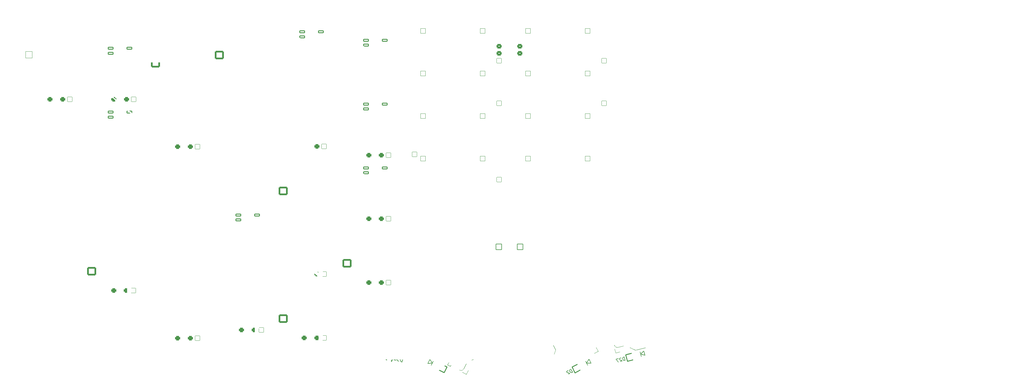
<source format=gbo>
%TF.GenerationSoftware,KiCad,Pcbnew,7.0.10*%
%TF.CreationDate,2024-03-01T16:46:11-05:00*%
%TF.ProjectId,Sofle_Chico_Panel,536f666c-655f-4436-9869-636f5f50616e,v3.5.4*%
%TF.SameCoordinates,Original*%
%TF.FileFunction,Legend,Bot*%
%TF.FilePolarity,Positive*%
%FSLAX46Y46*%
G04 Gerber Fmt 4.6, Leading zero omitted, Abs format (unit mm)*
G04 Created by KiCad (PCBNEW 7.0.10) date 2024-03-01 16:46:11*
%MOMM*%
%LPD*%
G01*
G04 APERTURE LIST*
G04 Aperture macros list*
%AMRoundRect*
0 Rectangle with rounded corners*
0 $1 Rounding radius*
0 $2 $3 $4 $5 $6 $7 $8 $9 X,Y pos of 4 corners*
0 Add a 4 corners polygon primitive as box body*
4,1,4,$2,$3,$4,$5,$6,$7,$8,$9,$2,$3,0*
0 Add four circle primitives for the rounded corners*
1,1,$1+$1,$2,$3*
1,1,$1+$1,$4,$5*
1,1,$1+$1,$6,$7*
1,1,$1+$1,$8,$9*
0 Add four rect primitives between the rounded corners*
20,1,$1+$1,$2,$3,$4,$5,0*
20,1,$1+$1,$4,$5,$6,$7,0*
20,1,$1+$1,$6,$7,$8,$9,0*
20,1,$1+$1,$8,$9,$2,$3,0*%
%AMFreePoly0*
4,1,76,-0.169095,1.445104,-0.160134,1.442192,-0.160487,1.441102,-0.133911,1.436156,-0.133902,1.436151,-0.122580,1.429991,-0.110321,1.426008,-0.088437,1.410109,-0.087890,1.411117,-0.079615,1.406615,-0.054810,1.387548,0.786025,0.500000,1.300000,0.500000,1.330900,0.495106,1.330902,0.495106,1.389681,0.476008,1.389684,0.476005,1.399134,0.469137,1.439679,0.439683,1.439683,0.439677,
1.448317,0.427791,1.476006,0.389685,1.476009,0.389677,1.480903,0.374613,1.495106,0.330906,1.495106,0.330902,1.500000,0.300000,1.500000,-1.250000,1.495106,-1.280902,1.476008,-1.339681,1.476005,-1.339684,1.466695,-1.352497,1.439683,-1.389679,1.439677,-1.389683,1.426863,-1.398992,1.389685,-1.426006,1.389677,-1.426009,1.374613,-1.430903,1.374612,-1.430902,1.330906,-1.445106,
1.330900,-1.445106,1.300000,-1.450000,-1.250000,-1.450000,-1.280900,-1.445106,-1.280902,-1.445106,-1.339681,-1.426008,-1.339684,-1.426005,-1.349134,-1.419137,-1.389679,-1.389683,-1.389683,-1.389677,-1.398992,-1.376863,-1.426006,-1.339685,-1.426009,-1.339677,-1.430903,-1.324613,-1.430902,-1.324612,-1.445106,-1.280906,-1.445106,-1.280902,-1.450000,-1.250000,-1.450000,1.250000,-1.445106,1.280902,
-1.440212,1.295964,-1.426008,1.339681,-1.426005,1.339684,-1.416695,1.352497,-1.389683,1.389679,-1.389677,1.389683,-1.376863,1.398992,-1.339685,1.426006,-1.339677,1.426009,-1.324613,1.430903,-1.324612,1.430902,-1.280906,1.445106,-1.280900,1.445106,-1.250000,1.450000,-0.200000,1.450000,-0.169095,1.445104,-0.169095,1.445104,$1*%
%AMFreePoly1*
4,1,35,0.686755,0.459039,0.733825,0.449676,0.751849,0.442210,0.791753,0.415547,0.805547,0.401753,0.832210,0.361849,0.839676,0.343825,0.849039,0.296755,0.850000,0.287000,0.850000,-0.082000,0.835355,-0.117355,0.507355,-0.445355,0.472000,-0.460000,-0.677000,-0.460000,-0.686755,-0.459039,-0.733825,-0.449676,-0.751849,-0.442210,-0.791753,-0.415547,-0.805547,-0.401753,-0.832210,-0.361849,
-0.839676,-0.343825,-0.849039,-0.296755,-0.850000,-0.287000,-0.850000,0.287000,-0.849039,0.296755,-0.839676,0.343825,-0.832210,0.361849,-0.805547,0.401753,-0.791753,0.415547,-0.751849,0.442210,-0.733825,0.449676,-0.686755,0.459039,-0.677000,0.460000,0.677000,0.460000,0.686755,0.459039,0.686755,0.459039,$1*%
%AMFreePoly2*
4,1,39,0.560355,0.785355,0.785355,0.560355,0.800000,0.525000,0.800000,-0.525000,0.785355,-0.560355,0.560355,-0.785355,0.525000,-0.800000,0.000000,-0.800000,-0.005082,-0.799741,-0.156745,-0.784246,-0.167390,-0.781967,-0.332691,-0.727193,-0.343213,-0.722287,-0.491426,-0.630868,-0.500532,-0.623667,-0.623667,-0.500532,-0.630868,-0.491426,-0.722287,-0.343213,-0.727193,-0.332691,-0.781967,-0.167390,
-0.784246,-0.156745,-0.799741,-0.005082,-0.799741,0.005082,-0.784246,0.156745,-0.781967,0.167390,-0.727193,0.332691,-0.722287,0.343213,-0.630868,0.491426,-0.623667,0.500532,-0.500532,0.623667,-0.491426,0.630868,-0.343213,0.722287,-0.332691,0.727193,-0.167390,0.781967,-0.156745,0.784246,-0.005082,0.799741,0.000000,0.800000,0.525000,0.800000,0.560355,0.785355,0.560355,0.785355,
$1*%
%AMFreePoly3*
4,1,14,-0.214645,0.785355,0.535355,0.035355,0.550000,0.000000,0.535355,-0.035355,-0.214645,-0.785355,-0.250000,-0.800000,-0.500000,-0.800000,-0.535355,-0.785355,-0.550000,-0.750000,-0.550000,0.750000,-0.535355,0.785355,-0.500000,0.800000,-0.250000,0.800000,-0.214645,0.785355,-0.214645,0.785355,$1*%
%AMFreePoly4*
4,1,16,0.295355,0.785355,0.310000,0.750000,0.310000,-0.750000,0.295355,-0.785355,0.260000,-0.800000,-0.990000,-0.800000,-1.025355,-0.785355,-1.040000,-0.750000,-1.025355,-0.714645,-0.310710,0.000000,-1.025355,0.714645,-1.040000,0.750000,-1.025355,0.785355,-0.990000,0.800000,0.260000,0.800000,0.295355,0.785355,0.295355,0.785355,$1*%
%AMFreePoly5*
4,1,39,0.005082,0.799741,0.156745,0.784246,0.167390,0.781967,0.332691,0.727193,0.343213,0.722287,0.491426,0.630868,0.500532,0.623667,0.623667,0.500532,0.630868,0.491426,0.722287,0.343213,0.727193,0.332691,0.781967,0.167390,0.784246,0.156745,0.799741,0.005082,0.799741,-0.005082,0.784246,-0.156745,0.781967,-0.167390,0.727193,-0.332691,0.722287,-0.343213,0.630868,-0.491426,
0.623667,-0.500532,0.500532,-0.623667,0.491426,-0.630868,0.343213,-0.722287,0.332691,-0.727193,0.167390,-0.781967,0.156745,-0.784246,0.005082,-0.799741,0.000000,-0.800000,-0.600000,-0.800000,-0.635355,-0.785355,-0.785355,-0.635355,-0.800000,-0.600000,-0.800000,0.600000,-0.785355,0.635355,-0.635355,0.785355,-0.600000,0.800000,0.000000,0.800000,0.005082,0.799741,0.005082,0.799741,
$1*%
%AMFreePoly6*
4,1,56,0.118133,1.292104,0.126817,1.290741,0.305186,1.246382,0.315334,1.242654,0.479998,1.160989,0.489108,1.155166,0.632366,1.040012,0.640012,1.032366,0.755166,0.889108,0.760989,0.879998,0.842654,0.715334,0.846382,0.705186,0.890741,0.526817,0.892104,0.518133,0.899885,0.403383,0.900000,0.400000,0.900000,-0.400000,0.885355,-0.435355,0.035355,-1.285355,0.000000,-1.300000,
-0.003383,-1.299885,-0.118133,-1.292104,-0.126817,-1.290741,-0.305186,-1.246382,-0.315334,-1.242654,-0.479998,-1.160989,-0.489108,-1.155166,-0.632366,-1.040012,-0.640012,-1.032366,-0.755166,-0.889108,-0.760989,-0.879998,-0.842654,-0.715334,-0.846382,-0.705186,-0.890741,-0.526817,-0.892104,-0.518133,-0.899885,-0.403383,-0.900000,-0.400000,-0.900000,0.400000,-0.899885,0.403383,-0.892104,0.518133,
-0.890741,0.526817,-0.846382,0.705186,-0.842654,0.715334,-0.760989,0.879998,-0.755166,0.889108,-0.640012,1.032366,-0.632366,1.040012,-0.489108,1.155166,-0.479998,1.160989,-0.315334,1.242654,-0.305186,1.246382,-0.126817,1.290741,-0.118133,1.292104,-0.003383,1.299885,0.003383,1.299885,0.118133,1.292104,0.118133,1.292104,$1*%
%AMFreePoly7*
4,1,56,0.032882,1.287666,0.035355,1.285355,0.885355,0.435355,0.900000,0.400000,0.900000,-0.400000,0.899885,-0.403383,0.892104,-0.518133,0.890741,-0.526817,0.846382,-0.705186,0.842654,-0.715334,0.760989,-0.879998,0.755166,-0.889108,0.640012,-1.032366,0.632366,-1.040012,0.489108,-1.155166,0.479998,-1.160989,0.315334,-1.242654,0.305186,-1.246382,0.126817,-1.290741,0.118133,-1.292104,
0.003383,-1.299885,-0.003383,-1.299885,-0.118133,-1.292104,-0.126817,-1.290741,-0.305186,-1.246382,-0.315334,-1.242654,-0.479998,-1.160989,-0.489108,-1.155166,-0.632366,-1.040012,-0.640012,-1.032366,-0.755166,-0.889108,-0.760989,-0.879998,-0.842654,-0.715334,-0.846382,-0.705186,-0.890741,-0.526817,-0.892104,-0.518133,-0.899885,-0.403383,-0.900000,-0.400000,-0.900000,0.400000,-0.899885,0.403383,
-0.892104,0.518133,-0.890741,0.526817,-0.846382,0.705186,-0.842654,0.715334,-0.760989,0.879998,-0.755166,0.889108,-0.640012,1.032366,-0.632366,1.040012,-0.489108,1.155166,-0.479998,1.160989,-0.315334,1.242654,-0.305186,1.246382,-0.126817,1.290741,-0.118133,1.292104,-0.003383,1.299885,0.032882,1.287666,0.032882,1.287666,$1*%
%AMFreePoly8*
4,1,14,0.535355,0.785355,0.550000,0.750000,0.550000,-0.750000,0.535355,-0.785355,0.500000,-0.800000,0.250000,-0.800000,0.214645,-0.785355,-0.535355,-0.035355,-0.550000,0.000000,-0.535355,0.035355,0.214645,0.785355,0.250000,0.800000,0.500000,0.800000,0.535355,0.785355,0.535355,0.785355,$1*%
%AMFreePoly9*
4,1,16,1.025355,0.785355,1.040000,0.750000,1.025355,0.714645,0.310710,0.000000,1.025355,-0.714645,1.040000,-0.750000,1.025355,-0.785355,0.990000,-0.800000,-0.260000,-0.800000,-0.295355,-0.785355,-0.310000,-0.750000,-0.310000,0.750000,-0.295355,0.785355,-0.260000,0.800000,0.990000,0.800000,1.025355,0.785355,1.025355,0.785355,$1*%
G04 Aperture macros list end*
%ADD10C,0.300000*%
%ADD11C,0.100000*%
%ADD12C,0.150000*%
%ADD13C,0.125000*%
%ADD14C,0.250000*%
%ADD15C,0.200000*%
%ADD16C,0.120000*%
%ADD17C,0.022764*%
%ADD18C,0.022619*%
%ADD19RoundRect,0.050000X-0.700000X-0.700000X0.700000X-0.700000X0.700000X0.700000X-0.700000X0.700000X0*%
%ADD20RoundRect,0.325000X-0.425000X-0.325000X0.425000X-0.325000X0.425000X0.325000X-0.425000X0.325000X0*%
%ADD21C,1.500000*%
%ADD22RoundRect,0.050000X-0.305911X-0.941498X0.941498X-0.305911X0.305911X0.941498X-0.941498X0.305911X0*%
%ADD23RoundRect,0.325000X-0.231131X-0.482523X0.526225X-0.096631X0.231131X0.482523X-0.526225X0.096631X0*%
%ADD24C,2.000000*%
%ADD25C,3.150000*%
%ADD26C,3.400000*%
%ADD27FreePoly0,0.000000*%
%ADD28RoundRect,0.260000X1.065000X1.040000X-1.065000X1.040000X-1.065000X-1.040000X1.065000X-1.040000X0*%
%ADD29FreePoly0,297.000000*%
%ADD30RoundRect,0.260000X1.410147X-0.476772X0.443147X1.421072X-1.410147X0.476772X-0.443147X-1.421072X0*%
%ADD31FreePoly0,15.000000*%
%ADD32RoundRect,0.260000X0.759539X1.280205X-1.297883X0.728921X-0.759539X-1.280205X1.297883X-0.728921X0*%
%ADD33C,4.800000*%
%ADD34RoundRect,0.050000X-0.494975X-0.857321X0.857321X-0.494975X0.494975X0.857321X-0.857321X0.494975X0*%
%ADD35RoundRect,0.325000X-0.326402X-0.423924X0.494635X-0.203928X0.326402X0.423924X-0.494635X0.203928X0*%
%ADD36FreePoly1,0.000000*%
%ADD37RoundRect,0.138000X0.712000X0.322000X-0.712000X0.322000X-0.712000X-0.322000X0.712000X-0.322000X0*%
%ADD38RoundRect,0.138000X-0.712000X-0.322000X0.712000X-0.322000X0.712000X0.322000X-0.712000X0.322000X0*%
%ADD39FreePoly1,180.000000*%
%ADD40RoundRect,0.050000X0.700000X0.700000X-0.700000X0.700000X-0.700000X-0.700000X0.700000X-0.700000X0*%
%ADD41RoundRect,0.325000X0.425000X0.325000X-0.425000X0.325000X-0.425000X-0.325000X0.425000X-0.325000X0*%
%ADD42FreePoly2,90.000000*%
%ADD43FreePoly3,90.000000*%
%ADD44FreePoly4,90.000000*%
%ADD45FreePoly5,90.000000*%
%ADD46FreePoly1,195.000000*%
%ADD47RoundRect,0.138000X-0.604399X-0.495307X0.771079X-0.126749X0.604399X0.495307X-0.771079X0.126749X0*%
%ADD48RoundRect,0.138000X0.604399X0.495307X-0.771079X0.126749X-0.604399X-0.495307X0.771079X-0.126749X0*%
%ADD49C,1.497000*%
%ADD50RoundRect,0.050000X0.698500X-0.698500X0.698500X0.698500X-0.698500X0.698500X-0.698500X-0.698500X0*%
%ADD51FreePoly1,117.000000*%
%ADD52RoundRect,0.138000X-0.610145X0.488212X0.036337X-0.780582X0.610145X-0.488212X-0.036337X0.780582X0*%
%ADD53RoundRect,0.138000X0.610145X-0.488212X-0.036337X0.780582X-0.610145X0.488212X0.036337X-0.780582X0*%
%ADD54RoundRect,0.050000X0.750000X-0.750000X0.750000X0.750000X-0.750000X0.750000X-0.750000X-0.750000X0*%
%ADD55RoundRect,0.325000X0.325000X-0.475000X0.325000X0.475000X-0.325000X0.475000X-0.325000X-0.475000X0*%
%ADD56RoundRect,0.325000X0.325000X-0.425000X0.325000X0.425000X-0.325000X0.425000X-0.325000X-0.425000X0*%
%ADD57O,1.600000X1.600000*%
%ADD58C,1.448000*%
%ADD59FreePoly2,180.000000*%
%ADD60FreePoly3,180.000000*%
%ADD61FreePoly4,180.000000*%
%ADD62FreePoly5,180.000000*%
%ADD63RoundRect,0.050000X-0.698500X0.698500X-0.698500X-0.698500X0.698500X-0.698500X0.698500X0.698500X0*%
%ADD64RoundRect,0.050000X-1.000000X-1.000000X1.000000X-1.000000X1.000000X1.000000X-1.000000X1.000000X0*%
%ADD65C,4.500000*%
%ADD66FreePoly0,63.000000*%
%ADD67RoundRect,0.260000X-0.443147X1.421072X-1.410147X-0.476772X0.443147X-1.421072X1.410147X0.476772X0*%
%ADD68FreePoly1,345.000000*%
%ADD69RoundRect,0.138000X0.771079X0.126749X-0.604399X0.495307X-0.771079X-0.126749X0.604399X-0.495307X0*%
%ADD70RoundRect,0.138000X-0.771079X-0.126749X0.604399X-0.495307X0.771079X0.126749X-0.604399X0.495307X0*%
%ADD71FreePoly1,63.000000*%
%ADD72RoundRect,0.138000X0.036337X0.780582X-0.610145X-0.488212X-0.036337X-0.780582X0.610145X0.488212X0*%
%ADD73RoundRect,0.138000X-0.036337X-0.780582X0.610145X0.488212X0.036337X0.780582X-0.610145X-0.488212X0*%
%ADD74C,0.900000*%
%ADD75FreePoly2,0.000000*%
%ADD76FreePoly3,0.000000*%
%ADD77FreePoly4,0.000000*%
%ADD78FreePoly5,0.000000*%
%ADD79RoundRect,0.050000X0.941498X0.305911X-0.305911X0.941498X-0.941498X-0.305911X0.305911X-0.941498X0*%
%ADD80RoundRect,0.325000X0.526225X0.096631X-0.231131X0.482523X-0.526225X-0.096631X0.231131X-0.482523X0*%
%ADD81RoundRect,0.050000X0.857321X0.494975X-0.494975X0.857321X-0.857321X-0.494975X0.494975X-0.857321X0*%
%ADD82RoundRect,0.325000X0.494635X0.203928X-0.326402X0.423924X-0.494635X-0.203928X0.326402X-0.423924X0*%
%ADD83FreePoly0,345.000000*%
%ADD84RoundRect,0.260000X1.297883X0.728921X-0.759539X1.280205X-1.297883X-0.728921X0.759539X-1.280205X0*%
%ADD85C,1.300000*%
%ADD86FreePoly6,270.000000*%
%ADD87FreePoly7,270.000000*%
%ADD88O,2.600000X1.800000*%
%ADD89C,1.100000*%
%ADD90RoundRect,0.050000X0.850000X0.850000X-0.850000X0.850000X-0.850000X-0.850000X0.850000X-0.850000X0*%
%ADD91O,1.800000X1.800000*%
%ADD92C,1.800000*%
%ADD93FreePoly8,270.000000*%
%ADD94FreePoly9,270.000000*%
%ADD95FreePoly6,90.000000*%
%ADD96FreePoly7,90.000000*%
%ADD97RoundRect,0.271277X-0.503723X0.366223X-0.503723X-0.366223X0.503723X-0.366223X0.503723X0.366223X0*%
%ADD98C,1.600000*%
%ADD99RoundRect,0.050000X0.750000X0.750000X-0.750000X0.750000X-0.750000X-0.750000X0.750000X-0.750000X0*%
%ADD100RoundRect,0.050000X1.000000X1.000000X-1.000000X1.000000X-1.000000X-1.000000X1.000000X-1.000000X0*%
%ADD101O,2.900000X1.600000*%
%ADD102C,2.100000*%
G04 APERTURE END LIST*
D10*
X122003307Y-87080935D02*
G75*
G03*
X123271693Y-87080935I634193J-7D01*
G01*
X90648307Y-87195935D02*
G75*
G03*
X91916693Y-87195935I634193J-6D01*
G01*
D11*
X91941693Y-59708528D02*
X90081693Y-59708528D01*
D10*
X122003307Y-85830935D02*
X122003307Y-87080935D01*
D12*
X92102500Y-61975135D02*
X91232500Y-62845135D01*
X91222500Y-62845135D01*
X90302500Y-61975134D01*
X92102500Y-61975135D01*
G36*
X92102500Y-61975135D02*
G01*
X91232500Y-62845135D01*
X91222500Y-62845135D01*
X90302500Y-61975134D01*
X92102500Y-61975135D01*
G37*
D10*
X90648307Y-85945935D02*
X90648307Y-87195935D01*
X123271693Y-85830935D02*
G75*
G03*
X122003307Y-85830935I-634193J-7D01*
G01*
X90543308Y-60848528D02*
G75*
G03*
X91811694Y-60848528I634193J6D01*
G01*
D12*
X92112500Y-84810135D02*
X90312500Y-84810135D01*
X91182500Y-83940135D01*
X91192500Y-83940135D01*
X92112500Y-84810135D01*
G36*
X92112500Y-84810135D02*
G01*
X90312500Y-84810135D01*
X91182500Y-83940135D01*
X91192500Y-83940135D01*
X92112500Y-84810135D01*
G37*
D11*
X90081693Y-61628528D02*
X90081693Y-59708528D01*
X121597500Y-88105135D02*
X123457500Y-88105135D01*
D10*
X123271693Y-85830935D02*
X123271693Y-87080935D01*
D12*
X123467500Y-84695135D02*
X121667500Y-84695135D01*
X122537500Y-83825135D01*
X122547500Y-83825135D01*
X123467500Y-84695135D01*
G36*
X123467500Y-84695135D02*
G01*
X121667500Y-84695135D01*
X122537500Y-83825135D01*
X122547500Y-83825135D01*
X123467500Y-84695135D01*
G37*
D10*
X91811693Y-60848528D02*
G75*
G03*
X90543307Y-60848528I-634193J5D01*
G01*
X91916693Y-85945935D02*
X91916693Y-87195935D01*
D11*
X90242501Y-88220135D02*
X92102500Y-88220135D01*
X121597500Y-85015135D02*
X121597500Y-88105135D01*
X90242501Y-85130135D02*
X90242501Y-88220135D01*
D10*
X91916693Y-85945935D02*
G75*
G03*
X90648307Y-85945935I-634193J-7D01*
G01*
D11*
X111747042Y-123476488D02*
X111778471Y-123539346D01*
X111778471Y-123539346D02*
X111778471Y-123633631D01*
X111778471Y-123633631D02*
X111747042Y-123727917D01*
X111747042Y-123727917D02*
X111684185Y-123790774D01*
X111684185Y-123790774D02*
X111621328Y-123822203D01*
X111621328Y-123822203D02*
X111495614Y-123853631D01*
X111495614Y-123853631D02*
X111401328Y-123853631D01*
X111401328Y-123853631D02*
X111275614Y-123822203D01*
X111275614Y-123822203D02*
X111212757Y-123790774D01*
X111212757Y-123790774D02*
X111149900Y-123727917D01*
X111149900Y-123727917D02*
X111118471Y-123633631D01*
X111118471Y-123633631D02*
X111118471Y-123570774D01*
X111118471Y-123570774D02*
X111149900Y-123476488D01*
X111149900Y-123476488D02*
X111181328Y-123445060D01*
X111181328Y-123445060D02*
X111401328Y-123445060D01*
X111401328Y-123445060D02*
X111401328Y-123570774D01*
X111118471Y-123162203D02*
X111778471Y-123162203D01*
X111778471Y-123162203D02*
X111778471Y-122910774D01*
X111778471Y-122910774D02*
X111747042Y-122847917D01*
X111747042Y-122847917D02*
X111715614Y-122816488D01*
X111715614Y-122816488D02*
X111652757Y-122785060D01*
X111652757Y-122785060D02*
X111558471Y-122785060D01*
X111558471Y-122785060D02*
X111495614Y-122816488D01*
X111495614Y-122816488D02*
X111464185Y-122847917D01*
X111464185Y-122847917D02*
X111432757Y-122910774D01*
X111432757Y-122910774D02*
X111432757Y-123162203D01*
X111118471Y-122156488D02*
X111118471Y-122533631D01*
X111118471Y-122345060D02*
X111778471Y-122345060D01*
X111778471Y-122345060D02*
X111684185Y-122407917D01*
X111684185Y-122407917D02*
X111621328Y-122470774D01*
X111621328Y-122470774D02*
X111589900Y-122533631D01*
X111118471Y-121842203D02*
X111118471Y-121716489D01*
X111118471Y-121716489D02*
X111149900Y-121653632D01*
X111149900Y-121653632D02*
X111181328Y-121622203D01*
X111181328Y-121622203D02*
X111275614Y-121559346D01*
X111275614Y-121559346D02*
X111401328Y-121527917D01*
X111401328Y-121527917D02*
X111652757Y-121527917D01*
X111652757Y-121527917D02*
X111715614Y-121559346D01*
X111715614Y-121559346D02*
X111747042Y-121590775D01*
X111747042Y-121590775D02*
X111778471Y-121653632D01*
X111778471Y-121653632D02*
X111778471Y-121779346D01*
X111778471Y-121779346D02*
X111747042Y-121842203D01*
X111747042Y-121842203D02*
X111715614Y-121873632D01*
X111715614Y-121873632D02*
X111652757Y-121905060D01*
X111652757Y-121905060D02*
X111495614Y-121905060D01*
X111495614Y-121905060D02*
X111432757Y-121873632D01*
X111432757Y-121873632D02*
X111401328Y-121842203D01*
X111401328Y-121842203D02*
X111369900Y-121779346D01*
X111369900Y-121779346D02*
X111369900Y-121653632D01*
X111369900Y-121653632D02*
X111401328Y-121590775D01*
X111401328Y-121590775D02*
X111432757Y-121559346D01*
X111432757Y-121559346D02*
X111495614Y-121527917D01*
X127229057Y-124469421D02*
X127197628Y-124406564D01*
X127197628Y-124406564D02*
X127197628Y-124312278D01*
X127197628Y-124312278D02*
X127229057Y-124217992D01*
X127229057Y-124217992D02*
X127291914Y-124155135D01*
X127291914Y-124155135D02*
X127354771Y-124123706D01*
X127354771Y-124123706D02*
X127480485Y-124092278D01*
X127480485Y-124092278D02*
X127574771Y-124092278D01*
X127574771Y-124092278D02*
X127700485Y-124123706D01*
X127700485Y-124123706D02*
X127763342Y-124155135D01*
X127763342Y-124155135D02*
X127826200Y-124217992D01*
X127826200Y-124217992D02*
X127857628Y-124312278D01*
X127857628Y-124312278D02*
X127857628Y-124375135D01*
X127857628Y-124375135D02*
X127826200Y-124469421D01*
X127826200Y-124469421D02*
X127794771Y-124500849D01*
X127794771Y-124500849D02*
X127574771Y-124500849D01*
X127574771Y-124500849D02*
X127574771Y-124375135D01*
X127857628Y-124783706D02*
X127197628Y-124783706D01*
X127197628Y-124783706D02*
X127197628Y-125035135D01*
X127197628Y-125035135D02*
X127229057Y-125097992D01*
X127229057Y-125097992D02*
X127260485Y-125129421D01*
X127260485Y-125129421D02*
X127323342Y-125160849D01*
X127323342Y-125160849D02*
X127417628Y-125160849D01*
X127417628Y-125160849D02*
X127480485Y-125129421D01*
X127480485Y-125129421D02*
X127511914Y-125097992D01*
X127511914Y-125097992D02*
X127543342Y-125035135D01*
X127543342Y-125035135D02*
X127543342Y-124783706D01*
X127857628Y-125789421D02*
X127857628Y-125412278D01*
X127857628Y-125600849D02*
X127197628Y-125600849D01*
X127197628Y-125600849D02*
X127291914Y-125537992D01*
X127291914Y-125537992D02*
X127354771Y-125475135D01*
X127354771Y-125475135D02*
X127386200Y-125412278D01*
X127480485Y-126166563D02*
X127449057Y-126103706D01*
X127449057Y-126103706D02*
X127417628Y-126072277D01*
X127417628Y-126072277D02*
X127354771Y-126040849D01*
X127354771Y-126040849D02*
X127323342Y-126040849D01*
X127323342Y-126040849D02*
X127260485Y-126072277D01*
X127260485Y-126072277D02*
X127229057Y-126103706D01*
X127229057Y-126103706D02*
X127197628Y-126166563D01*
X127197628Y-126166563D02*
X127197628Y-126292277D01*
X127197628Y-126292277D02*
X127229057Y-126355135D01*
X127229057Y-126355135D02*
X127260485Y-126386563D01*
X127260485Y-126386563D02*
X127323342Y-126417992D01*
X127323342Y-126417992D02*
X127354771Y-126417992D01*
X127354771Y-126417992D02*
X127417628Y-126386563D01*
X127417628Y-126386563D02*
X127449057Y-126355135D01*
X127449057Y-126355135D02*
X127480485Y-126292277D01*
X127480485Y-126292277D02*
X127480485Y-126166563D01*
X127480485Y-126166563D02*
X127511914Y-126103706D01*
X127511914Y-126103706D02*
X127543342Y-126072277D01*
X127543342Y-126072277D02*
X127606200Y-126040849D01*
X127606200Y-126040849D02*
X127731914Y-126040849D01*
X127731914Y-126040849D02*
X127794771Y-126072277D01*
X127794771Y-126072277D02*
X127826200Y-126103706D01*
X127826200Y-126103706D02*
X127857628Y-126166563D01*
X127857628Y-126166563D02*
X127857628Y-126292277D01*
X127857628Y-126292277D02*
X127826200Y-126355135D01*
X127826200Y-126355135D02*
X127794771Y-126386563D01*
X127794771Y-126386563D02*
X127731914Y-126417992D01*
X127731914Y-126417992D02*
X127606200Y-126417992D01*
X127606200Y-126417992D02*
X127543342Y-126386563D01*
X127543342Y-126386563D02*
X127511914Y-126355135D01*
X127511914Y-126355135D02*
X127480485Y-126292277D01*
X115087042Y-128931353D02*
X115118471Y-128994211D01*
X115118471Y-128994211D02*
X115118471Y-129088496D01*
X115118471Y-129088496D02*
X115087042Y-129182782D01*
X115087042Y-129182782D02*
X115024185Y-129245639D01*
X115024185Y-129245639D02*
X114961328Y-129277068D01*
X114961328Y-129277068D02*
X114835614Y-129308496D01*
X114835614Y-129308496D02*
X114741328Y-129308496D01*
X114741328Y-129308496D02*
X114615614Y-129277068D01*
X114615614Y-129277068D02*
X114552757Y-129245639D01*
X114552757Y-129245639D02*
X114489900Y-129182782D01*
X114489900Y-129182782D02*
X114458471Y-129088496D01*
X114458471Y-129088496D02*
X114458471Y-129025639D01*
X114458471Y-129025639D02*
X114489900Y-128931353D01*
X114489900Y-128931353D02*
X114521328Y-128899925D01*
X114521328Y-128899925D02*
X114741328Y-128899925D01*
X114741328Y-128899925D02*
X114741328Y-129025639D01*
X114458471Y-128617068D02*
X115118471Y-128617068D01*
X115118471Y-128617068D02*
X115118471Y-128365639D01*
X115118471Y-128365639D02*
X115087042Y-128302782D01*
X115087042Y-128302782D02*
X115055614Y-128271353D01*
X115055614Y-128271353D02*
X114992757Y-128239925D01*
X114992757Y-128239925D02*
X114898471Y-128239925D01*
X114898471Y-128239925D02*
X114835614Y-128271353D01*
X114835614Y-128271353D02*
X114804185Y-128302782D01*
X114804185Y-128302782D02*
X114772757Y-128365639D01*
X114772757Y-128365639D02*
X114772757Y-128617068D01*
X115055614Y-127988496D02*
X115087042Y-127957068D01*
X115087042Y-127957068D02*
X115118471Y-127894211D01*
X115118471Y-127894211D02*
X115118471Y-127737068D01*
X115118471Y-127737068D02*
X115087042Y-127674211D01*
X115087042Y-127674211D02*
X115055614Y-127642782D01*
X115055614Y-127642782D02*
X114992757Y-127611353D01*
X114992757Y-127611353D02*
X114929900Y-127611353D01*
X114929900Y-127611353D02*
X114835614Y-127642782D01*
X114835614Y-127642782D02*
X114458471Y-128019925D01*
X114458471Y-128019925D02*
X114458471Y-127611353D01*
X114458471Y-126982782D02*
X114458471Y-127359925D01*
X114458471Y-127171354D02*
X115118471Y-127171354D01*
X115118471Y-127171354D02*
X115024185Y-127234211D01*
X115024185Y-127234211D02*
X114961328Y-127297068D01*
X114961328Y-127297068D02*
X114929900Y-127359925D01*
X111788471Y-131115060D02*
X111788471Y-130706488D01*
X111788471Y-130706488D02*
X111537042Y-130926488D01*
X111537042Y-130926488D02*
X111537042Y-130832203D01*
X111537042Y-130832203D02*
X111505614Y-130769346D01*
X111505614Y-130769346D02*
X111474185Y-130737917D01*
X111474185Y-130737917D02*
X111411328Y-130706488D01*
X111411328Y-130706488D02*
X111254185Y-130706488D01*
X111254185Y-130706488D02*
X111191328Y-130737917D01*
X111191328Y-130737917D02*
X111159900Y-130769346D01*
X111159900Y-130769346D02*
X111128471Y-130832203D01*
X111128471Y-130832203D02*
X111128471Y-131020774D01*
X111128471Y-131020774D02*
X111159900Y-131083631D01*
X111159900Y-131083631D02*
X111191328Y-131115060D01*
X111788471Y-130517917D02*
X111128471Y-130297917D01*
X111128471Y-130297917D02*
X111788471Y-130077917D01*
X111788471Y-129920775D02*
X111788471Y-129512203D01*
X111788471Y-129512203D02*
X111537042Y-129732203D01*
X111537042Y-129732203D02*
X111537042Y-129637918D01*
X111537042Y-129637918D02*
X111505614Y-129575061D01*
X111505614Y-129575061D02*
X111474185Y-129543632D01*
X111474185Y-129543632D02*
X111411328Y-129512203D01*
X111411328Y-129512203D02*
X111254185Y-129512203D01*
X111254185Y-129512203D02*
X111191328Y-129543632D01*
X111191328Y-129543632D02*
X111159900Y-129575061D01*
X111159900Y-129575061D02*
X111128471Y-129637918D01*
X111128471Y-129637918D02*
X111128471Y-129826489D01*
X111128471Y-129826489D02*
X111159900Y-129889346D01*
X111159900Y-129889346D02*
X111191328Y-129920775D01*
D13*
X130987800Y-79375465D02*
X131035419Y-79327846D01*
X131035419Y-79327846D02*
X131083038Y-79232608D01*
X131083038Y-79232608D02*
X131083038Y-78994513D01*
X131083038Y-78994513D02*
X131035419Y-78899275D01*
X131035419Y-78899275D02*
X130987800Y-78851656D01*
X130987800Y-78851656D02*
X130892562Y-78804037D01*
X130892562Y-78804037D02*
X130797324Y-78804037D01*
X130797324Y-78804037D02*
X130654467Y-78851656D01*
X130654467Y-78851656D02*
X130083038Y-79423084D01*
X130083038Y-79423084D02*
X130083038Y-78804037D01*
X131083038Y-78184989D02*
X131083038Y-78089751D01*
X131083038Y-78089751D02*
X131035419Y-77994513D01*
X131035419Y-77994513D02*
X130987800Y-77946894D01*
X130987800Y-77946894D02*
X130892562Y-77899275D01*
X130892562Y-77899275D02*
X130702086Y-77851656D01*
X130702086Y-77851656D02*
X130463991Y-77851656D01*
X130463991Y-77851656D02*
X130273515Y-77899275D01*
X130273515Y-77899275D02*
X130178277Y-77946894D01*
X130178277Y-77946894D02*
X130130658Y-77994513D01*
X130130658Y-77994513D02*
X130083038Y-78089751D01*
X130083038Y-78089751D02*
X130083038Y-78184989D01*
X130083038Y-78184989D02*
X130130658Y-78280227D01*
X130130658Y-78280227D02*
X130178277Y-78327846D01*
X130178277Y-78327846D02*
X130273515Y-78375465D01*
X130273515Y-78375465D02*
X130463991Y-78423084D01*
X130463991Y-78423084D02*
X130702086Y-78423084D01*
X130702086Y-78423084D02*
X130892562Y-78375465D01*
X130892562Y-78375465D02*
X130987800Y-78327846D01*
X130987800Y-78327846D02*
X131035419Y-78280227D01*
X131035419Y-78280227D02*
X131083038Y-78184989D01*
X130987800Y-77470703D02*
X131035419Y-77423084D01*
X131035419Y-77423084D02*
X131083038Y-77327846D01*
X131083038Y-77327846D02*
X131083038Y-77089751D01*
X131083038Y-77089751D02*
X131035419Y-76994513D01*
X131035419Y-76994513D02*
X130987800Y-76946894D01*
X130987800Y-76946894D02*
X130892562Y-76899275D01*
X130892562Y-76899275D02*
X130797324Y-76899275D01*
X130797324Y-76899275D02*
X130654467Y-76946894D01*
X130654467Y-76946894D02*
X130083038Y-77518322D01*
X130083038Y-77518322D02*
X130083038Y-76899275D01*
X130749705Y-76042132D02*
X130083038Y-76042132D01*
X131130658Y-76280227D02*
X130416372Y-76518322D01*
X130416372Y-76518322D02*
X130416372Y-75899275D01*
X130463991Y-75518322D02*
X130463991Y-74756418D01*
X131083038Y-74089751D02*
X131083038Y-73994513D01*
X131083038Y-73994513D02*
X131035419Y-73899275D01*
X131035419Y-73899275D02*
X130987800Y-73851656D01*
X130987800Y-73851656D02*
X130892562Y-73804037D01*
X130892562Y-73804037D02*
X130702086Y-73756418D01*
X130702086Y-73756418D02*
X130463991Y-73756418D01*
X130463991Y-73756418D02*
X130273515Y-73804037D01*
X130273515Y-73804037D02*
X130178277Y-73851656D01*
X130178277Y-73851656D02*
X130130658Y-73899275D01*
X130130658Y-73899275D02*
X130083038Y-73994513D01*
X130083038Y-73994513D02*
X130083038Y-74089751D01*
X130083038Y-74089751D02*
X130130658Y-74184989D01*
X130130658Y-74184989D02*
X130178277Y-74232608D01*
X130178277Y-74232608D02*
X130273515Y-74280227D01*
X130273515Y-74280227D02*
X130463991Y-74327846D01*
X130463991Y-74327846D02*
X130702086Y-74327846D01*
X130702086Y-74327846D02*
X130892562Y-74280227D01*
X130892562Y-74280227D02*
X130987800Y-74232608D01*
X130987800Y-74232608D02*
X131035419Y-74184989D01*
X131035419Y-74184989D02*
X131083038Y-74089751D01*
X131083038Y-73423084D02*
X131083038Y-72804037D01*
X131083038Y-72804037D02*
X130702086Y-73137370D01*
X130702086Y-73137370D02*
X130702086Y-72994513D01*
X130702086Y-72994513D02*
X130654467Y-72899275D01*
X130654467Y-72899275D02*
X130606848Y-72851656D01*
X130606848Y-72851656D02*
X130511610Y-72804037D01*
X130511610Y-72804037D02*
X130273515Y-72804037D01*
X130273515Y-72804037D02*
X130178277Y-72851656D01*
X130178277Y-72851656D02*
X130130658Y-72899275D01*
X130130658Y-72899275D02*
X130083038Y-72994513D01*
X130083038Y-72994513D02*
X130083038Y-73280227D01*
X130083038Y-73280227D02*
X130130658Y-73375465D01*
X130130658Y-73375465D02*
X130178277Y-73423084D01*
X130463991Y-72375465D02*
X130463991Y-71613561D01*
X131083038Y-70946894D02*
X131083038Y-70851656D01*
X131083038Y-70851656D02*
X131035419Y-70756418D01*
X131035419Y-70756418D02*
X130987800Y-70708799D01*
X130987800Y-70708799D02*
X130892562Y-70661180D01*
X130892562Y-70661180D02*
X130702086Y-70613561D01*
X130702086Y-70613561D02*
X130463991Y-70613561D01*
X130463991Y-70613561D02*
X130273515Y-70661180D01*
X130273515Y-70661180D02*
X130178277Y-70708799D01*
X130178277Y-70708799D02*
X130130658Y-70756418D01*
X130130658Y-70756418D02*
X130083038Y-70851656D01*
X130083038Y-70851656D02*
X130083038Y-70946894D01*
X130083038Y-70946894D02*
X130130658Y-71042132D01*
X130130658Y-71042132D02*
X130178277Y-71089751D01*
X130178277Y-71089751D02*
X130273515Y-71137370D01*
X130273515Y-71137370D02*
X130463991Y-71184989D01*
X130463991Y-71184989D02*
X130702086Y-71184989D01*
X130702086Y-71184989D02*
X130892562Y-71137370D01*
X130892562Y-71137370D02*
X130987800Y-71089751D01*
X130987800Y-71089751D02*
X131035419Y-71042132D01*
X131035419Y-71042132D02*
X131083038Y-70946894D01*
X130083038Y-69661180D02*
X130083038Y-70232608D01*
X130083038Y-69946894D02*
X131083038Y-69946894D01*
X131083038Y-69946894D02*
X130940181Y-70042132D01*
X130940181Y-70042132D02*
X130844943Y-70137370D01*
X130844943Y-70137370D02*
X130797324Y-70232608D01*
X130749705Y-68565941D02*
X130083038Y-68327846D01*
X130083038Y-68327846D02*
X130749705Y-68089751D01*
X131083038Y-67804036D02*
X131083038Y-67184989D01*
X131083038Y-67184989D02*
X130702086Y-67518322D01*
X130702086Y-67518322D02*
X130702086Y-67375465D01*
X130702086Y-67375465D02*
X130654467Y-67280227D01*
X130654467Y-67280227D02*
X130606848Y-67232608D01*
X130606848Y-67232608D02*
X130511610Y-67184989D01*
X130511610Y-67184989D02*
X130273515Y-67184989D01*
X130273515Y-67184989D02*
X130178277Y-67232608D01*
X130178277Y-67232608D02*
X130130658Y-67280227D01*
X130130658Y-67280227D02*
X130083038Y-67375465D01*
X130083038Y-67375465D02*
X130083038Y-67661179D01*
X130083038Y-67661179D02*
X130130658Y-67756417D01*
X130130658Y-67756417D02*
X130178277Y-67804036D01*
X130178277Y-66756417D02*
X130130658Y-66708798D01*
X130130658Y-66708798D02*
X130083038Y-66756417D01*
X130083038Y-66756417D02*
X130130658Y-66804036D01*
X130130658Y-66804036D02*
X130178277Y-66756417D01*
X130178277Y-66756417D02*
X130083038Y-66756417D01*
X131083038Y-65804037D02*
X131083038Y-66280227D01*
X131083038Y-66280227D02*
X130606848Y-66327846D01*
X130606848Y-66327846D02*
X130654467Y-66280227D01*
X130654467Y-66280227D02*
X130702086Y-66184989D01*
X130702086Y-66184989D02*
X130702086Y-65946894D01*
X130702086Y-65946894D02*
X130654467Y-65851656D01*
X130654467Y-65851656D02*
X130606848Y-65804037D01*
X130606848Y-65804037D02*
X130511610Y-65756418D01*
X130511610Y-65756418D02*
X130273515Y-65756418D01*
X130273515Y-65756418D02*
X130178277Y-65804037D01*
X130178277Y-65804037D02*
X130130658Y-65851656D01*
X130130658Y-65851656D02*
X130083038Y-65946894D01*
X130083038Y-65946894D02*
X130083038Y-66184989D01*
X130083038Y-66184989D02*
X130130658Y-66280227D01*
X130130658Y-66280227D02*
X130178277Y-66327846D01*
X130178277Y-65327846D02*
X130130658Y-65280227D01*
X130130658Y-65280227D02*
X130083038Y-65327846D01*
X130083038Y-65327846D02*
X130130658Y-65375465D01*
X130130658Y-65375465D02*
X130178277Y-65327846D01*
X130178277Y-65327846D02*
X130083038Y-65327846D01*
X130749705Y-64423085D02*
X130083038Y-64423085D01*
X131130658Y-64661180D02*
X130416372Y-64899275D01*
X130416372Y-64899275D02*
X130416372Y-64280228D01*
D11*
X127217628Y-129477992D02*
X127217628Y-129886564D01*
X127217628Y-129886564D02*
X127469057Y-129666564D01*
X127469057Y-129666564D02*
X127469057Y-129760849D01*
X127469057Y-129760849D02*
X127500485Y-129823707D01*
X127500485Y-129823707D02*
X127531914Y-129855135D01*
X127531914Y-129855135D02*
X127594771Y-129886564D01*
X127594771Y-129886564D02*
X127751914Y-129886564D01*
X127751914Y-129886564D02*
X127814771Y-129855135D01*
X127814771Y-129855135D02*
X127846200Y-129823707D01*
X127846200Y-129823707D02*
X127877628Y-129760849D01*
X127877628Y-129760849D02*
X127877628Y-129572278D01*
X127877628Y-129572278D02*
X127846200Y-129509421D01*
X127846200Y-129509421D02*
X127814771Y-129477992D01*
X127217628Y-130075135D02*
X127877628Y-130295135D01*
X127877628Y-130295135D02*
X127217628Y-130515135D01*
X127217628Y-130672277D02*
X127217628Y-131080849D01*
X127217628Y-131080849D02*
X127469057Y-130860849D01*
X127469057Y-130860849D02*
X127469057Y-130955134D01*
X127469057Y-130955134D02*
X127500485Y-131017992D01*
X127500485Y-131017992D02*
X127531914Y-131049420D01*
X127531914Y-131049420D02*
X127594771Y-131080849D01*
X127594771Y-131080849D02*
X127751914Y-131080849D01*
X127751914Y-131080849D02*
X127814771Y-131049420D01*
X127814771Y-131049420D02*
X127846200Y-131017992D01*
X127846200Y-131017992D02*
X127877628Y-130955134D01*
X127877628Y-130955134D02*
X127877628Y-130766563D01*
X127877628Y-130766563D02*
X127846200Y-130703706D01*
X127846200Y-130703706D02*
X127814771Y-130672277D01*
D13*
X99476142Y-79375465D02*
X99523761Y-79327846D01*
X99523761Y-79327846D02*
X99571380Y-79232608D01*
X99571380Y-79232608D02*
X99571380Y-78994513D01*
X99571380Y-78994513D02*
X99523761Y-78899275D01*
X99523761Y-78899275D02*
X99476142Y-78851656D01*
X99476142Y-78851656D02*
X99380904Y-78804037D01*
X99380904Y-78804037D02*
X99285666Y-78804037D01*
X99285666Y-78804037D02*
X99142809Y-78851656D01*
X99142809Y-78851656D02*
X98571380Y-79423084D01*
X98571380Y-79423084D02*
X98571380Y-78804037D01*
X99571380Y-78184989D02*
X99571380Y-78089751D01*
X99571380Y-78089751D02*
X99523761Y-77994513D01*
X99523761Y-77994513D02*
X99476142Y-77946894D01*
X99476142Y-77946894D02*
X99380904Y-77899275D01*
X99380904Y-77899275D02*
X99190428Y-77851656D01*
X99190428Y-77851656D02*
X98952333Y-77851656D01*
X98952333Y-77851656D02*
X98761857Y-77899275D01*
X98761857Y-77899275D02*
X98666619Y-77946894D01*
X98666619Y-77946894D02*
X98619000Y-77994513D01*
X98619000Y-77994513D02*
X98571380Y-78089751D01*
X98571380Y-78089751D02*
X98571380Y-78184989D01*
X98571380Y-78184989D02*
X98619000Y-78280227D01*
X98619000Y-78280227D02*
X98666619Y-78327846D01*
X98666619Y-78327846D02*
X98761857Y-78375465D01*
X98761857Y-78375465D02*
X98952333Y-78423084D01*
X98952333Y-78423084D02*
X99190428Y-78423084D01*
X99190428Y-78423084D02*
X99380904Y-78375465D01*
X99380904Y-78375465D02*
X99476142Y-78327846D01*
X99476142Y-78327846D02*
X99523761Y-78280227D01*
X99523761Y-78280227D02*
X99571380Y-78184989D01*
X99476142Y-77470703D02*
X99523761Y-77423084D01*
X99523761Y-77423084D02*
X99571380Y-77327846D01*
X99571380Y-77327846D02*
X99571380Y-77089751D01*
X99571380Y-77089751D02*
X99523761Y-76994513D01*
X99523761Y-76994513D02*
X99476142Y-76946894D01*
X99476142Y-76946894D02*
X99380904Y-76899275D01*
X99380904Y-76899275D02*
X99285666Y-76899275D01*
X99285666Y-76899275D02*
X99142809Y-76946894D01*
X99142809Y-76946894D02*
X98571380Y-77518322D01*
X98571380Y-77518322D02*
X98571380Y-76899275D01*
X99238047Y-76042132D02*
X98571380Y-76042132D01*
X99619000Y-76280227D02*
X98904714Y-76518322D01*
X98904714Y-76518322D02*
X98904714Y-75899275D01*
X98952333Y-75518322D02*
X98952333Y-74756418D01*
X99571380Y-74089751D02*
X99571380Y-73994513D01*
X99571380Y-73994513D02*
X99523761Y-73899275D01*
X99523761Y-73899275D02*
X99476142Y-73851656D01*
X99476142Y-73851656D02*
X99380904Y-73804037D01*
X99380904Y-73804037D02*
X99190428Y-73756418D01*
X99190428Y-73756418D02*
X98952333Y-73756418D01*
X98952333Y-73756418D02*
X98761857Y-73804037D01*
X98761857Y-73804037D02*
X98666619Y-73851656D01*
X98666619Y-73851656D02*
X98619000Y-73899275D01*
X98619000Y-73899275D02*
X98571380Y-73994513D01*
X98571380Y-73994513D02*
X98571380Y-74089751D01*
X98571380Y-74089751D02*
X98619000Y-74184989D01*
X98619000Y-74184989D02*
X98666619Y-74232608D01*
X98666619Y-74232608D02*
X98761857Y-74280227D01*
X98761857Y-74280227D02*
X98952333Y-74327846D01*
X98952333Y-74327846D02*
X99190428Y-74327846D01*
X99190428Y-74327846D02*
X99380904Y-74280227D01*
X99380904Y-74280227D02*
X99476142Y-74232608D01*
X99476142Y-74232608D02*
X99523761Y-74184989D01*
X99523761Y-74184989D02*
X99571380Y-74089751D01*
X99571380Y-73423084D02*
X99571380Y-72804037D01*
X99571380Y-72804037D02*
X99190428Y-73137370D01*
X99190428Y-73137370D02*
X99190428Y-72994513D01*
X99190428Y-72994513D02*
X99142809Y-72899275D01*
X99142809Y-72899275D02*
X99095190Y-72851656D01*
X99095190Y-72851656D02*
X98999952Y-72804037D01*
X98999952Y-72804037D02*
X98761857Y-72804037D01*
X98761857Y-72804037D02*
X98666619Y-72851656D01*
X98666619Y-72851656D02*
X98619000Y-72899275D01*
X98619000Y-72899275D02*
X98571380Y-72994513D01*
X98571380Y-72994513D02*
X98571380Y-73280227D01*
X98571380Y-73280227D02*
X98619000Y-73375465D01*
X98619000Y-73375465D02*
X98666619Y-73423084D01*
X98952333Y-72375465D02*
X98952333Y-71613561D01*
X99571380Y-70946894D02*
X99571380Y-70851656D01*
X99571380Y-70851656D02*
X99523761Y-70756418D01*
X99523761Y-70756418D02*
X99476142Y-70708799D01*
X99476142Y-70708799D02*
X99380904Y-70661180D01*
X99380904Y-70661180D02*
X99190428Y-70613561D01*
X99190428Y-70613561D02*
X98952333Y-70613561D01*
X98952333Y-70613561D02*
X98761857Y-70661180D01*
X98761857Y-70661180D02*
X98666619Y-70708799D01*
X98666619Y-70708799D02*
X98619000Y-70756418D01*
X98619000Y-70756418D02*
X98571380Y-70851656D01*
X98571380Y-70851656D02*
X98571380Y-70946894D01*
X98571380Y-70946894D02*
X98619000Y-71042132D01*
X98619000Y-71042132D02*
X98666619Y-71089751D01*
X98666619Y-71089751D02*
X98761857Y-71137370D01*
X98761857Y-71137370D02*
X98952333Y-71184989D01*
X98952333Y-71184989D02*
X99190428Y-71184989D01*
X99190428Y-71184989D02*
X99380904Y-71137370D01*
X99380904Y-71137370D02*
X99476142Y-71089751D01*
X99476142Y-71089751D02*
X99523761Y-71042132D01*
X99523761Y-71042132D02*
X99571380Y-70946894D01*
X98571380Y-69661180D02*
X98571380Y-70232608D01*
X98571380Y-69946894D02*
X99571380Y-69946894D01*
X99571380Y-69946894D02*
X99428523Y-70042132D01*
X99428523Y-70042132D02*
X99333285Y-70137370D01*
X99333285Y-70137370D02*
X99285666Y-70232608D01*
X99238047Y-68565941D02*
X98571380Y-68327846D01*
X98571380Y-68327846D02*
X99238047Y-68089751D01*
X99571380Y-67804036D02*
X99571380Y-67184989D01*
X99571380Y-67184989D02*
X99190428Y-67518322D01*
X99190428Y-67518322D02*
X99190428Y-67375465D01*
X99190428Y-67375465D02*
X99142809Y-67280227D01*
X99142809Y-67280227D02*
X99095190Y-67232608D01*
X99095190Y-67232608D02*
X98999952Y-67184989D01*
X98999952Y-67184989D02*
X98761857Y-67184989D01*
X98761857Y-67184989D02*
X98666619Y-67232608D01*
X98666619Y-67232608D02*
X98619000Y-67280227D01*
X98619000Y-67280227D02*
X98571380Y-67375465D01*
X98571380Y-67375465D02*
X98571380Y-67661179D01*
X98571380Y-67661179D02*
X98619000Y-67756417D01*
X98619000Y-67756417D02*
X98666619Y-67804036D01*
X98666619Y-66756417D02*
X98619000Y-66708798D01*
X98619000Y-66708798D02*
X98571380Y-66756417D01*
X98571380Y-66756417D02*
X98619000Y-66804036D01*
X98619000Y-66804036D02*
X98666619Y-66756417D01*
X98666619Y-66756417D02*
X98571380Y-66756417D01*
X99571380Y-65804037D02*
X99571380Y-66280227D01*
X99571380Y-66280227D02*
X99095190Y-66327846D01*
X99095190Y-66327846D02*
X99142809Y-66280227D01*
X99142809Y-66280227D02*
X99190428Y-66184989D01*
X99190428Y-66184989D02*
X99190428Y-65946894D01*
X99190428Y-65946894D02*
X99142809Y-65851656D01*
X99142809Y-65851656D02*
X99095190Y-65804037D01*
X99095190Y-65804037D02*
X98999952Y-65756418D01*
X98999952Y-65756418D02*
X98761857Y-65756418D01*
X98761857Y-65756418D02*
X98666619Y-65804037D01*
X98666619Y-65804037D02*
X98619000Y-65851656D01*
X98619000Y-65851656D02*
X98571380Y-65946894D01*
X98571380Y-65946894D02*
X98571380Y-66184989D01*
X98571380Y-66184989D02*
X98619000Y-66280227D01*
X98619000Y-66280227D02*
X98666619Y-66327846D01*
X98666619Y-65327846D02*
X98619000Y-65280227D01*
X98619000Y-65280227D02*
X98571380Y-65327846D01*
X98571380Y-65327846D02*
X98619000Y-65375465D01*
X98619000Y-65375465D02*
X98666619Y-65327846D01*
X98666619Y-65327846D02*
X98571380Y-65327846D01*
X99238047Y-64423085D02*
X98571380Y-64423085D01*
X99619000Y-64661180D02*
X98904714Y-64899275D01*
X98904714Y-64899275D02*
X98904714Y-64280228D01*
D11*
X111777042Y-126156353D02*
X111808471Y-126219211D01*
X111808471Y-126219211D02*
X111808471Y-126313496D01*
X111808471Y-126313496D02*
X111777042Y-126407782D01*
X111777042Y-126407782D02*
X111714185Y-126470639D01*
X111714185Y-126470639D02*
X111651328Y-126502068D01*
X111651328Y-126502068D02*
X111525614Y-126533496D01*
X111525614Y-126533496D02*
X111431328Y-126533496D01*
X111431328Y-126533496D02*
X111305614Y-126502068D01*
X111305614Y-126502068D02*
X111242757Y-126470639D01*
X111242757Y-126470639D02*
X111179900Y-126407782D01*
X111179900Y-126407782D02*
X111148471Y-126313496D01*
X111148471Y-126313496D02*
X111148471Y-126250639D01*
X111148471Y-126250639D02*
X111179900Y-126156353D01*
X111179900Y-126156353D02*
X111211328Y-126124925D01*
X111211328Y-126124925D02*
X111431328Y-126124925D01*
X111431328Y-126124925D02*
X111431328Y-126250639D01*
X111148471Y-125842068D02*
X111808471Y-125842068D01*
X111808471Y-125842068D02*
X111808471Y-125590639D01*
X111808471Y-125590639D02*
X111777042Y-125527782D01*
X111777042Y-125527782D02*
X111745614Y-125496353D01*
X111745614Y-125496353D02*
X111682757Y-125464925D01*
X111682757Y-125464925D02*
X111588471Y-125464925D01*
X111588471Y-125464925D02*
X111525614Y-125496353D01*
X111525614Y-125496353D02*
X111494185Y-125527782D01*
X111494185Y-125527782D02*
X111462757Y-125590639D01*
X111462757Y-125590639D02*
X111462757Y-125842068D01*
X111148471Y-124836353D02*
X111148471Y-125213496D01*
X111148471Y-125024925D02*
X111808471Y-125024925D01*
X111808471Y-125024925D02*
X111714185Y-125087782D01*
X111714185Y-125087782D02*
X111651328Y-125150639D01*
X111651328Y-125150639D02*
X111619900Y-125213496D01*
X111525614Y-124459211D02*
X111557042Y-124522068D01*
X111557042Y-124522068D02*
X111588471Y-124553497D01*
X111588471Y-124553497D02*
X111651328Y-124584925D01*
X111651328Y-124584925D02*
X111682757Y-124584925D01*
X111682757Y-124584925D02*
X111745614Y-124553497D01*
X111745614Y-124553497D02*
X111777042Y-124522068D01*
X111777042Y-124522068D02*
X111808471Y-124459211D01*
X111808471Y-124459211D02*
X111808471Y-124333497D01*
X111808471Y-124333497D02*
X111777042Y-124270640D01*
X111777042Y-124270640D02*
X111745614Y-124239211D01*
X111745614Y-124239211D02*
X111682757Y-124207782D01*
X111682757Y-124207782D02*
X111651328Y-124207782D01*
X111651328Y-124207782D02*
X111588471Y-124239211D01*
X111588471Y-124239211D02*
X111557042Y-124270640D01*
X111557042Y-124270640D02*
X111525614Y-124333497D01*
X111525614Y-124333497D02*
X111525614Y-124459211D01*
X111525614Y-124459211D02*
X111494185Y-124522068D01*
X111494185Y-124522068D02*
X111462757Y-124553497D01*
X111462757Y-124553497D02*
X111399900Y-124584925D01*
X111399900Y-124584925D02*
X111274185Y-124584925D01*
X111274185Y-124584925D02*
X111211328Y-124553497D01*
X111211328Y-124553497D02*
X111179900Y-124522068D01*
X111179900Y-124522068D02*
X111148471Y-124459211D01*
X111148471Y-124459211D02*
X111148471Y-124333497D01*
X111148471Y-124333497D02*
X111179900Y-124270640D01*
X111179900Y-124270640D02*
X111211328Y-124239211D01*
X111211328Y-124239211D02*
X111274185Y-124207782D01*
X111274185Y-124207782D02*
X111399900Y-124207782D01*
X111399900Y-124207782D02*
X111462757Y-124239211D01*
X111462757Y-124239211D02*
X111494185Y-124270640D01*
X111494185Y-124270640D02*
X111525614Y-124333497D01*
X127196557Y-119014286D02*
X127165128Y-118951429D01*
X127165128Y-118951429D02*
X127165128Y-118857143D01*
X127165128Y-118857143D02*
X127196557Y-118762857D01*
X127196557Y-118762857D02*
X127259414Y-118700000D01*
X127259414Y-118700000D02*
X127322271Y-118668571D01*
X127322271Y-118668571D02*
X127447985Y-118637143D01*
X127447985Y-118637143D02*
X127542271Y-118637143D01*
X127542271Y-118637143D02*
X127667985Y-118668571D01*
X127667985Y-118668571D02*
X127730842Y-118700000D01*
X127730842Y-118700000D02*
X127793700Y-118762857D01*
X127793700Y-118762857D02*
X127825128Y-118857143D01*
X127825128Y-118857143D02*
X127825128Y-118920000D01*
X127825128Y-118920000D02*
X127793700Y-119014286D01*
X127793700Y-119014286D02*
X127762271Y-119045714D01*
X127762271Y-119045714D02*
X127542271Y-119045714D01*
X127542271Y-119045714D02*
X127542271Y-118920000D01*
X127825128Y-119328571D02*
X127165128Y-119328571D01*
X127165128Y-119328571D02*
X127165128Y-119580000D01*
X127165128Y-119580000D02*
X127196557Y-119642857D01*
X127196557Y-119642857D02*
X127227985Y-119674286D01*
X127227985Y-119674286D02*
X127290842Y-119705714D01*
X127290842Y-119705714D02*
X127385128Y-119705714D01*
X127385128Y-119705714D02*
X127447985Y-119674286D01*
X127447985Y-119674286D02*
X127479414Y-119642857D01*
X127479414Y-119642857D02*
X127510842Y-119580000D01*
X127510842Y-119580000D02*
X127510842Y-119328571D01*
X127227985Y-119957143D02*
X127196557Y-119988571D01*
X127196557Y-119988571D02*
X127165128Y-120051429D01*
X127165128Y-120051429D02*
X127165128Y-120208571D01*
X127165128Y-120208571D02*
X127196557Y-120271429D01*
X127196557Y-120271429D02*
X127227985Y-120302857D01*
X127227985Y-120302857D02*
X127290842Y-120334286D01*
X127290842Y-120334286D02*
X127353700Y-120334286D01*
X127353700Y-120334286D02*
X127447985Y-120302857D01*
X127447985Y-120302857D02*
X127825128Y-119925714D01*
X127825128Y-119925714D02*
X127825128Y-120334286D01*
X127165128Y-120742857D02*
X127165128Y-120805714D01*
X127165128Y-120805714D02*
X127196557Y-120868571D01*
X127196557Y-120868571D02*
X127227985Y-120900000D01*
X127227985Y-120900000D02*
X127290842Y-120931428D01*
X127290842Y-120931428D02*
X127416557Y-120962857D01*
X127416557Y-120962857D02*
X127573700Y-120962857D01*
X127573700Y-120962857D02*
X127699414Y-120931428D01*
X127699414Y-120931428D02*
X127762271Y-120900000D01*
X127762271Y-120900000D02*
X127793700Y-120868571D01*
X127793700Y-120868571D02*
X127825128Y-120805714D01*
X127825128Y-120805714D02*
X127825128Y-120742857D01*
X127825128Y-120742857D02*
X127793700Y-120680000D01*
X127793700Y-120680000D02*
X127762271Y-120648571D01*
X127762271Y-120648571D02*
X127699414Y-120617142D01*
X127699414Y-120617142D02*
X127573700Y-120585714D01*
X127573700Y-120585714D02*
X127416557Y-120585714D01*
X127416557Y-120585714D02*
X127290842Y-120617142D01*
X127290842Y-120617142D02*
X127227985Y-120648571D01*
X127227985Y-120648571D02*
X127196557Y-120680000D01*
X127196557Y-120680000D02*
X127165128Y-120742857D01*
X123959057Y-124442489D02*
X123927628Y-124379632D01*
X123927628Y-124379632D02*
X123927628Y-124285346D01*
X123927628Y-124285346D02*
X123959057Y-124191060D01*
X123959057Y-124191060D02*
X124021914Y-124128203D01*
X124021914Y-124128203D02*
X124084771Y-124096774D01*
X124084771Y-124096774D02*
X124210485Y-124065346D01*
X124210485Y-124065346D02*
X124304771Y-124065346D01*
X124304771Y-124065346D02*
X124430485Y-124096774D01*
X124430485Y-124096774D02*
X124493342Y-124128203D01*
X124493342Y-124128203D02*
X124556200Y-124191060D01*
X124556200Y-124191060D02*
X124587628Y-124285346D01*
X124587628Y-124285346D02*
X124587628Y-124348203D01*
X124587628Y-124348203D02*
X124556200Y-124442489D01*
X124556200Y-124442489D02*
X124524771Y-124473917D01*
X124524771Y-124473917D02*
X124304771Y-124473917D01*
X124304771Y-124473917D02*
X124304771Y-124348203D01*
X124587628Y-124756774D02*
X123927628Y-124756774D01*
X123927628Y-124756774D02*
X123927628Y-125008203D01*
X123927628Y-125008203D02*
X123959057Y-125071060D01*
X123959057Y-125071060D02*
X123990485Y-125102489D01*
X123990485Y-125102489D02*
X124053342Y-125133917D01*
X124053342Y-125133917D02*
X124147628Y-125133917D01*
X124147628Y-125133917D02*
X124210485Y-125102489D01*
X124210485Y-125102489D02*
X124241914Y-125071060D01*
X124241914Y-125071060D02*
X124273342Y-125008203D01*
X124273342Y-125008203D02*
X124273342Y-124756774D01*
X123990485Y-125385346D02*
X123959057Y-125416774D01*
X123959057Y-125416774D02*
X123927628Y-125479632D01*
X123927628Y-125479632D02*
X123927628Y-125636774D01*
X123927628Y-125636774D02*
X123959057Y-125699632D01*
X123959057Y-125699632D02*
X123990485Y-125731060D01*
X123990485Y-125731060D02*
X124053342Y-125762489D01*
X124053342Y-125762489D02*
X124116200Y-125762489D01*
X124116200Y-125762489D02*
X124210485Y-125731060D01*
X124210485Y-125731060D02*
X124587628Y-125353917D01*
X124587628Y-125353917D02*
X124587628Y-125762489D01*
X123990485Y-126013917D02*
X123959057Y-126045345D01*
X123959057Y-126045345D02*
X123927628Y-126108203D01*
X123927628Y-126108203D02*
X123927628Y-126265345D01*
X123927628Y-126265345D02*
X123959057Y-126328203D01*
X123959057Y-126328203D02*
X123990485Y-126359631D01*
X123990485Y-126359631D02*
X124053342Y-126391060D01*
X124053342Y-126391060D02*
X124116200Y-126391060D01*
X124116200Y-126391060D02*
X124210485Y-126359631D01*
X124210485Y-126359631D02*
X124587628Y-125982488D01*
X124587628Y-125982488D02*
X124587628Y-126391060D01*
X115039542Y-120556353D02*
X115070971Y-120619211D01*
X115070971Y-120619211D02*
X115070971Y-120713496D01*
X115070971Y-120713496D02*
X115039542Y-120807782D01*
X115039542Y-120807782D02*
X114976685Y-120870639D01*
X114976685Y-120870639D02*
X114913828Y-120902068D01*
X114913828Y-120902068D02*
X114788114Y-120933496D01*
X114788114Y-120933496D02*
X114693828Y-120933496D01*
X114693828Y-120933496D02*
X114568114Y-120902068D01*
X114568114Y-120902068D02*
X114505257Y-120870639D01*
X114505257Y-120870639D02*
X114442400Y-120807782D01*
X114442400Y-120807782D02*
X114410971Y-120713496D01*
X114410971Y-120713496D02*
X114410971Y-120650639D01*
X114410971Y-120650639D02*
X114442400Y-120556353D01*
X114442400Y-120556353D02*
X114473828Y-120524925D01*
X114473828Y-120524925D02*
X114693828Y-120524925D01*
X114693828Y-120524925D02*
X114693828Y-120650639D01*
X114410971Y-120242068D02*
X115070971Y-120242068D01*
X115070971Y-120242068D02*
X115070971Y-119990639D01*
X115070971Y-119990639D02*
X115039542Y-119927782D01*
X115039542Y-119927782D02*
X115008114Y-119896353D01*
X115008114Y-119896353D02*
X114945257Y-119864925D01*
X114945257Y-119864925D02*
X114850971Y-119864925D01*
X114850971Y-119864925D02*
X114788114Y-119896353D01*
X114788114Y-119896353D02*
X114756685Y-119927782D01*
X114756685Y-119927782D02*
X114725257Y-119990639D01*
X114725257Y-119990639D02*
X114725257Y-120242068D01*
X115008114Y-119613496D02*
X115039542Y-119582068D01*
X115039542Y-119582068D02*
X115070971Y-119519211D01*
X115070971Y-119519211D02*
X115070971Y-119362068D01*
X115070971Y-119362068D02*
X115039542Y-119299211D01*
X115039542Y-119299211D02*
X115008114Y-119267782D01*
X115008114Y-119267782D02*
X114945257Y-119236353D01*
X114945257Y-119236353D02*
X114882400Y-119236353D01*
X114882400Y-119236353D02*
X114788114Y-119267782D01*
X114788114Y-119267782D02*
X114410971Y-119644925D01*
X114410971Y-119644925D02*
X114410971Y-119236353D01*
X115070971Y-119016354D02*
X115070971Y-118576354D01*
X115070971Y-118576354D02*
X114410971Y-118859211D01*
D13*
X2743679Y-140349707D02*
X2644207Y-140351508D01*
X2644207Y-140351508D02*
X2498778Y-140298577D01*
X2498778Y-140298577D02*
X2452822Y-140243844D01*
X2452822Y-140243844D02*
X2435951Y-140199697D01*
X2435951Y-140199697D02*
X2431295Y-140121990D01*
X2431295Y-140121990D02*
X2455725Y-140054869D01*
X2455725Y-140054869D02*
X2509241Y-139998334D01*
X2509241Y-139998334D02*
X2550542Y-139975360D01*
X2550542Y-139975360D02*
X2620928Y-139962972D01*
X2620928Y-139962972D02*
X2749486Y-139971757D01*
X2749486Y-139971757D02*
X2819872Y-139959369D01*
X2819872Y-139959369D02*
X2861173Y-139936395D01*
X2861173Y-139936395D02*
X2914689Y-139879861D01*
X2914689Y-139879861D02*
X2939119Y-139812740D01*
X2939119Y-139812740D02*
X2934463Y-139735033D01*
X2934463Y-139735033D02*
X2917592Y-139690886D01*
X2917592Y-139690886D02*
X2871636Y-139636153D01*
X2871636Y-139636153D02*
X2726207Y-139583221D01*
X2726207Y-139583221D02*
X2626735Y-139585022D01*
X2033406Y-140129195D02*
X2103792Y-140116807D01*
X2103792Y-140116807D02*
X2145093Y-140093833D01*
X2145093Y-140093833D02*
X2198609Y-140037299D01*
X2198609Y-140037299D02*
X2271899Y-139835936D01*
X2271899Y-139835936D02*
X2267243Y-139758229D01*
X2267243Y-139758229D02*
X2250373Y-139714082D01*
X2250373Y-139714082D02*
X2204416Y-139659349D01*
X2204416Y-139659349D02*
X2117159Y-139627590D01*
X2117159Y-139627590D02*
X2046772Y-139639978D01*
X2046772Y-139639978D02*
X2005472Y-139662952D01*
X2005472Y-139662952D02*
X1951956Y-139719486D01*
X1951956Y-139719486D02*
X1878666Y-139920849D01*
X1878666Y-139920849D02*
X1883322Y-139998556D01*
X1883322Y-139998556D02*
X1900192Y-140042703D01*
X1900192Y-140042703D02*
X1946149Y-140097436D01*
X1946149Y-140097436D02*
X2033406Y-140129195D01*
X1826302Y-139521727D02*
X1593616Y-139437036D01*
X1568035Y-139959814D02*
X1787905Y-139355726D01*
X1787905Y-139355726D02*
X1783249Y-139278019D01*
X1783249Y-139278019D02*
X1737293Y-139223285D01*
X1737293Y-139223285D02*
X1679121Y-139202113D01*
X1131748Y-139801019D02*
X1202135Y-139788631D01*
X1202135Y-139788631D02*
X1255651Y-139732096D01*
X1255651Y-139732096D02*
X1475521Y-139128008D01*
X678592Y-139598077D02*
X724548Y-139652810D01*
X724548Y-139652810D02*
X840891Y-139695155D01*
X840891Y-139695155D02*
X911278Y-139682768D01*
X911278Y-139682768D02*
X964794Y-139626233D01*
X964794Y-139626233D02*
X1062514Y-139357749D01*
X1062514Y-139357749D02*
X1057858Y-139280042D01*
X1057858Y-139280042D02*
X1011901Y-139225309D01*
X1011901Y-139225309D02*
X895558Y-139182964D01*
X895558Y-139182964D02*
X825172Y-139195351D01*
X825172Y-139195351D02*
X771656Y-139251886D01*
X771656Y-139251886D02*
X747226Y-139319007D01*
X747226Y-139319007D02*
X1013654Y-139491991D01*
X473240Y-139257290D02*
X7868Y-139087909D01*
X-380708Y-139250529D02*
X-124193Y-138545760D01*
X-124193Y-138545760D02*
X-356879Y-138461069D01*
X-356879Y-138461069D02*
X-427265Y-138473457D01*
X-427265Y-138473457D02*
X-468566Y-138496431D01*
X-468566Y-138496431D02*
X-522082Y-138552965D01*
X-522082Y-138552965D02*
X-558727Y-138653647D01*
X-558727Y-138653647D02*
X-554071Y-138731354D01*
X-554071Y-138731354D02*
X-537200Y-138775501D01*
X-537200Y-138775501D02*
X-491244Y-138830234D01*
X-491244Y-138830234D02*
X-258558Y-138914925D01*
X-991509Y-139028216D02*
X-820498Y-138558370D01*
X-734993Y-138323447D02*
X-718123Y-138367593D01*
X-718123Y-138367593D02*
X-759423Y-138390567D01*
X-759423Y-138390567D02*
X-776294Y-138346421D01*
X-776294Y-138346421D02*
X-734993Y-138323447D01*
X-734993Y-138323447D02*
X-759423Y-138390567D01*
X-1531922Y-138793515D02*
X-1485966Y-138848248D01*
X-1485966Y-138848248D02*
X-1369623Y-138890594D01*
X-1369623Y-138890594D02*
X-1299237Y-138878206D01*
X-1299237Y-138878206D02*
X-1257936Y-138855232D01*
X-1257936Y-138855232D02*
X-1204420Y-138798697D01*
X-1204420Y-138798697D02*
X-1131130Y-138597334D01*
X-1131130Y-138597334D02*
X-1135786Y-138519627D01*
X-1135786Y-138519627D02*
X-1152657Y-138475480D01*
X-1152657Y-138475480D02*
X-1198613Y-138420747D01*
X-1198613Y-138420747D02*
X-1314956Y-138378402D01*
X-1314956Y-138378402D02*
X-1385342Y-138390790D01*
X-1893166Y-138700039D02*
X-1822780Y-138687652D01*
X-1822780Y-138687652D02*
X-1781479Y-138664678D01*
X-1781479Y-138664678D02*
X-1727963Y-138608143D01*
X-1727963Y-138608143D02*
X-1654673Y-138406780D01*
X-1654673Y-138406780D02*
X-1659329Y-138329073D01*
X-1659329Y-138329073D02*
X-1676200Y-138284926D01*
X-1676200Y-138284926D02*
X-1722156Y-138230193D01*
X-1722156Y-138230193D02*
X-1809413Y-138198434D01*
X-1809413Y-138198434D02*
X-1879800Y-138210822D01*
X-1879800Y-138210822D02*
X-1921101Y-138233796D01*
X-1921101Y-138233796D02*
X-1974616Y-138290331D01*
X-1974616Y-138290331D02*
X-2047906Y-138491693D01*
X-2047906Y-138491693D02*
X-2043251Y-138569400D01*
X-2043251Y-138569400D02*
X-2026380Y-138613547D01*
X-2026380Y-138613547D02*
X-1980423Y-138668280D01*
X-1980423Y-138668280D02*
X-1893166Y-138700039D01*
X-2260818Y-138262174D02*
X-2726189Y-138092793D01*
X-3439365Y-138061256D02*
X-3422495Y-138105403D01*
X-3422495Y-138105403D02*
X-3347452Y-138170723D01*
X-3347452Y-138170723D02*
X-3289281Y-138191895D01*
X-3289281Y-138191895D02*
X-3189809Y-138190094D01*
X-3189809Y-138190094D02*
X-3107207Y-138144146D01*
X-3107207Y-138144146D02*
X-3053692Y-138087611D01*
X-3053692Y-138087611D02*
X-2975746Y-137963956D01*
X-2975746Y-137963956D02*
X-2939101Y-137863274D01*
X-2939101Y-137863274D02*
X-2919326Y-137718446D01*
X-2919326Y-137718446D02*
X-2923982Y-137640739D01*
X-2923982Y-137640739D02*
X-2957724Y-137552445D01*
X-2957724Y-137552445D02*
X-3032766Y-137487126D01*
X-3032766Y-137487126D02*
X-3090937Y-137465953D01*
X-3090937Y-137465953D02*
X-3190409Y-137467755D01*
X-3190409Y-137467755D02*
X-3231710Y-137490729D01*
X-3725567Y-138033100D02*
X-3469052Y-137328331D01*
X-3987338Y-137937823D02*
X-3852973Y-137568658D01*
X-3852973Y-137568658D02*
X-3799457Y-137512124D01*
X-3799457Y-137512124D02*
X-3729071Y-137499736D01*
X-3729071Y-137499736D02*
X-3641814Y-137531495D01*
X-3641814Y-137531495D02*
X-3595857Y-137586228D01*
X-3595857Y-137586228D02*
X-3578987Y-137630375D01*
X-4365452Y-137800201D02*
X-4295066Y-137787813D01*
X-4295066Y-137787813D02*
X-4253765Y-137764839D01*
X-4253765Y-137764839D02*
X-4200250Y-137708304D01*
X-4200250Y-137708304D02*
X-4126960Y-137506942D01*
X-4126960Y-137506942D02*
X-4131615Y-137429234D01*
X-4131615Y-137429234D02*
X-4148486Y-137385088D01*
X-4148486Y-137385088D02*
X-4194442Y-137330354D01*
X-4194442Y-137330354D02*
X-4281700Y-137298595D01*
X-4281700Y-137298595D02*
X-4352086Y-137310983D01*
X-4352086Y-137310983D02*
X-4393387Y-137333957D01*
X-4393387Y-137333957D02*
X-4446902Y-137390492D01*
X-4446902Y-137390492D02*
X-4520192Y-137591855D01*
X-4520192Y-137591855D02*
X-4515537Y-137669562D01*
X-4515537Y-137669562D02*
X-4498666Y-137713709D01*
X-4498666Y-137713709D02*
X-4452710Y-137768442D01*
X-4452710Y-137768442D02*
X-4365452Y-137800201D01*
X-5080380Y-137501982D02*
X-5034424Y-137556715D01*
X-5034424Y-137556715D02*
X-4918081Y-137599060D01*
X-4918081Y-137599060D02*
X-4847695Y-137586673D01*
X-4847695Y-137586673D02*
X-4806394Y-137563699D01*
X-4806394Y-137563699D02*
X-4752878Y-137507164D01*
X-4752878Y-137507164D02*
X-4679588Y-137305801D01*
X-4679588Y-137305801D02*
X-4684244Y-137228094D01*
X-4684244Y-137228094D02*
X-4701114Y-137183947D01*
X-4701114Y-137183947D02*
X-4747071Y-137129214D01*
X-4747071Y-137129214D02*
X-4863414Y-137086869D01*
X-4863414Y-137086869D02*
X-4933800Y-137099257D01*
X-5722018Y-137002400D02*
X-6187390Y-136833019D01*
X-7041339Y-136826258D02*
X-6784824Y-136121488D01*
X-6784824Y-136121488D02*
X-7390368Y-136699222D01*
X-7390368Y-136699222D02*
X-7133852Y-135994452D01*
X-7901695Y-136475107D02*
X-7855739Y-136529840D01*
X-7855739Y-136529840D02*
X-7739396Y-136572186D01*
X-7739396Y-136572186D02*
X-7669009Y-136559798D01*
X-7669009Y-136559798D02*
X-7615494Y-136503263D01*
X-7615494Y-136503263D02*
X-7517774Y-136234780D01*
X-7517774Y-136234780D02*
X-7522429Y-136157073D01*
X-7522429Y-136157073D02*
X-7568386Y-136102340D01*
X-7568386Y-136102340D02*
X-7684729Y-136059994D01*
X-7684729Y-136059994D02*
X-7755115Y-136072382D01*
X-7755115Y-136072382D02*
X-7808631Y-136128917D01*
X-7808631Y-136128917D02*
X-7833061Y-136196037D01*
X-7833061Y-136196037D02*
X-7566634Y-136369022D01*
X-7946500Y-135964717D02*
X-8179186Y-135880026D01*
X-8204768Y-136402804D02*
X-7984898Y-135798716D01*
X-7984898Y-135798716D02*
X-7989553Y-135721009D01*
X-7989553Y-135721009D02*
X-8035510Y-135666276D01*
X-8035510Y-135666276D02*
X-8093681Y-135645103D01*
X-8295529Y-135837681D02*
X-8528215Y-135752990D01*
X-8553797Y-136275768D02*
X-8333927Y-135671680D01*
X-8333927Y-135671680D02*
X-8338582Y-135593973D01*
X-8338582Y-135593973D02*
X-8384539Y-135539240D01*
X-8384539Y-135539240D02*
X-8442710Y-135518067D01*
X-8805106Y-135880248D02*
X-9270477Y-135710867D01*
X-9135512Y-136064041D02*
X-8940072Y-135527074D01*
X-9344368Y-135189890D02*
X-9746312Y-135841728D01*
X-9746312Y-135841728D02*
X-9679430Y-135295976D01*
X-9679430Y-135295976D02*
X-9978998Y-135757037D01*
X-9978998Y-135757037D02*
X-9867911Y-134999336D01*
X-10577583Y-135501164D02*
X-10531626Y-135555897D01*
X-10531626Y-135555897D02*
X-10415283Y-135598242D01*
X-10415283Y-135598242D02*
X-10344897Y-135585855D01*
X-10344897Y-135585855D02*
X-10291381Y-135529320D01*
X-10291381Y-135529320D02*
X-10193661Y-135260836D01*
X-10193661Y-135260836D02*
X-10198317Y-135183129D01*
X-10198317Y-135183129D02*
X-10244273Y-135128396D01*
X-10244273Y-135128396D02*
X-10360616Y-135086051D01*
X-10360616Y-135086051D02*
X-10431003Y-135098439D01*
X-10431003Y-135098439D02*
X-10484518Y-135154973D01*
X-10484518Y-135154973D02*
X-10508948Y-135222094D01*
X-10508948Y-135222094D02*
X-10242521Y-135395078D01*
X-10880655Y-135428861D02*
X-10709645Y-134959015D01*
X-10758505Y-135093256D02*
X-10763161Y-135015549D01*
X-10763161Y-135015549D02*
X-10780031Y-134971402D01*
X-10780031Y-134971402D02*
X-10825988Y-134916669D01*
X-10825988Y-134916669D02*
X-10884159Y-134895497D01*
X-11346027Y-135259480D02*
X-11275640Y-135247092D01*
X-11275640Y-135247092D02*
X-11222125Y-135190557D01*
X-11222125Y-135190557D02*
X-11002254Y-134586469D01*
X-11799183Y-135056538D02*
X-11753227Y-135111271D01*
X-11753227Y-135111271D02*
X-11636884Y-135153616D01*
X-11636884Y-135153616D02*
X-11566497Y-135141228D01*
X-11566497Y-135141228D02*
X-11512982Y-135084694D01*
X-11512982Y-135084694D02*
X-11415262Y-134816210D01*
X-11415262Y-134816210D02*
X-11419917Y-134738503D01*
X-11419917Y-134738503D02*
X-11465874Y-134683770D01*
X-11465874Y-134683770D02*
X-11582217Y-134641425D01*
X-11582217Y-134641425D02*
X-11652603Y-134653812D01*
X-11652603Y-134653812D02*
X-11706119Y-134710347D01*
X-11706119Y-134710347D02*
X-11730549Y-134777468D01*
X-11730549Y-134777468D02*
X-11464122Y-134950452D01*
X2289389Y-141507360D02*
X2545904Y-140802591D01*
X2027617Y-141412083D02*
X2161983Y-141042918D01*
X2161983Y-141042918D02*
X2215498Y-140986384D01*
X2215498Y-140986384D02*
X2285885Y-140973996D01*
X2285885Y-140973996D02*
X2373142Y-141005755D01*
X2373142Y-141005755D02*
X2419098Y-141060488D01*
X2419098Y-141060488D02*
X2435969Y-141104635D01*
X1995028Y-140868132D02*
X1762342Y-140783442D01*
X1993276Y-140601450D02*
X1773405Y-141205538D01*
X1773405Y-141205538D02*
X1719890Y-141262073D01*
X1719890Y-141262073D02*
X1649503Y-141274461D01*
X1649503Y-141274461D02*
X1591332Y-141253288D01*
X1645999Y-140741096D02*
X1413313Y-140656406D01*
X1644246Y-140474414D02*
X1424376Y-141078502D01*
X1424376Y-141078502D02*
X1370861Y-141135037D01*
X1370861Y-141135037D02*
X1300474Y-141147425D01*
X1300474Y-141147425D02*
X1242303Y-141126252D01*
X1209712Y-140582301D02*
X953197Y-141287071D01*
X1197497Y-140615861D02*
X1151541Y-140561128D01*
X1151541Y-140561128D02*
X1035198Y-140518783D01*
X1035198Y-140518783D02*
X964812Y-140531171D01*
X964812Y-140531171D02*
X923511Y-140554145D01*
X923511Y-140554145D02*
X869995Y-140610679D01*
X869995Y-140610679D02*
X796705Y-140812042D01*
X796705Y-140812042D02*
X801361Y-140889749D01*
X801361Y-140889749D02*
X818232Y-140933896D01*
X818232Y-140933896D02*
X864188Y-140988629D01*
X864188Y-140988629D02*
X980531Y-141030975D01*
X980531Y-141030975D02*
X1050917Y-141018587D01*
X527374Y-140828033D02*
X456988Y-140840421D01*
X456988Y-140840421D02*
X340645Y-140798075D01*
X340645Y-140798075D02*
X294689Y-140743342D01*
X294689Y-140743342D02*
X290033Y-140665635D01*
X290033Y-140665635D02*
X302248Y-140632075D01*
X302248Y-140632075D02*
X355764Y-140575540D01*
X355764Y-140575540D02*
X426150Y-140563152D01*
X426150Y-140563152D02*
X513407Y-140594911D01*
X513407Y-140594911D02*
X583794Y-140582523D01*
X583794Y-140582523D02*
X637310Y-140525989D01*
X637310Y-140525989D02*
X649525Y-140492428D01*
X649525Y-140492428D02*
X644869Y-140414721D01*
X644869Y-140414721D02*
X598912Y-140359988D01*
X598912Y-140359988D02*
X511655Y-140328229D01*
X511655Y-140328229D02*
X441269Y-140340617D01*
X16047Y-140603919D02*
X-25253Y-140626893D01*
X-25253Y-140626893D02*
X-8382Y-140671039D01*
X-8382Y-140671039D02*
X32918Y-140648065D01*
X32918Y-140648065D02*
X16047Y-140603919D01*
X16047Y-140603919D02*
X-8382Y-140671039D01*
X150412Y-140234754D02*
X109111Y-140257728D01*
X109111Y-140257728D02*
X125982Y-140301874D01*
X125982Y-140301874D02*
X167283Y-140278900D01*
X167283Y-140278900D02*
X150412Y-140234754D01*
X150412Y-140234754D02*
X125982Y-140301874D01*
X-466795Y-139668051D02*
X-273057Y-140764737D01*
X-1106681Y-139435152D02*
X-912943Y-140531838D01*
X-1537710Y-140076403D02*
X-1608096Y-140088791D01*
X-1608096Y-140088791D02*
X-1724439Y-140046446D01*
X-1724439Y-140046446D02*
X-1770396Y-139991713D01*
X-1770396Y-139991713D02*
X-1775051Y-139914005D01*
X-1775051Y-139914005D02*
X-1762836Y-139880445D01*
X-1762836Y-139880445D02*
X-1709321Y-139823910D01*
X-1709321Y-139823910D02*
X-1638934Y-139811523D01*
X-1638934Y-139811523D02*
X-1551677Y-139843282D01*
X-1551677Y-139843282D02*
X-1481291Y-139830894D01*
X-1481291Y-139830894D02*
X-1427775Y-139774359D01*
X-1427775Y-139774359D02*
X-1415560Y-139740799D01*
X-1415560Y-139740799D02*
X-1420216Y-139663092D01*
X-1420216Y-139663092D02*
X-1466172Y-139608358D01*
X-1466172Y-139608358D02*
X-1553429Y-139576599D01*
X-1553429Y-139576599D02*
X-1623816Y-139588987D01*
X-2160725Y-139887651D02*
X-2090338Y-139875263D01*
X-2090338Y-139875263D02*
X-2049038Y-139852289D01*
X-2049038Y-139852289D02*
X-1995522Y-139795754D01*
X-1995522Y-139795754D02*
X-1922232Y-139594392D01*
X-1922232Y-139594392D02*
X-1926887Y-139516684D01*
X-1926887Y-139516684D02*
X-1943758Y-139472538D01*
X-1943758Y-139472538D02*
X-1989715Y-139417804D01*
X-1989715Y-139417804D02*
X-2076972Y-139386045D01*
X-2076972Y-139386045D02*
X-2147358Y-139398433D01*
X-2147358Y-139398433D02*
X-2188659Y-139421407D01*
X-2188659Y-139421407D02*
X-2242175Y-139477942D01*
X-2242175Y-139477942D02*
X-2315465Y-139679305D01*
X-2315465Y-139679305D02*
X-2310809Y-139757012D01*
X-2310809Y-139757012D02*
X-2293938Y-139801159D01*
X-2293938Y-139801159D02*
X-2247982Y-139855892D01*
X-2247982Y-139855892D02*
X-2160725Y-139887651D01*
X-2367829Y-139280182D02*
X-2600515Y-139195491D01*
X-2626096Y-139718269D02*
X-2406226Y-139114181D01*
X-2406226Y-139114181D02*
X-2410882Y-139036474D01*
X-2410882Y-139036474D02*
X-2456838Y-138981741D01*
X-2456838Y-138981741D02*
X-2515010Y-138960568D01*
X-3062382Y-139559474D02*
X-2991996Y-139547086D01*
X-2991996Y-139547086D02*
X-2938480Y-139490552D01*
X-2938480Y-139490552D02*
X-2718610Y-138886464D01*
X-3515539Y-139356532D02*
X-3469582Y-139411266D01*
X-3469582Y-139411266D02*
X-3353239Y-139453611D01*
X-3353239Y-139453611D02*
X-3282853Y-139441223D01*
X-3282853Y-139441223D02*
X-3229337Y-139384689D01*
X-3229337Y-139384689D02*
X-3131617Y-139116205D01*
X-3131617Y-139116205D02*
X-3136273Y-139038498D01*
X-3136273Y-139038498D02*
X-3182229Y-138983765D01*
X-3182229Y-138983765D02*
X-3298572Y-138941419D01*
X-3298572Y-138941419D02*
X-3368959Y-138953807D01*
X-3368959Y-138953807D02*
X-3422474Y-139010342D01*
X-3422474Y-139010342D02*
X-3446904Y-139077463D01*
X-3446904Y-139077463D02*
X-3180477Y-139250447D01*
X-3647601Y-138814383D02*
X-3904116Y-139519153D01*
X-3659816Y-138847944D02*
X-3705772Y-138793211D01*
X-3705772Y-138793211D02*
X-3822115Y-138750865D01*
X-3822115Y-138750865D02*
X-3892502Y-138763253D01*
X-3892502Y-138763253D02*
X-3933803Y-138786227D01*
X-3933803Y-138786227D02*
X-3987318Y-138842762D01*
X-3987318Y-138842762D02*
X-4060608Y-139044124D01*
X-4060608Y-139044124D02*
X-4055953Y-139121832D01*
X-4055953Y-139121832D02*
X-4039082Y-139165978D01*
X-4039082Y-139165978D02*
X-3993125Y-139220711D01*
X-3993125Y-139220711D02*
X-3876783Y-139263057D01*
X-3876783Y-139263057D02*
X-3806396Y-139250669D01*
X-4371240Y-139083089D02*
X-4200230Y-138613243D01*
X-4114725Y-138378320D02*
X-4097854Y-138422466D01*
X-4097854Y-138422466D02*
X-4139155Y-138445441D01*
X-4139155Y-138445441D02*
X-4156025Y-138401294D01*
X-4156025Y-138401294D02*
X-4114725Y-138378320D01*
X-4114725Y-138378320D02*
X-4139155Y-138445441D01*
X-4911654Y-138848388D02*
X-4865697Y-138903121D01*
X-4865697Y-138903121D02*
X-4749354Y-138945467D01*
X-4749354Y-138945467D02*
X-4678968Y-138933079D01*
X-4678968Y-138933079D02*
X-4637667Y-138910105D01*
X-4637667Y-138910105D02*
X-4584151Y-138853570D01*
X-4584151Y-138853570D02*
X-4510861Y-138652208D01*
X-4510861Y-138652208D02*
X-4515517Y-138574500D01*
X-4515517Y-138574500D02*
X-4532388Y-138530354D01*
X-4532388Y-138530354D02*
X-4578344Y-138475620D01*
X-4578344Y-138475620D02*
X-4694687Y-138433275D01*
X-4694687Y-138433275D02*
X-4765073Y-138445663D01*
X-5272897Y-138754913D02*
X-5202511Y-138742525D01*
X-5202511Y-138742525D02*
X-5161210Y-138719551D01*
X-5161210Y-138719551D02*
X-5107694Y-138663016D01*
X-5107694Y-138663016D02*
X-5034404Y-138461653D01*
X-5034404Y-138461653D02*
X-5039060Y-138383946D01*
X-5039060Y-138383946D02*
X-5055931Y-138339799D01*
X-5055931Y-138339799D02*
X-5101887Y-138285066D01*
X-5101887Y-138285066D02*
X-5189144Y-138253307D01*
X-5189144Y-138253307D02*
X-5259531Y-138265695D01*
X-5259531Y-138265695D02*
X-5300832Y-138288669D01*
X-5300832Y-138288669D02*
X-5354347Y-138345204D01*
X-5354347Y-138345204D02*
X-5427637Y-138546566D01*
X-5427637Y-138546566D02*
X-5422982Y-138624274D01*
X-5422982Y-138624274D02*
X-5406111Y-138668420D01*
X-5406111Y-138668420D02*
X-5360155Y-138723154D01*
X-5360155Y-138723154D02*
X-5272897Y-138754913D01*
X-5713839Y-138518410D02*
X-5755139Y-138541384D01*
X-5755139Y-138541384D02*
X-5738269Y-138585531D01*
X-5738269Y-138585531D02*
X-5696968Y-138562557D01*
X-5696968Y-138562557D02*
X-5713839Y-138518410D01*
X-5713839Y-138518410D02*
X-5738269Y-138585531D01*
X-6278683Y-138350830D02*
X-6232726Y-138405563D01*
X-6232726Y-138405563D02*
X-6116383Y-138447909D01*
X-6116383Y-138447909D02*
X-6045997Y-138435521D01*
X-6045997Y-138435521D02*
X-6004696Y-138412547D01*
X-6004696Y-138412547D02*
X-5951180Y-138356012D01*
X-5951180Y-138356012D02*
X-5877890Y-138154650D01*
X-5877890Y-138154650D02*
X-5882546Y-138076942D01*
X-5882546Y-138076942D02*
X-5899417Y-138032796D01*
X-5899417Y-138032796D02*
X-5945373Y-137978062D01*
X-5945373Y-137978062D02*
X-6061716Y-137935717D01*
X-6061716Y-137935717D02*
X-6132103Y-137948105D01*
X-6639926Y-138257355D02*
X-6569540Y-138244967D01*
X-6569540Y-138244967D02*
X-6528239Y-138221993D01*
X-6528239Y-138221993D02*
X-6474724Y-138165458D01*
X-6474724Y-138165458D02*
X-6401434Y-137964096D01*
X-6401434Y-137964096D02*
X-6406089Y-137886388D01*
X-6406089Y-137886388D02*
X-6422960Y-137842241D01*
X-6422960Y-137842241D02*
X-6468916Y-137787508D01*
X-6468916Y-137787508D02*
X-6556174Y-137755749D01*
X-6556174Y-137755749D02*
X-6626560Y-137768137D01*
X-6626560Y-137768137D02*
X-6667861Y-137791111D01*
X-6667861Y-137791111D02*
X-6721377Y-137847646D01*
X-6721377Y-137847646D02*
X-6794667Y-138049008D01*
X-6794667Y-138049008D02*
X-6790011Y-138126716D01*
X-6790011Y-138126716D02*
X-6773140Y-138170863D01*
X-6773140Y-138170863D02*
X-6727184Y-138225596D01*
X-6727184Y-138225596D02*
X-6639926Y-138257355D01*
X-7105298Y-138087973D02*
X-6934288Y-137618127D01*
X-6958718Y-137685248D02*
X-6975589Y-137641101D01*
X-6975589Y-137641101D02*
X-7021545Y-137586368D01*
X-7021545Y-137586368D02*
X-7108802Y-137554609D01*
X-7108802Y-137554609D02*
X-7179189Y-137566997D01*
X-7179189Y-137566997D02*
X-7232704Y-137623531D01*
X-7232704Y-137623531D02*
X-7367069Y-137992696D01*
X-7232704Y-137623531D02*
X-7237360Y-137545824D01*
X-7237360Y-137545824D02*
X-7283316Y-137491091D01*
X-7283316Y-137491091D02*
X-7370574Y-137459332D01*
X-7370574Y-137459332D02*
X-7440960Y-137471720D01*
X-7440960Y-137471720D02*
X-7494476Y-137528254D01*
X-7494476Y-137528254D02*
X-7628841Y-137897419D01*
X-8087254Y-136894431D02*
X-7893516Y-137991117D01*
X2016572Y-141894924D02*
X1900229Y-141852579D01*
X1900229Y-141852579D02*
X1829843Y-141864967D01*
X1829843Y-141864967D02*
X1747241Y-141910915D01*
X1747241Y-141910915D02*
X1669296Y-142034570D01*
X1669296Y-142034570D02*
X1583791Y-142269494D01*
X1583791Y-142269494D02*
X1564016Y-142414322D01*
X1564016Y-142414322D02*
X1597758Y-142502615D01*
X1597758Y-142502615D02*
X1643714Y-142557348D01*
X1643714Y-142557348D02*
X1760057Y-142599694D01*
X1760057Y-142599694D02*
X1830444Y-142587306D01*
X1830444Y-142587306D02*
X1913045Y-142541358D01*
X1913045Y-142541358D02*
X1990991Y-142417702D01*
X1990991Y-142417702D02*
X2076496Y-142182779D01*
X2076496Y-142182779D02*
X2096270Y-142037951D01*
X2096270Y-142037951D02*
X2062529Y-141949657D01*
X2062529Y-141949657D02*
X2016572Y-141894924D01*
X1160872Y-141621481D02*
X1231258Y-141609093D01*
X1231258Y-141609093D02*
X1318515Y-141640852D01*
X1318515Y-141640852D02*
X1393557Y-141706172D01*
X1393557Y-141706172D02*
X1427299Y-141794465D01*
X1427299Y-141794465D02*
X1431955Y-141872173D01*
X1431955Y-141872173D02*
X1412180Y-142017001D01*
X1412180Y-142017001D02*
X1375535Y-142117682D01*
X1375535Y-142117682D02*
X1297589Y-142241338D01*
X1297589Y-142241338D02*
X1244074Y-142297872D01*
X1244074Y-142297872D02*
X1161472Y-142343820D01*
X1161472Y-142343820D02*
X1062000Y-142345622D01*
X1062000Y-142345622D02*
X1003829Y-142324449D01*
X1003829Y-142324449D02*
X928786Y-142259130D01*
X928786Y-142259130D02*
X911916Y-142214983D01*
X911916Y-142214983D02*
X997421Y-141980060D01*
X997421Y-141980060D02*
X1113764Y-142022405D01*
X201643Y-141994471D02*
X102171Y-141996273D01*
X102171Y-141996273D02*
X-43256Y-141943341D01*
X-43256Y-141943341D02*
X-89213Y-141888608D01*
X-89213Y-141888608D02*
X-106083Y-141844461D01*
X-106083Y-141844461D02*
X-110739Y-141766754D01*
X-110739Y-141766754D02*
X-86309Y-141699633D01*
X-86309Y-141699633D02*
X-32793Y-141643098D01*
X-32793Y-141643098D02*
X8506Y-141620124D01*
X8506Y-141620124D02*
X78893Y-141607736D01*
X78893Y-141607736D02*
X207451Y-141616521D01*
X207451Y-141616521D02*
X277837Y-141604134D01*
X277837Y-141604134D02*
X319138Y-141581159D01*
X319138Y-141581159D02*
X372654Y-141524625D01*
X372654Y-141524625D02*
X397084Y-141457504D01*
X397084Y-141457504D02*
X392428Y-141379797D01*
X392428Y-141379797D02*
X375557Y-141335650D01*
X375557Y-141335650D02*
X329601Y-141280917D01*
X329601Y-141280917D02*
X184172Y-141227985D01*
X184172Y-141227985D02*
X84700Y-141229787D01*
X-508628Y-141773959D02*
X-438242Y-141761572D01*
X-438242Y-141761572D02*
X-396941Y-141738598D01*
X-396941Y-141738598D02*
X-343425Y-141682063D01*
X-343425Y-141682063D02*
X-270135Y-141480700D01*
X-270135Y-141480700D02*
X-274791Y-141402993D01*
X-274791Y-141402993D02*
X-291662Y-141358846D01*
X-291662Y-141358846D02*
X-337618Y-141304113D01*
X-337618Y-141304113D02*
X-424875Y-141272354D01*
X-424875Y-141272354D02*
X-495262Y-141284742D01*
X-495262Y-141284742D02*
X-536563Y-141307716D01*
X-536563Y-141307716D02*
X-590078Y-141364251D01*
X-590078Y-141364251D02*
X-663368Y-141565613D01*
X-663368Y-141565613D02*
X-658713Y-141643320D01*
X-658713Y-141643320D02*
X-641842Y-141687467D01*
X-641842Y-141687467D02*
X-595885Y-141742200D01*
X-595885Y-141742200D02*
X-508628Y-141773959D01*
X-715732Y-141166491D02*
X-948418Y-141081800D01*
X-974000Y-141604578D02*
X-754130Y-141000490D01*
X-754130Y-141000490D02*
X-758785Y-140922783D01*
X-758785Y-140922783D02*
X-804742Y-140868050D01*
X-804742Y-140868050D02*
X-862913Y-140846877D01*
X-1410286Y-141445783D02*
X-1339899Y-141433395D01*
X-1339899Y-141433395D02*
X-1286384Y-141376861D01*
X-1286384Y-141376861D02*
X-1066514Y-140772772D01*
X-1863442Y-141242841D02*
X-1817486Y-141297574D01*
X-1817486Y-141297574D02*
X-1701143Y-141339920D01*
X-1701143Y-141339920D02*
X-1630756Y-141327532D01*
X-1630756Y-141327532D02*
X-1577241Y-141270997D01*
X-1577241Y-141270997D02*
X-1479521Y-141002514D01*
X-1479521Y-141002514D02*
X-1484176Y-140924806D01*
X-1484176Y-140924806D02*
X-1530133Y-140870073D01*
X-1530133Y-140870073D02*
X-1646476Y-140827728D01*
X-1646476Y-140827728D02*
X-1716862Y-140840116D01*
X-1716862Y-140840116D02*
X-1770378Y-140896650D01*
X-1770378Y-140896650D02*
X-1794808Y-140963771D01*
X-1794808Y-140963771D02*
X-1528381Y-141136755D01*
X-2534166Y-140732673D02*
X-2999538Y-140563292D01*
X-3771486Y-139788243D02*
X-3954711Y-140291650D01*
X-3954711Y-140291650D02*
X-3962270Y-140402918D01*
X-3962270Y-140402918D02*
X-3928529Y-140491211D01*
X-3928529Y-140491211D02*
X-3853487Y-140556531D01*
X-3853487Y-140556531D02*
X-3795315Y-140577703D01*
X-4406115Y-140355390D02*
X-4335729Y-140343002D01*
X-4335729Y-140343002D02*
X-4294428Y-140320028D01*
X-4294428Y-140320028D02*
X-4240912Y-140263494D01*
X-4240912Y-140263494D02*
X-4167622Y-140062131D01*
X-4167622Y-140062131D02*
X-4172278Y-139984424D01*
X-4172278Y-139984424D02*
X-4189149Y-139940277D01*
X-4189149Y-139940277D02*
X-4235105Y-139885544D01*
X-4235105Y-139885544D02*
X-4322362Y-139853785D01*
X-4322362Y-139853785D02*
X-4392749Y-139866173D01*
X-4392749Y-139866173D02*
X-4434050Y-139889147D01*
X-4434050Y-139889147D02*
X-4487565Y-139945681D01*
X-4487565Y-139945681D02*
X-4560855Y-140147044D01*
X-4560855Y-140147044D02*
X-4556200Y-140224751D01*
X-4556200Y-140224751D02*
X-4539329Y-140268898D01*
X-4539329Y-140268898D02*
X-4493372Y-140323631D01*
X-4493372Y-140323631D02*
X-4406115Y-140355390D01*
X-4830186Y-140163035D02*
X-4900572Y-140175423D01*
X-4900572Y-140175423D02*
X-5016915Y-140133077D01*
X-5016915Y-140133077D02*
X-5062872Y-140078344D01*
X-5062872Y-140078344D02*
X-5067527Y-140000637D01*
X-5067527Y-140000637D02*
X-5055312Y-139967076D01*
X-5055312Y-139967076D02*
X-5001797Y-139910542D01*
X-5001797Y-139910542D02*
X-4931410Y-139898154D01*
X-4931410Y-139898154D02*
X-4844153Y-139929913D01*
X-4844153Y-139929913D02*
X-4773767Y-139917525D01*
X-4773767Y-139917525D02*
X-4720251Y-139860991D01*
X-4720251Y-139860991D02*
X-4708036Y-139827430D01*
X-4708036Y-139827430D02*
X-4712692Y-139749723D01*
X-4712692Y-139749723D02*
X-4758648Y-139694990D01*
X-4758648Y-139694990D02*
X-4845905Y-139663231D01*
X-4845905Y-139663231D02*
X-4916292Y-139675619D01*
X-5586414Y-139887790D02*
X-5540458Y-139942523D01*
X-5540458Y-139942523D02*
X-5424115Y-139984869D01*
X-5424115Y-139984869D02*
X-5353728Y-139972481D01*
X-5353728Y-139972481D02*
X-5300213Y-139915946D01*
X-5300213Y-139915946D02*
X-5202493Y-139647463D01*
X-5202493Y-139647463D02*
X-5207148Y-139569755D01*
X-5207148Y-139569755D02*
X-5253105Y-139515022D01*
X-5253105Y-139515022D02*
X-5369448Y-139472677D01*
X-5369448Y-139472677D02*
X-5439834Y-139485065D01*
X-5439834Y-139485065D02*
X-5493350Y-139541599D01*
X-5493350Y-139541599D02*
X-5517780Y-139608720D01*
X-5517780Y-139608720D02*
X-5251353Y-139781704D01*
X-5631219Y-139377400D02*
X-5863905Y-139292709D01*
X-5889487Y-139815487D02*
X-5669617Y-139211399D01*
X-5669617Y-139211399D02*
X-5674272Y-139133692D01*
X-5674272Y-139133692D02*
X-5720229Y-139078959D01*
X-5720229Y-139078959D02*
X-5778400Y-139057786D01*
X-6601511Y-139328293D02*
X-6892369Y-139222430D01*
X-6616630Y-139550829D02*
X-6563715Y-138771955D01*
X-6563715Y-138771955D02*
X-7023830Y-139402620D01*
X-7489202Y-139233238D02*
X-7232687Y-138528469D01*
X-7476987Y-139199678D02*
X-7431030Y-139254411D01*
X-7431030Y-139254411D02*
X-7314688Y-139296756D01*
X-7314688Y-139296756D02*
X-7244301Y-139284369D01*
X-7244301Y-139284369D02*
X-7203000Y-139261395D01*
X-7203000Y-139261395D02*
X-7149485Y-139204860D01*
X-7149485Y-139204860D02*
X-7076195Y-139003497D01*
X-7076195Y-139003497D02*
X-7080850Y-138925790D01*
X-7080850Y-138925790D02*
X-7097721Y-138881643D01*
X-7097721Y-138881643D02*
X-7143677Y-138826910D01*
X-7143677Y-138826910D02*
X-7260020Y-138784565D01*
X-7260020Y-138784565D02*
X-7330407Y-138796953D01*
X-8041830Y-139032098D02*
X-7907465Y-138662933D01*
X-7907465Y-138662933D02*
X-7853950Y-138606399D01*
X-7853950Y-138606399D02*
X-7783563Y-138594011D01*
X-7783563Y-138594011D02*
X-7667220Y-138636356D01*
X-7667220Y-138636356D02*
X-7621264Y-138691089D01*
X-8029615Y-138998538D02*
X-7983659Y-139053271D01*
X-7983659Y-139053271D02*
X-7838230Y-139106202D01*
X-7838230Y-139106202D02*
X-7767844Y-139093815D01*
X-7767844Y-139093815D02*
X-7714328Y-139037280D01*
X-7714328Y-139037280D02*
X-7689898Y-138970159D01*
X-7689898Y-138970159D02*
X-7694554Y-138892452D01*
X-7694554Y-138892452D02*
X-7740510Y-138837719D01*
X-7740510Y-138837719D02*
X-7885939Y-138784787D01*
X-7885939Y-138784787D02*
X-7931895Y-138730054D01*
X-8332687Y-138926235D02*
X-8161677Y-138456388D01*
X-8186107Y-138523509D02*
X-8202978Y-138479363D01*
X-8202978Y-138479363D02*
X-8248935Y-138424629D01*
X-8248935Y-138424629D02*
X-8336192Y-138392870D01*
X-8336192Y-138392870D02*
X-8406578Y-138405258D01*
X-8406578Y-138405258D02*
X-8460094Y-138461793D01*
X-8460094Y-138461793D02*
X-8594459Y-138830958D01*
X-8460094Y-138461793D02*
X-8464750Y-138384086D01*
X-8464750Y-138384086D02*
X-8510706Y-138329352D01*
X-8510706Y-138329352D02*
X-8597963Y-138297593D01*
X-8597963Y-138297593D02*
X-8668350Y-138309981D01*
X-8668350Y-138309981D02*
X-8721865Y-138366516D01*
X-8721865Y-138366516D02*
X-8856230Y-138735681D01*
X-9396645Y-138500980D02*
X-9350688Y-138555713D01*
X-9350688Y-138555713D02*
X-9234345Y-138598058D01*
X-9234345Y-138598058D02*
X-9163959Y-138585670D01*
X-9163959Y-138585670D02*
X-9122658Y-138562696D01*
X-9122658Y-138562696D02*
X-9069142Y-138506162D01*
X-9069142Y-138506162D02*
X-8995852Y-138304799D01*
X-8995852Y-138304799D02*
X-9000508Y-138227092D01*
X-9000508Y-138227092D02*
X-9017379Y-138182945D01*
X-9017379Y-138182945D02*
X-9063335Y-138128212D01*
X-9063335Y-138128212D02*
X-9179678Y-138085867D01*
X-9179678Y-138085867D02*
X-9250064Y-138098254D01*
X-9670631Y-138439263D02*
X-9499621Y-137969417D01*
X-9414116Y-137734494D02*
X-9397245Y-137778640D01*
X-9397245Y-137778640D02*
X-9438546Y-137801615D01*
X-9438546Y-137801615D02*
X-9455417Y-137757468D01*
X-9455417Y-137757468D02*
X-9414116Y-137734494D01*
X-9414116Y-137734494D02*
X-9438546Y-137801615D01*
X-9961489Y-138333400D02*
X-9704973Y-137628630D01*
X-9921940Y-138043743D02*
X-10194174Y-138248709D01*
X-10023164Y-137778863D02*
X-9888199Y-138132037D01*
X1463411Y-143776718D02*
X1719926Y-143071949D01*
X1201639Y-143681441D02*
X1336005Y-143312276D01*
X1336005Y-143312276D02*
X1389520Y-143255742D01*
X1389520Y-143255742D02*
X1459907Y-143243354D01*
X1459907Y-143243354D02*
X1547164Y-143275113D01*
X1547164Y-143275113D02*
X1593120Y-143329846D01*
X1593120Y-143329846D02*
X1609991Y-143373993D01*
X1169050Y-143137490D02*
X936364Y-143052800D01*
X1167298Y-142870808D02*
X947427Y-143474896D01*
X947427Y-143474896D02*
X893912Y-143531431D01*
X893912Y-143531431D02*
X823525Y-143543819D01*
X823525Y-143543819D02*
X765354Y-143522646D01*
X820021Y-143010454D02*
X587335Y-142925764D01*
X818268Y-142743772D02*
X598398Y-143347860D01*
X598398Y-143347860D02*
X544883Y-143404395D01*
X544883Y-143404395D02*
X474496Y-143416783D01*
X474496Y-143416783D02*
X416325Y-143395610D01*
X383734Y-142851659D02*
X127219Y-143556429D01*
X371519Y-142885219D02*
X325563Y-142830486D01*
X325563Y-142830486D02*
X209220Y-142788141D01*
X209220Y-142788141D02*
X138834Y-142800529D01*
X138834Y-142800529D02*
X97533Y-142823503D01*
X97533Y-142823503D02*
X44017Y-142880037D01*
X44017Y-142880037D02*
X-29272Y-143081400D01*
X-29272Y-143081400D02*
X-24616Y-143159107D01*
X-24616Y-143159107D02*
X-7745Y-143203254D01*
X-7745Y-143203254D02*
X38210Y-143257987D01*
X38210Y-143257987D02*
X154553Y-143300333D01*
X154553Y-143300333D02*
X224939Y-143287945D01*
X-298603Y-143097391D02*
X-368989Y-143109779D01*
X-368989Y-143109779D02*
X-485332Y-143067433D01*
X-485332Y-143067433D02*
X-531288Y-143012700D01*
X-531288Y-143012700D02*
X-535944Y-142934993D01*
X-535944Y-142934993D02*
X-523729Y-142901433D01*
X-523729Y-142901433D02*
X-470213Y-142844898D01*
X-470213Y-142844898D02*
X-399827Y-142832510D01*
X-399827Y-142832510D02*
X-312570Y-142864269D01*
X-312570Y-142864269D02*
X-242183Y-142851881D01*
X-242183Y-142851881D02*
X-188667Y-142795347D01*
X-188667Y-142795347D02*
X-176452Y-142761786D01*
X-176452Y-142761786D02*
X-181108Y-142684079D01*
X-181108Y-142684079D02*
X-227065Y-142629346D01*
X-227065Y-142629346D02*
X-314322Y-142597587D01*
X-314322Y-142597587D02*
X-384708Y-142609975D01*
X-809930Y-142873277D02*
X-851231Y-142896251D01*
X-851231Y-142896251D02*
X-834360Y-142940397D01*
X-834360Y-142940397D02*
X-793059Y-142917423D01*
X-793059Y-142917423D02*
X-809930Y-142873277D01*
X-809930Y-142873277D02*
X-834360Y-142940397D01*
X-675565Y-142504112D02*
X-716866Y-142527086D01*
X-716866Y-142527086D02*
X-699995Y-142571232D01*
X-699995Y-142571232D02*
X-658694Y-142548258D01*
X-658694Y-142548258D02*
X-675565Y-142504112D01*
X-675565Y-142504112D02*
X-699995Y-142571232D01*
X-1292773Y-141937409D02*
X-1099035Y-143034095D01*
X-1932659Y-141704510D02*
X-1738921Y-142801196D01*
X-2233979Y-141898889D02*
X-2453849Y-142502977D01*
X-2453849Y-142502977D02*
X-2449193Y-142580684D01*
X-2449193Y-142580684D02*
X-2403237Y-142635418D01*
X-2403237Y-142635418D02*
X-2374151Y-142646004D01*
X-2148474Y-141663966D02*
X-2131603Y-141708113D01*
X-2131603Y-141708113D02*
X-2172904Y-141731087D01*
X-2172904Y-141731087D02*
X-2189774Y-141686940D01*
X-2189774Y-141686940D02*
X-2148474Y-141663966D01*
X-2148474Y-141663966D02*
X-2172904Y-141731087D01*
X-2783103Y-142231113D02*
X-2712717Y-142218725D01*
X-2712717Y-142218725D02*
X-2671416Y-142195751D01*
X-2671416Y-142195751D02*
X-2617900Y-142139216D01*
X-2617900Y-142139216D02*
X-2544610Y-141937854D01*
X-2544610Y-141937854D02*
X-2549266Y-141860147D01*
X-2549266Y-141860147D02*
X-2566137Y-141816000D01*
X-2566137Y-141816000D02*
X-2612093Y-141761267D01*
X-2612093Y-141761267D02*
X-2699350Y-141729508D01*
X-2699350Y-141729508D02*
X-2769737Y-141741895D01*
X-2769737Y-141741895D02*
X-2811038Y-141764869D01*
X-2811038Y-141764869D02*
X-2864553Y-141821404D01*
X-2864553Y-141821404D02*
X-2937843Y-142022767D01*
X-2937843Y-142022767D02*
X-2933188Y-142100474D01*
X-2933188Y-142100474D02*
X-2916317Y-142144621D01*
X-2916317Y-142144621D02*
X-2870360Y-142199354D01*
X-2870360Y-142199354D02*
X-2783103Y-142231113D01*
X-3207174Y-142038757D02*
X-3277560Y-142051145D01*
X-3277560Y-142051145D02*
X-3393903Y-142008800D01*
X-3393903Y-142008800D02*
X-3439860Y-141954067D01*
X-3439860Y-141954067D02*
X-3444515Y-141876360D01*
X-3444515Y-141876360D02*
X-3432300Y-141842799D01*
X-3432300Y-141842799D02*
X-3378785Y-141786265D01*
X-3378785Y-141786265D02*
X-3308398Y-141773877D01*
X-3308398Y-141773877D02*
X-3221141Y-141805636D01*
X-3221141Y-141805636D02*
X-3150755Y-141793248D01*
X-3150755Y-141793248D02*
X-3097239Y-141736713D01*
X-3097239Y-141736713D02*
X-3085024Y-141703153D01*
X-3085024Y-141703153D02*
X-3089680Y-141625446D01*
X-3089680Y-141625446D02*
X-3135636Y-141570713D01*
X-3135636Y-141570713D02*
X-3222893Y-141538954D01*
X-3222893Y-141538954D02*
X-3293280Y-141551341D01*
X-3963402Y-141763513D02*
X-3917446Y-141818246D01*
X-3917446Y-141818246D02*
X-3801103Y-141860591D01*
X-3801103Y-141860591D02*
X-3730716Y-141848204D01*
X-3730716Y-141848204D02*
X-3677201Y-141791669D01*
X-3677201Y-141791669D02*
X-3579481Y-141523185D01*
X-3579481Y-141523185D02*
X-3584136Y-141445478D01*
X-3584136Y-141445478D02*
X-3630093Y-141390745D01*
X-3630093Y-141390745D02*
X-3746436Y-141348400D01*
X-3746436Y-141348400D02*
X-3816822Y-141360787D01*
X-3816822Y-141360787D02*
X-3870338Y-141417322D01*
X-3870338Y-141417322D02*
X-3894768Y-141484443D01*
X-3894768Y-141484443D02*
X-3628341Y-141657427D01*
X-4008207Y-141253123D02*
X-4240893Y-141168432D01*
X-4266475Y-141691210D02*
X-4046605Y-141087122D01*
X-4046605Y-141087122D02*
X-4051260Y-141009415D01*
X-4051260Y-141009415D02*
X-4097217Y-140954681D01*
X-4097217Y-140954681D02*
X-4155388Y-140933509D01*
X-4877275Y-141468897D02*
X-4742910Y-141099732D01*
X-4742910Y-141099732D02*
X-4689394Y-141043197D01*
X-4689394Y-141043197D02*
X-4619008Y-141030809D01*
X-4619008Y-141030809D02*
X-4502665Y-141073155D01*
X-4502665Y-141073155D02*
X-4456709Y-141127888D01*
X-4865060Y-141435336D02*
X-4819104Y-141490069D01*
X-4819104Y-141490069D02*
X-4673675Y-141543001D01*
X-4673675Y-141543001D02*
X-4603289Y-141530613D01*
X-4603289Y-141530613D02*
X-4549773Y-141474079D01*
X-4549773Y-141474079D02*
X-4525343Y-141406958D01*
X-4525343Y-141406958D02*
X-4529999Y-141329251D01*
X-4529999Y-141329251D02*
X-4575955Y-141274517D01*
X-4575955Y-141274517D02*
X-4721384Y-141221586D01*
X-4721384Y-141221586D02*
X-4767340Y-141166853D01*
X-5429904Y-141267756D02*
X-5173389Y-140562987D01*
X-5417689Y-141234196D02*
X-5371732Y-141288929D01*
X-5371732Y-141288929D02*
X-5255389Y-141331274D01*
X-5255389Y-141331274D02*
X-5185003Y-141318887D01*
X-5185003Y-141318887D02*
X-5143702Y-141295912D01*
X-5143702Y-141295912D02*
X-5090187Y-141239378D01*
X-5090187Y-141239378D02*
X-5016896Y-141038015D01*
X-5016896Y-141038015D02*
X-5021552Y-140960308D01*
X-5021552Y-140960308D02*
X-5038423Y-140916161D01*
X-5038423Y-140916161D02*
X-5084379Y-140861428D01*
X-5084379Y-140861428D02*
X-5200722Y-140819083D01*
X-5200722Y-140819083D02*
X-5271109Y-140831470D01*
X-5982532Y-141066616D02*
X-5848167Y-140697451D01*
X-5848167Y-140697451D02*
X-5794652Y-140640916D01*
X-5794652Y-140640916D02*
X-5724265Y-140628529D01*
X-5724265Y-140628529D02*
X-5607922Y-140670874D01*
X-5607922Y-140670874D02*
X-5561966Y-140725607D01*
X-5970317Y-141033056D02*
X-5924361Y-141087789D01*
X-5924361Y-141087789D02*
X-5778932Y-141140720D01*
X-5778932Y-141140720D02*
X-5708546Y-141128333D01*
X-5708546Y-141128333D02*
X-5655030Y-141071798D01*
X-5655030Y-141071798D02*
X-5630600Y-141004677D01*
X-5630600Y-141004677D02*
X-5635256Y-140926970D01*
X-5635256Y-140926970D02*
X-5681212Y-140872237D01*
X-5681212Y-140872237D02*
X-5826641Y-140819305D01*
X-5826641Y-140819305D02*
X-5872597Y-140764572D01*
X-6273389Y-140960753D02*
X-6102379Y-140490906D01*
X-6126809Y-140558027D02*
X-6143680Y-140513880D01*
X-6143680Y-140513880D02*
X-6189636Y-140459147D01*
X-6189636Y-140459147D02*
X-6276894Y-140427388D01*
X-6276894Y-140427388D02*
X-6347280Y-140439776D01*
X-6347280Y-140439776D02*
X-6400796Y-140496311D01*
X-6400796Y-140496311D02*
X-6535161Y-140865476D01*
X-6400796Y-140496311D02*
X-6405451Y-140418603D01*
X-6405451Y-140418603D02*
X-6451408Y-140363870D01*
X-6451408Y-140363870D02*
X-6538665Y-140332111D01*
X-6538665Y-140332111D02*
X-6609052Y-140344499D01*
X-6609052Y-140344499D02*
X-6662567Y-140401034D01*
X-6662567Y-140401034D02*
X-6796932Y-140770199D01*
X-7337346Y-140535498D02*
X-7291390Y-140590231D01*
X-7291390Y-140590231D02*
X-7175047Y-140632576D01*
X-7175047Y-140632576D02*
X-7104661Y-140620188D01*
X-7104661Y-140620188D02*
X-7063360Y-140597214D01*
X-7063360Y-140597214D02*
X-7009844Y-140540680D01*
X-7009844Y-140540680D02*
X-6936554Y-140339317D01*
X-6936554Y-140339317D02*
X-6941210Y-140261610D01*
X-6941210Y-140261610D02*
X-6958081Y-140217463D01*
X-6958081Y-140217463D02*
X-7004037Y-140162730D01*
X-7004037Y-140162730D02*
X-7120380Y-140120384D01*
X-7120380Y-140120384D02*
X-7190766Y-140132772D01*
X-7611333Y-140473781D02*
X-7440323Y-140003935D01*
X-7354818Y-139769012D02*
X-7337947Y-139813158D01*
X-7337947Y-139813158D02*
X-7379248Y-139836132D01*
X-7379248Y-139836132D02*
X-7396119Y-139791986D01*
X-7396119Y-139791986D02*
X-7354818Y-139769012D01*
X-7354818Y-139769012D02*
X-7379248Y-139836132D01*
X-7902190Y-140367918D02*
X-7645675Y-139663148D01*
X-7862642Y-140078261D02*
X-8134876Y-140283227D01*
X-7963866Y-139813381D02*
X-7828900Y-140166555D01*
X-8372217Y-140120829D02*
X-8413518Y-140143803D01*
X-8413518Y-140143803D02*
X-8396647Y-140187950D01*
X-8396647Y-140187950D02*
X-8355347Y-140164976D01*
X-8355347Y-140164976D02*
X-8372217Y-140120829D01*
X-8372217Y-140120829D02*
X-8396647Y-140187950D01*
X-8778266Y-139516963D02*
X-8985921Y-140087491D01*
X-8985921Y-140087491D02*
X-8981266Y-140165198D01*
X-8981266Y-140165198D02*
X-8964395Y-140209345D01*
X-8964395Y-140209345D02*
X-8918438Y-140264078D01*
X-8918438Y-140264078D02*
X-8831181Y-140295837D01*
X-8831181Y-140295837D02*
X-8760795Y-140283449D01*
X-8937061Y-139953249D02*
X-8891105Y-140007982D01*
X-8891105Y-140007982D02*
X-8774762Y-140050328D01*
X-8774762Y-140050328D02*
X-8704375Y-140037940D01*
X-8704375Y-140037940D02*
X-8663075Y-140014966D01*
X-8663075Y-140014966D02*
X-8609559Y-139958431D01*
X-8609559Y-139958431D02*
X-8536269Y-139757068D01*
X-8536269Y-139757068D02*
X-8540925Y-139679361D01*
X-8540925Y-139679361D02*
X-8557795Y-139635214D01*
X-8557795Y-139635214D02*
X-8603752Y-139580481D01*
X-8603752Y-139580481D02*
X-8720095Y-139538136D01*
X-8720095Y-139538136D02*
X-8790481Y-139550524D01*
X-9240133Y-139880946D02*
X-9069123Y-139411100D01*
X-8983618Y-139176177D02*
X-8966747Y-139220324D01*
X-8966747Y-139220324D02*
X-9008048Y-139243298D01*
X-9008048Y-139243298D02*
X-9024919Y-139199151D01*
X-9024919Y-139199151D02*
X-8983618Y-139176177D01*
X-8983618Y-139176177D02*
X-9008048Y-139243298D01*
X-9272723Y-139336995D02*
X-9505409Y-139252305D01*
X-9274476Y-139070313D02*
X-9494346Y-139674401D01*
X-9494346Y-139674401D02*
X-9547861Y-139730936D01*
X-9547861Y-139730936D02*
X-9618248Y-139743324D01*
X-9618248Y-139743324D02*
X-9676419Y-139722151D01*
X-9880020Y-139648047D02*
X-9623505Y-138943277D01*
X-10141791Y-139552770D02*
X-10007426Y-139183605D01*
X-10007426Y-139183605D02*
X-9953911Y-139127070D01*
X-9953911Y-139127070D02*
X-9883524Y-139114682D01*
X-9883524Y-139114682D02*
X-9796267Y-139146441D01*
X-9796267Y-139146441D02*
X-9750310Y-139201174D01*
X-9750310Y-139201174D02*
X-9733440Y-139245321D01*
X-10523410Y-138881783D02*
X-10694420Y-139351629D01*
X-10261638Y-138977060D02*
X-10396003Y-139346225D01*
X-10396003Y-139346225D02*
X-10449519Y-139402759D01*
X-10449519Y-139402759D02*
X-10519906Y-139415147D01*
X-10519906Y-139415147D02*
X-10607163Y-139383388D01*
X-10607163Y-139383388D02*
X-10653119Y-139328655D01*
X-10653119Y-139328655D02*
X-10669990Y-139284508D01*
X-10985277Y-139245766D02*
X-10728762Y-138540996D01*
X-10826482Y-138809480D02*
X-10872438Y-138754747D01*
X-10872438Y-138754747D02*
X-10988781Y-138712402D01*
X-10988781Y-138712402D02*
X-11059168Y-138724789D01*
X-11059168Y-138724789D02*
X-11100468Y-138747763D01*
X-11100468Y-138747763D02*
X-11153984Y-138804298D01*
X-11153984Y-138804298D02*
X-11227274Y-139005661D01*
X-11227274Y-139005661D02*
X-11222618Y-139083368D01*
X-11222618Y-139083368D02*
X-11205748Y-139127515D01*
X-11205748Y-139127515D02*
X-11159791Y-139182248D01*
X-11159791Y-139182248D02*
X-11043448Y-139224593D01*
X-11043448Y-139224593D02*
X-10973062Y-139212205D01*
X-11513475Y-138977505D02*
X-11554776Y-139000479D01*
X-11554776Y-139000479D02*
X-11537905Y-139044626D01*
X-11537905Y-139044626D02*
X-11496605Y-139021651D01*
X-11496605Y-139021651D02*
X-11513475Y-138977505D01*
X-11513475Y-138977505D02*
X-11537905Y-139044626D01*
X-11828763Y-138938762D02*
X-11657753Y-138468916D01*
X-11572248Y-138233993D02*
X-11555377Y-138278139D01*
X-11555377Y-138278139D02*
X-11596678Y-138301114D01*
X-11596678Y-138301114D02*
X-11613548Y-138256967D01*
X-11613548Y-138256967D02*
X-11572248Y-138233993D01*
X-11572248Y-138233993D02*
X-11596678Y-138301114D01*
X-12206877Y-138801140D02*
X-12136491Y-138788752D01*
X-12136491Y-138788752D02*
X-12095190Y-138765778D01*
X-12095190Y-138765778D02*
X-12041674Y-138709243D01*
X-12041674Y-138709243D02*
X-11968384Y-138507880D01*
X-11968384Y-138507880D02*
X-11973040Y-138430173D01*
X-11973040Y-138430173D02*
X-11989911Y-138386026D01*
X-11989911Y-138386026D02*
X-12035867Y-138331293D01*
X-12035867Y-138331293D02*
X-12123125Y-138299534D01*
X-12123125Y-138299534D02*
X-12193511Y-138311922D01*
X-12193511Y-138311922D02*
X-12234812Y-138334896D01*
X-12234812Y-138334896D02*
X-12288327Y-138391431D01*
X-12288327Y-138391431D02*
X-12361617Y-138592793D01*
X-12361617Y-138592793D02*
X-12356962Y-138670501D01*
X-12356962Y-138670501D02*
X-12340091Y-138714648D01*
X-12340091Y-138714648D02*
X-12294135Y-138769381D01*
X-12294135Y-138769381D02*
X-12206877Y-138801140D01*
X-12839805Y-137734633D02*
X-12646067Y-138831320D01*
X-13270834Y-138375885D02*
X-13370306Y-138377686D01*
X-13370306Y-138377686D02*
X-13515734Y-138324755D01*
X-13515734Y-138324755D02*
X-13561691Y-138270022D01*
X-13561691Y-138270022D02*
X-13578562Y-138225875D01*
X-13578562Y-138225875D02*
X-13583217Y-138148167D01*
X-13583217Y-138148167D02*
X-13558787Y-138081047D01*
X-13558787Y-138081047D02*
X-13505272Y-138024512D01*
X-13505272Y-138024512D02*
X-13463971Y-138001538D01*
X-13463971Y-138001538D02*
X-13393584Y-137989150D01*
X-13393584Y-137989150D02*
X-13265026Y-137997935D01*
X-13265026Y-137997935D02*
X-13194640Y-137985547D01*
X-13194640Y-137985547D02*
X-13153339Y-137962573D01*
X-13153339Y-137962573D02*
X-13099824Y-137906039D01*
X-13099824Y-137906039D02*
X-13075394Y-137838918D01*
X-13075394Y-137838918D02*
X-13080049Y-137761210D01*
X-13080049Y-137761210D02*
X-13096920Y-137717064D01*
X-13096920Y-137717064D02*
X-13142876Y-137662331D01*
X-13142876Y-137662331D02*
X-13288305Y-137609399D01*
X-13288305Y-137609399D02*
X-13387777Y-137611200D01*
X-13981106Y-138155373D02*
X-13910720Y-138142985D01*
X-13910720Y-138142985D02*
X-13869419Y-138120011D01*
X-13869419Y-138120011D02*
X-13815903Y-138063477D01*
X-13815903Y-138063477D02*
X-13742613Y-137862114D01*
X-13742613Y-137862114D02*
X-13747269Y-137784407D01*
X-13747269Y-137784407D02*
X-13764140Y-137740260D01*
X-13764140Y-137740260D02*
X-13810096Y-137685527D01*
X-13810096Y-137685527D02*
X-13897353Y-137653768D01*
X-13897353Y-137653768D02*
X-13967740Y-137666156D01*
X-13967740Y-137666156D02*
X-14009041Y-137689130D01*
X-14009041Y-137689130D02*
X-14062556Y-137745664D01*
X-14062556Y-137745664D02*
X-14135846Y-137947027D01*
X-14135846Y-137947027D02*
X-14131191Y-138024734D01*
X-14131191Y-138024734D02*
X-14114320Y-138068881D01*
X-14114320Y-138068881D02*
X-14068364Y-138123614D01*
X-14068364Y-138123614D02*
X-13981106Y-138155373D01*
X-14188210Y-137547904D02*
X-14420896Y-137463214D01*
X-14446478Y-137985992D02*
X-14226608Y-137381904D01*
X-14226608Y-137381904D02*
X-14231263Y-137304196D01*
X-14231263Y-137304196D02*
X-14277220Y-137249463D01*
X-14277220Y-137249463D02*
X-14335391Y-137228291D01*
X-14882764Y-137827197D02*
X-14812378Y-137814809D01*
X-14812378Y-137814809D02*
X-14758862Y-137758274D01*
X-14758862Y-137758274D02*
X-14538992Y-137154186D01*
X-15335920Y-137624255D02*
X-15289964Y-137678988D01*
X-15289964Y-137678988D02*
X-15173621Y-137721333D01*
X-15173621Y-137721333D02*
X-15103235Y-137708945D01*
X-15103235Y-137708945D02*
X-15049719Y-137652411D01*
X-15049719Y-137652411D02*
X-14951999Y-137383927D01*
X-14951999Y-137383927D02*
X-14956655Y-137306220D01*
X-14956655Y-137306220D02*
X-15002611Y-137251487D01*
X-15002611Y-137251487D02*
X-15118954Y-137209142D01*
X-15118954Y-137209142D02*
X-15189340Y-137221529D01*
X-15189340Y-137221529D02*
X-15242856Y-137278064D01*
X-15242856Y-137278064D02*
X-15267286Y-137345185D01*
X-15267286Y-137345185D02*
X-15000859Y-137518169D01*
X-15638993Y-137551952D02*
X-15382478Y-136847182D01*
X-15988021Y-137424916D02*
X-15579670Y-137117467D01*
X-15731506Y-136720146D02*
X-15529058Y-137249908D01*
X-16470264Y-137211388D02*
X-16424307Y-137266121D01*
X-16424307Y-137266121D02*
X-16307964Y-137308466D01*
X-16307964Y-137308466D02*
X-16237578Y-137296078D01*
X-16237578Y-137296078D02*
X-16184062Y-137239544D01*
X-16184062Y-137239544D02*
X-16086342Y-136971060D01*
X-16086342Y-136971060D02*
X-16090998Y-136893353D01*
X-16090998Y-136893353D02*
X-16136954Y-136838620D01*
X-16136954Y-136838620D02*
X-16253297Y-136796274D01*
X-16253297Y-136796274D02*
X-16323684Y-136808662D01*
X-16323684Y-136808662D02*
X-16377199Y-136865197D01*
X-16377199Y-136865197D02*
X-16401629Y-136932318D01*
X-16401629Y-136932318D02*
X-16135202Y-137105302D01*
X-16544155Y-136690411D02*
X-16860593Y-137107326D01*
X-16835012Y-136584548D02*
X-16860593Y-137107326D01*
X-16860593Y-137107326D02*
X-16863497Y-137296301D01*
X-16863497Y-137296301D02*
X-16846626Y-137340447D01*
X-16846626Y-137340447D02*
X-16800670Y-137395180D01*
X-17238708Y-136969703D02*
X-16982193Y-136264934D01*
X-17079913Y-136533417D02*
X-17125869Y-136478684D01*
X-17125869Y-136478684D02*
X-17242212Y-136436339D01*
X-17242212Y-136436339D02*
X-17312598Y-136448727D01*
X-17312598Y-136448727D02*
X-17353899Y-136471701D01*
X-17353899Y-136471701D02*
X-17407415Y-136528235D01*
X-17407415Y-136528235D02*
X-17480705Y-136729598D01*
X-17480705Y-136729598D02*
X-17476049Y-136807305D01*
X-17476049Y-136807305D02*
X-17459178Y-136851452D01*
X-17459178Y-136851452D02*
X-17413222Y-136906185D01*
X-17413222Y-136906185D02*
X-17296879Y-136948531D01*
X-17296879Y-136948531D02*
X-17226493Y-136936143D01*
X-17878593Y-136736804D02*
X-17808207Y-136724416D01*
X-17808207Y-136724416D02*
X-17766906Y-136701442D01*
X-17766906Y-136701442D02*
X-17713390Y-136644907D01*
X-17713390Y-136644907D02*
X-17640100Y-136443545D01*
X-17640100Y-136443545D02*
X-17644756Y-136365837D01*
X-17644756Y-136365837D02*
X-17661627Y-136321691D01*
X-17661627Y-136321691D02*
X-17707583Y-136266958D01*
X-17707583Y-136266958D02*
X-17794840Y-136235199D01*
X-17794840Y-136235199D02*
X-17865227Y-136247586D01*
X-17865227Y-136247586D02*
X-17906528Y-136270560D01*
X-17906528Y-136270560D02*
X-17960043Y-136327095D01*
X-17960043Y-136327095D02*
X-18033333Y-136528458D01*
X-18033333Y-136528458D02*
X-18028678Y-136606165D01*
X-18028678Y-136606165D02*
X-18011807Y-136650312D01*
X-18011807Y-136650312D02*
X-17965850Y-136705045D01*
X-17965850Y-136705045D02*
X-17878593Y-136736804D01*
X-18605736Y-136472146D02*
X-18471371Y-136102981D01*
X-18471371Y-136102981D02*
X-18417855Y-136046446D01*
X-18417855Y-136046446D02*
X-18347469Y-136034058D01*
X-18347469Y-136034058D02*
X-18231126Y-136076404D01*
X-18231126Y-136076404D02*
X-18185170Y-136131137D01*
X-18593521Y-136438585D02*
X-18547565Y-136493318D01*
X-18547565Y-136493318D02*
X-18402136Y-136546250D01*
X-18402136Y-136546250D02*
X-18331750Y-136533862D01*
X-18331750Y-136533862D02*
X-18278234Y-136477328D01*
X-18278234Y-136477328D02*
X-18253804Y-136410207D01*
X-18253804Y-136410207D02*
X-18258460Y-136332499D01*
X-18258460Y-136332499D02*
X-18304416Y-136277766D01*
X-18304416Y-136277766D02*
X-18449845Y-136224835D01*
X-18449845Y-136224835D02*
X-18495801Y-136170101D01*
X-18896593Y-136366282D02*
X-18725583Y-135896436D01*
X-18774443Y-136030678D02*
X-18779099Y-135952970D01*
X-18779099Y-135952970D02*
X-18795970Y-135908824D01*
X-18795970Y-135908824D02*
X-18841926Y-135854091D01*
X-18841926Y-135854091D02*
X-18900097Y-135832918D01*
X-19536479Y-136133383D02*
X-19279964Y-135428613D01*
X-19524264Y-136099822D02*
X-19478308Y-136154555D01*
X-19478308Y-136154555D02*
X-19361965Y-136196901D01*
X-19361965Y-136196901D02*
X-19291578Y-136184513D01*
X-19291578Y-136184513D02*
X-19250278Y-136161539D01*
X-19250278Y-136161539D02*
X-19196762Y-136105004D01*
X-19196762Y-136105004D02*
X-19123472Y-135903642D01*
X-19123472Y-135903642D02*
X-19128128Y-135825934D01*
X-19128128Y-135825934D02*
X-19144998Y-135781788D01*
X-19144998Y-135781788D02*
X-19190955Y-135727054D01*
X-19190955Y-135727054D02*
X-19307298Y-135684709D01*
X-19307298Y-135684709D02*
X-19377684Y-135697097D01*
D11*
X115087042Y-126156353D02*
X115118471Y-126219211D01*
X115118471Y-126219211D02*
X115118471Y-126313496D01*
X115118471Y-126313496D02*
X115087042Y-126407782D01*
X115087042Y-126407782D02*
X115024185Y-126470639D01*
X115024185Y-126470639D02*
X114961328Y-126502068D01*
X114961328Y-126502068D02*
X114835614Y-126533496D01*
X114835614Y-126533496D02*
X114741328Y-126533496D01*
X114741328Y-126533496D02*
X114615614Y-126502068D01*
X114615614Y-126502068D02*
X114552757Y-126470639D01*
X114552757Y-126470639D02*
X114489900Y-126407782D01*
X114489900Y-126407782D02*
X114458471Y-126313496D01*
X114458471Y-126313496D02*
X114458471Y-126250639D01*
X114458471Y-126250639D02*
X114489900Y-126156353D01*
X114489900Y-126156353D02*
X114521328Y-126124925D01*
X114521328Y-126124925D02*
X114741328Y-126124925D01*
X114741328Y-126124925D02*
X114741328Y-126250639D01*
X114458471Y-125842068D02*
X115118471Y-125842068D01*
X115118471Y-125842068D02*
X115118471Y-125590639D01*
X115118471Y-125590639D02*
X115087042Y-125527782D01*
X115087042Y-125527782D02*
X115055614Y-125496353D01*
X115055614Y-125496353D02*
X114992757Y-125464925D01*
X114992757Y-125464925D02*
X114898471Y-125464925D01*
X114898471Y-125464925D02*
X114835614Y-125496353D01*
X114835614Y-125496353D02*
X114804185Y-125527782D01*
X114804185Y-125527782D02*
X114772757Y-125590639D01*
X114772757Y-125590639D02*
X114772757Y-125842068D01*
X115055614Y-125213496D02*
X115087042Y-125182068D01*
X115087042Y-125182068D02*
X115118471Y-125119211D01*
X115118471Y-125119211D02*
X115118471Y-124962068D01*
X115118471Y-124962068D02*
X115087042Y-124899211D01*
X115087042Y-124899211D02*
X115055614Y-124867782D01*
X115055614Y-124867782D02*
X114992757Y-124836353D01*
X114992757Y-124836353D02*
X114929900Y-124836353D01*
X114929900Y-124836353D02*
X114835614Y-124867782D01*
X114835614Y-124867782D02*
X114458471Y-125244925D01*
X114458471Y-125244925D02*
X114458471Y-124836353D01*
X115055614Y-124584925D02*
X115087042Y-124553497D01*
X115087042Y-124553497D02*
X115118471Y-124490640D01*
X115118471Y-124490640D02*
X115118471Y-124333497D01*
X115118471Y-124333497D02*
X115087042Y-124270640D01*
X115087042Y-124270640D02*
X115055614Y-124239211D01*
X115055614Y-124239211D02*
X114992757Y-124207782D01*
X114992757Y-124207782D02*
X114929900Y-124207782D01*
X114929900Y-124207782D02*
X114835614Y-124239211D01*
X114835614Y-124239211D02*
X114458471Y-124616354D01*
X114458471Y-124616354D02*
X114458471Y-124207782D01*
X111747042Y-120481353D02*
X111778471Y-120544211D01*
X111778471Y-120544211D02*
X111778471Y-120638496D01*
X111778471Y-120638496D02*
X111747042Y-120732782D01*
X111747042Y-120732782D02*
X111684185Y-120795639D01*
X111684185Y-120795639D02*
X111621328Y-120827068D01*
X111621328Y-120827068D02*
X111495614Y-120858496D01*
X111495614Y-120858496D02*
X111401328Y-120858496D01*
X111401328Y-120858496D02*
X111275614Y-120827068D01*
X111275614Y-120827068D02*
X111212757Y-120795639D01*
X111212757Y-120795639D02*
X111149900Y-120732782D01*
X111149900Y-120732782D02*
X111118471Y-120638496D01*
X111118471Y-120638496D02*
X111118471Y-120575639D01*
X111118471Y-120575639D02*
X111149900Y-120481353D01*
X111149900Y-120481353D02*
X111181328Y-120449925D01*
X111181328Y-120449925D02*
X111401328Y-120449925D01*
X111401328Y-120449925D02*
X111401328Y-120575639D01*
X111118471Y-120167068D02*
X111778471Y-120167068D01*
X111778471Y-120167068D02*
X111778471Y-119915639D01*
X111778471Y-119915639D02*
X111747042Y-119852782D01*
X111747042Y-119852782D02*
X111715614Y-119821353D01*
X111715614Y-119821353D02*
X111652757Y-119789925D01*
X111652757Y-119789925D02*
X111558471Y-119789925D01*
X111558471Y-119789925D02*
X111495614Y-119821353D01*
X111495614Y-119821353D02*
X111464185Y-119852782D01*
X111464185Y-119852782D02*
X111432757Y-119915639D01*
X111432757Y-119915639D02*
X111432757Y-120167068D01*
X111715614Y-119538496D02*
X111747042Y-119507068D01*
X111747042Y-119507068D02*
X111778471Y-119444211D01*
X111778471Y-119444211D02*
X111778471Y-119287068D01*
X111778471Y-119287068D02*
X111747042Y-119224211D01*
X111747042Y-119224211D02*
X111715614Y-119192782D01*
X111715614Y-119192782D02*
X111652757Y-119161353D01*
X111652757Y-119161353D02*
X111589900Y-119161353D01*
X111589900Y-119161353D02*
X111495614Y-119192782D01*
X111495614Y-119192782D02*
X111118471Y-119569925D01*
X111118471Y-119569925D02*
X111118471Y-119161353D01*
X111778471Y-118752782D02*
X111778471Y-118689925D01*
X111778471Y-118689925D02*
X111747042Y-118627068D01*
X111747042Y-118627068D02*
X111715614Y-118595640D01*
X111715614Y-118595640D02*
X111652757Y-118564211D01*
X111652757Y-118564211D02*
X111527042Y-118532782D01*
X111527042Y-118532782D02*
X111369900Y-118532782D01*
X111369900Y-118532782D02*
X111244185Y-118564211D01*
X111244185Y-118564211D02*
X111181328Y-118595640D01*
X111181328Y-118595640D02*
X111149900Y-118627068D01*
X111149900Y-118627068D02*
X111118471Y-118689925D01*
X111118471Y-118689925D02*
X111118471Y-118752782D01*
X111118471Y-118752782D02*
X111149900Y-118815640D01*
X111149900Y-118815640D02*
X111181328Y-118847068D01*
X111181328Y-118847068D02*
X111244185Y-118878497D01*
X111244185Y-118878497D02*
X111369900Y-118909925D01*
X111369900Y-118909925D02*
X111527042Y-118909925D01*
X111527042Y-118909925D02*
X111652757Y-118878497D01*
X111652757Y-118878497D02*
X111715614Y-118847068D01*
X111715614Y-118847068D02*
X111747042Y-118815640D01*
X111747042Y-118815640D02*
X111778471Y-118752782D01*
X115087042Y-123509556D02*
X115118471Y-123572414D01*
X115118471Y-123572414D02*
X115118471Y-123666699D01*
X115118471Y-123666699D02*
X115087042Y-123760985D01*
X115087042Y-123760985D02*
X115024185Y-123823842D01*
X115024185Y-123823842D02*
X114961328Y-123855271D01*
X114961328Y-123855271D02*
X114835614Y-123886699D01*
X114835614Y-123886699D02*
X114741328Y-123886699D01*
X114741328Y-123886699D02*
X114615614Y-123855271D01*
X114615614Y-123855271D02*
X114552757Y-123823842D01*
X114552757Y-123823842D02*
X114489900Y-123760985D01*
X114489900Y-123760985D02*
X114458471Y-123666699D01*
X114458471Y-123666699D02*
X114458471Y-123603842D01*
X114458471Y-123603842D02*
X114489900Y-123509556D01*
X114489900Y-123509556D02*
X114521328Y-123478128D01*
X114521328Y-123478128D02*
X114741328Y-123478128D01*
X114741328Y-123478128D02*
X114741328Y-123603842D01*
X114458471Y-123195271D02*
X115118471Y-123195271D01*
X115118471Y-123195271D02*
X115118471Y-122943842D01*
X115118471Y-122943842D02*
X115087042Y-122880985D01*
X115087042Y-122880985D02*
X115055614Y-122849556D01*
X115055614Y-122849556D02*
X114992757Y-122818128D01*
X114992757Y-122818128D02*
X114898471Y-122818128D01*
X114898471Y-122818128D02*
X114835614Y-122849556D01*
X114835614Y-122849556D02*
X114804185Y-122880985D01*
X114804185Y-122880985D02*
X114772757Y-122943842D01*
X114772757Y-122943842D02*
X114772757Y-123195271D01*
X115055614Y-122566699D02*
X115087042Y-122535271D01*
X115087042Y-122535271D02*
X115118471Y-122472414D01*
X115118471Y-122472414D02*
X115118471Y-122315271D01*
X115118471Y-122315271D02*
X115087042Y-122252414D01*
X115087042Y-122252414D02*
X115055614Y-122220985D01*
X115055614Y-122220985D02*
X114992757Y-122189556D01*
X114992757Y-122189556D02*
X114929900Y-122189556D01*
X114929900Y-122189556D02*
X114835614Y-122220985D01*
X114835614Y-122220985D02*
X114458471Y-122598128D01*
X114458471Y-122598128D02*
X114458471Y-122189556D01*
X115118471Y-121623843D02*
X115118471Y-121749557D01*
X115118471Y-121749557D02*
X115087042Y-121812414D01*
X115087042Y-121812414D02*
X115055614Y-121843843D01*
X115055614Y-121843843D02*
X114961328Y-121906700D01*
X114961328Y-121906700D02*
X114835614Y-121938128D01*
X114835614Y-121938128D02*
X114584185Y-121938128D01*
X114584185Y-121938128D02*
X114521328Y-121906700D01*
X114521328Y-121906700D02*
X114489900Y-121875271D01*
X114489900Y-121875271D02*
X114458471Y-121812414D01*
X114458471Y-121812414D02*
X114458471Y-121686700D01*
X114458471Y-121686700D02*
X114489900Y-121623843D01*
X114489900Y-121623843D02*
X114521328Y-121592414D01*
X114521328Y-121592414D02*
X114584185Y-121560985D01*
X114584185Y-121560985D02*
X114741328Y-121560985D01*
X114741328Y-121560985D02*
X114804185Y-121592414D01*
X114804185Y-121592414D02*
X114835614Y-121623843D01*
X114835614Y-121623843D02*
X114867042Y-121686700D01*
X114867042Y-121686700D02*
X114867042Y-121812414D01*
X114867042Y-121812414D02*
X114835614Y-121875271D01*
X114835614Y-121875271D02*
X114804185Y-121906700D01*
X114804185Y-121906700D02*
X114741328Y-121938128D01*
X130481528Y-125865209D02*
X130481528Y-126273781D01*
X130481528Y-126273781D02*
X130732957Y-126053781D01*
X130732957Y-126053781D02*
X130732957Y-126148066D01*
X130732957Y-126148066D02*
X130764385Y-126210924D01*
X130764385Y-126210924D02*
X130795814Y-126242352D01*
X130795814Y-126242352D02*
X130858671Y-126273781D01*
X130858671Y-126273781D02*
X131015814Y-126273781D01*
X131015814Y-126273781D02*
X131078671Y-126242352D01*
X131078671Y-126242352D02*
X131110100Y-126210924D01*
X131110100Y-126210924D02*
X131141528Y-126148066D01*
X131141528Y-126148066D02*
X131141528Y-125959495D01*
X131141528Y-125959495D02*
X131110100Y-125896638D01*
X131110100Y-125896638D02*
X131078671Y-125865209D01*
X130481528Y-126462352D02*
X131141528Y-126682352D01*
X131141528Y-126682352D02*
X130481528Y-126902352D01*
X130481528Y-127059494D02*
X130481528Y-127468066D01*
X130481528Y-127468066D02*
X130732957Y-127248066D01*
X130732957Y-127248066D02*
X130732957Y-127342351D01*
X130732957Y-127342351D02*
X130764385Y-127405209D01*
X130764385Y-127405209D02*
X130795814Y-127436637D01*
X130795814Y-127436637D02*
X130858671Y-127468066D01*
X130858671Y-127468066D02*
X131015814Y-127468066D01*
X131015814Y-127468066D02*
X131078671Y-127436637D01*
X131078671Y-127436637D02*
X131110100Y-127405209D01*
X131110100Y-127405209D02*
X131141528Y-127342351D01*
X131141528Y-127342351D02*
X131141528Y-127153780D01*
X131141528Y-127153780D02*
X131110100Y-127090923D01*
X131110100Y-127090923D02*
X131078671Y-127059494D01*
X131204385Y-127593780D02*
X131204385Y-128096637D01*
X130795814Y-128253779D02*
X130795814Y-128473779D01*
X131141528Y-128568065D02*
X131141528Y-128253779D01*
X131141528Y-128253779D02*
X130481528Y-128253779D01*
X130481528Y-128253779D02*
X130481528Y-128568065D01*
X131141528Y-128850922D02*
X130481528Y-128850922D01*
X130481528Y-128850922D02*
X131141528Y-129228065D01*
X131141528Y-129228065D02*
X130481528Y-129228065D01*
X123971557Y-118989286D02*
X123940128Y-118926429D01*
X123940128Y-118926429D02*
X123940128Y-118832143D01*
X123940128Y-118832143D02*
X123971557Y-118737857D01*
X123971557Y-118737857D02*
X124034414Y-118675000D01*
X124034414Y-118675000D02*
X124097271Y-118643571D01*
X124097271Y-118643571D02*
X124222985Y-118612143D01*
X124222985Y-118612143D02*
X124317271Y-118612143D01*
X124317271Y-118612143D02*
X124442985Y-118643571D01*
X124442985Y-118643571D02*
X124505842Y-118675000D01*
X124505842Y-118675000D02*
X124568700Y-118737857D01*
X124568700Y-118737857D02*
X124600128Y-118832143D01*
X124600128Y-118832143D02*
X124600128Y-118895000D01*
X124600128Y-118895000D02*
X124568700Y-118989286D01*
X124568700Y-118989286D02*
X124537271Y-119020714D01*
X124537271Y-119020714D02*
X124317271Y-119020714D01*
X124317271Y-119020714D02*
X124317271Y-118895000D01*
X124600128Y-119303571D02*
X123940128Y-119303571D01*
X123940128Y-119303571D02*
X123940128Y-119555000D01*
X123940128Y-119555000D02*
X123971557Y-119617857D01*
X123971557Y-119617857D02*
X124002985Y-119649286D01*
X124002985Y-119649286D02*
X124065842Y-119680714D01*
X124065842Y-119680714D02*
X124160128Y-119680714D01*
X124160128Y-119680714D02*
X124222985Y-119649286D01*
X124222985Y-119649286D02*
X124254414Y-119617857D01*
X124254414Y-119617857D02*
X124285842Y-119555000D01*
X124285842Y-119555000D02*
X124285842Y-119303571D01*
X124002985Y-119932143D02*
X123971557Y-119963571D01*
X123971557Y-119963571D02*
X123940128Y-120026429D01*
X123940128Y-120026429D02*
X123940128Y-120183571D01*
X123940128Y-120183571D02*
X123971557Y-120246429D01*
X123971557Y-120246429D02*
X124002985Y-120277857D01*
X124002985Y-120277857D02*
X124065842Y-120309286D01*
X124065842Y-120309286D02*
X124128700Y-120309286D01*
X124128700Y-120309286D02*
X124222985Y-120277857D01*
X124222985Y-120277857D02*
X124600128Y-119900714D01*
X124600128Y-119900714D02*
X124600128Y-120309286D01*
X123940128Y-120529285D02*
X123940128Y-120969285D01*
X123940128Y-120969285D02*
X124600128Y-120686428D01*
X127196557Y-121689286D02*
X127165128Y-121626429D01*
X127165128Y-121626429D02*
X127165128Y-121532143D01*
X127165128Y-121532143D02*
X127196557Y-121437857D01*
X127196557Y-121437857D02*
X127259414Y-121375000D01*
X127259414Y-121375000D02*
X127322271Y-121343571D01*
X127322271Y-121343571D02*
X127447985Y-121312143D01*
X127447985Y-121312143D02*
X127542271Y-121312143D01*
X127542271Y-121312143D02*
X127667985Y-121343571D01*
X127667985Y-121343571D02*
X127730842Y-121375000D01*
X127730842Y-121375000D02*
X127793700Y-121437857D01*
X127793700Y-121437857D02*
X127825128Y-121532143D01*
X127825128Y-121532143D02*
X127825128Y-121595000D01*
X127825128Y-121595000D02*
X127793700Y-121689286D01*
X127793700Y-121689286D02*
X127762271Y-121720714D01*
X127762271Y-121720714D02*
X127542271Y-121720714D01*
X127542271Y-121720714D02*
X127542271Y-121595000D01*
X127825128Y-122003571D02*
X127165128Y-122003571D01*
X127165128Y-122003571D02*
X127165128Y-122255000D01*
X127165128Y-122255000D02*
X127196557Y-122317857D01*
X127196557Y-122317857D02*
X127227985Y-122349286D01*
X127227985Y-122349286D02*
X127290842Y-122380714D01*
X127290842Y-122380714D02*
X127385128Y-122380714D01*
X127385128Y-122380714D02*
X127447985Y-122349286D01*
X127447985Y-122349286D02*
X127479414Y-122317857D01*
X127479414Y-122317857D02*
X127510842Y-122255000D01*
X127510842Y-122255000D02*
X127510842Y-122003571D01*
X127825128Y-123009286D02*
X127825128Y-122632143D01*
X127825128Y-122820714D02*
X127165128Y-122820714D01*
X127165128Y-122820714D02*
X127259414Y-122757857D01*
X127259414Y-122757857D02*
X127322271Y-122695000D01*
X127322271Y-122695000D02*
X127353700Y-122632143D01*
X127825128Y-123323571D02*
X127825128Y-123449285D01*
X127825128Y-123449285D02*
X127793700Y-123512142D01*
X127793700Y-123512142D02*
X127762271Y-123543571D01*
X127762271Y-123543571D02*
X127667985Y-123606428D01*
X127667985Y-123606428D02*
X127542271Y-123637857D01*
X127542271Y-123637857D02*
X127290842Y-123637857D01*
X127290842Y-123637857D02*
X127227985Y-123606428D01*
X127227985Y-123606428D02*
X127196557Y-123575000D01*
X127196557Y-123575000D02*
X127165128Y-123512142D01*
X127165128Y-123512142D02*
X127165128Y-123386428D01*
X127165128Y-123386428D02*
X127196557Y-123323571D01*
X127196557Y-123323571D02*
X127227985Y-123292142D01*
X127227985Y-123292142D02*
X127290842Y-123260714D01*
X127290842Y-123260714D02*
X127447985Y-123260714D01*
X127447985Y-123260714D02*
X127510842Y-123292142D01*
X127510842Y-123292142D02*
X127542271Y-123323571D01*
X127542271Y-123323571D02*
X127573700Y-123386428D01*
X127573700Y-123386428D02*
X127573700Y-123512142D01*
X127573700Y-123512142D02*
X127542271Y-123575000D01*
X127542271Y-123575000D02*
X127510842Y-123606428D01*
X127510842Y-123606428D02*
X127447985Y-123637857D01*
X109711711Y-53761601D02*
X109945044Y-53761601D01*
X109945044Y-54128268D02*
X109945044Y-53428268D01*
X109945044Y-53428268D02*
X109611711Y-53428268D01*
X109378377Y-53928268D02*
X109045044Y-53928268D01*
X109445044Y-54128268D02*
X109211711Y-53428268D01*
X109211711Y-53428268D02*
X108978377Y-54128268D01*
X108345044Y-54061601D02*
X108378377Y-54094935D01*
X108378377Y-54094935D02*
X108478377Y-54128268D01*
X108478377Y-54128268D02*
X108545044Y-54128268D01*
X108545044Y-54128268D02*
X108645044Y-54094935D01*
X108645044Y-54094935D02*
X108711711Y-54028268D01*
X108711711Y-54028268D02*
X108745044Y-53961601D01*
X108745044Y-53961601D02*
X108778377Y-53828268D01*
X108778377Y-53828268D02*
X108778377Y-53728268D01*
X108778377Y-53728268D02*
X108745044Y-53594935D01*
X108745044Y-53594935D02*
X108711711Y-53528268D01*
X108711711Y-53528268D02*
X108645044Y-53461601D01*
X108645044Y-53461601D02*
X108545044Y-53428268D01*
X108545044Y-53428268D02*
X108478377Y-53428268D01*
X108478377Y-53428268D02*
X108378377Y-53461601D01*
X108378377Y-53461601D02*
X108345044Y-53494935D01*
X108045044Y-53761601D02*
X107811711Y-53761601D01*
X107711711Y-54128268D02*
X108045044Y-54128268D01*
X108045044Y-54128268D02*
X108045044Y-53428268D01*
X108045044Y-53428268D02*
X107711711Y-53428268D01*
X106878378Y-53428268D02*
X106878378Y-53994935D01*
X106878378Y-53994935D02*
X106845045Y-54061601D01*
X106845045Y-54061601D02*
X106811711Y-54094935D01*
X106811711Y-54094935D02*
X106745045Y-54128268D01*
X106745045Y-54128268D02*
X106611711Y-54128268D01*
X106611711Y-54128268D02*
X106545045Y-54094935D01*
X106545045Y-54094935D02*
X106511711Y-54061601D01*
X106511711Y-54061601D02*
X106478378Y-53994935D01*
X106478378Y-53994935D02*
X106478378Y-53428268D01*
X106178378Y-54094935D02*
X106078378Y-54128268D01*
X106078378Y-54128268D02*
X105911712Y-54128268D01*
X105911712Y-54128268D02*
X105845045Y-54094935D01*
X105845045Y-54094935D02*
X105811712Y-54061601D01*
X105811712Y-54061601D02*
X105778378Y-53994935D01*
X105778378Y-53994935D02*
X105778378Y-53928268D01*
X105778378Y-53928268D02*
X105811712Y-53861601D01*
X105811712Y-53861601D02*
X105845045Y-53828268D01*
X105845045Y-53828268D02*
X105911712Y-53794935D01*
X105911712Y-53794935D02*
X106045045Y-53761601D01*
X106045045Y-53761601D02*
X106111712Y-53728268D01*
X106111712Y-53728268D02*
X106145045Y-53694935D01*
X106145045Y-53694935D02*
X106178378Y-53628268D01*
X106178378Y-53628268D02*
X106178378Y-53561601D01*
X106178378Y-53561601D02*
X106145045Y-53494935D01*
X106145045Y-53494935D02*
X106111712Y-53461601D01*
X106111712Y-53461601D02*
X106045045Y-53428268D01*
X106045045Y-53428268D02*
X105878378Y-53428268D01*
X105878378Y-53428268D02*
X105778378Y-53461601D01*
X105245045Y-53761601D02*
X105145045Y-53794935D01*
X105145045Y-53794935D02*
X105111711Y-53828268D01*
X105111711Y-53828268D02*
X105078378Y-53894935D01*
X105078378Y-53894935D02*
X105078378Y-53994935D01*
X105078378Y-53994935D02*
X105111711Y-54061601D01*
X105111711Y-54061601D02*
X105145045Y-54094935D01*
X105145045Y-54094935D02*
X105211711Y-54128268D01*
X105211711Y-54128268D02*
X105478378Y-54128268D01*
X105478378Y-54128268D02*
X105478378Y-53428268D01*
X105478378Y-53428268D02*
X105245045Y-53428268D01*
X105245045Y-53428268D02*
X105178378Y-53461601D01*
X105178378Y-53461601D02*
X105145045Y-53494935D01*
X105145045Y-53494935D02*
X105111711Y-53561601D01*
X105111711Y-53561601D02*
X105111711Y-53628268D01*
X105111711Y-53628268D02*
X105145045Y-53694935D01*
X105145045Y-53694935D02*
X105178378Y-53728268D01*
X105178378Y-53728268D02*
X105245045Y-53761601D01*
X105245045Y-53761601D02*
X105478378Y-53761601D01*
X104045045Y-53428268D02*
X104045045Y-53928268D01*
X104045045Y-53928268D02*
X104078378Y-54028268D01*
X104078378Y-54028268D02*
X104145045Y-54094935D01*
X104145045Y-54094935D02*
X104245045Y-54128268D01*
X104245045Y-54128268D02*
X104311712Y-54128268D01*
X103745045Y-53928268D02*
X103411712Y-53928268D01*
X103811712Y-54128268D02*
X103578379Y-53428268D01*
X103578379Y-53428268D02*
X103345045Y-54128268D01*
X102711712Y-54061601D02*
X102745045Y-54094935D01*
X102745045Y-54094935D02*
X102845045Y-54128268D01*
X102845045Y-54128268D02*
X102911712Y-54128268D01*
X102911712Y-54128268D02*
X103011712Y-54094935D01*
X103011712Y-54094935D02*
X103078379Y-54028268D01*
X103078379Y-54028268D02*
X103111712Y-53961601D01*
X103111712Y-53961601D02*
X103145045Y-53828268D01*
X103145045Y-53828268D02*
X103145045Y-53728268D01*
X103145045Y-53728268D02*
X103111712Y-53594935D01*
X103111712Y-53594935D02*
X103078379Y-53528268D01*
X103078379Y-53528268D02*
X103011712Y-53461601D01*
X103011712Y-53461601D02*
X102911712Y-53428268D01*
X102911712Y-53428268D02*
X102845045Y-53428268D01*
X102845045Y-53428268D02*
X102745045Y-53461601D01*
X102745045Y-53461601D02*
X102711712Y-53494935D01*
X102411712Y-54128268D02*
X102411712Y-53428268D01*
X102011712Y-54128268D02*
X102311712Y-53728268D01*
X102011712Y-53428268D02*
X102411712Y-53828268D01*
X109978377Y-55055268D02*
X109645044Y-55055268D01*
X110045044Y-55255268D02*
X109811711Y-54555268D01*
X109811711Y-54555268D02*
X109578377Y-55255268D01*
X109411711Y-54555268D02*
X109245044Y-55255268D01*
X109245044Y-55255268D02*
X109111711Y-54755268D01*
X109111711Y-54755268D02*
X108978377Y-55255268D01*
X108978377Y-55255268D02*
X108811711Y-54555268D01*
X108578377Y-55055268D02*
X108245044Y-55055268D01*
X108645044Y-55255268D02*
X108411711Y-54555268D01*
X108411711Y-54555268D02*
X108178377Y-55255268D01*
X107811711Y-54921935D02*
X107811711Y-55255268D01*
X108045044Y-54555268D02*
X107811711Y-54921935D01*
X107811711Y-54921935D02*
X107578377Y-54555268D01*
X106578378Y-54888601D02*
X106811711Y-54888601D01*
X106811711Y-55255268D02*
X106811711Y-54555268D01*
X106811711Y-54555268D02*
X106478378Y-54555268D01*
X105811711Y-55255268D02*
X106045044Y-54921935D01*
X106211711Y-55255268D02*
X106211711Y-54555268D01*
X106211711Y-54555268D02*
X105945044Y-54555268D01*
X105945044Y-54555268D02*
X105878378Y-54588601D01*
X105878378Y-54588601D02*
X105845044Y-54621935D01*
X105845044Y-54621935D02*
X105811711Y-54688601D01*
X105811711Y-54688601D02*
X105811711Y-54788601D01*
X105811711Y-54788601D02*
X105845044Y-54855268D01*
X105845044Y-54855268D02*
X105878378Y-54888601D01*
X105878378Y-54888601D02*
X105945044Y-54921935D01*
X105945044Y-54921935D02*
X106211711Y-54921935D01*
X105378378Y-54555268D02*
X105245044Y-54555268D01*
X105245044Y-54555268D02*
X105178378Y-54588601D01*
X105178378Y-54588601D02*
X105111711Y-54655268D01*
X105111711Y-54655268D02*
X105078378Y-54788601D01*
X105078378Y-54788601D02*
X105078378Y-55021935D01*
X105078378Y-55021935D02*
X105111711Y-55155268D01*
X105111711Y-55155268D02*
X105178378Y-55221935D01*
X105178378Y-55221935D02*
X105245044Y-55255268D01*
X105245044Y-55255268D02*
X105378378Y-55255268D01*
X105378378Y-55255268D02*
X105445044Y-55221935D01*
X105445044Y-55221935D02*
X105511711Y-55155268D01*
X105511711Y-55155268D02*
X105545044Y-55021935D01*
X105545044Y-55021935D02*
X105545044Y-54788601D01*
X105545044Y-54788601D02*
X105511711Y-54655268D01*
X105511711Y-54655268D02*
X105445044Y-54588601D01*
X105445044Y-54588601D02*
X105378378Y-54555268D01*
X104778378Y-55255268D02*
X104778378Y-54555268D01*
X104778378Y-54555268D02*
X104545045Y-55055268D01*
X104545045Y-55055268D02*
X104311711Y-54555268D01*
X104311711Y-54555268D02*
X104311711Y-55255268D01*
X103211712Y-54888601D02*
X103111712Y-54921935D01*
X103111712Y-54921935D02*
X103078378Y-54955268D01*
X103078378Y-54955268D02*
X103045045Y-55021935D01*
X103045045Y-55021935D02*
X103045045Y-55121935D01*
X103045045Y-55121935D02*
X103078378Y-55188601D01*
X103078378Y-55188601D02*
X103111712Y-55221935D01*
X103111712Y-55221935D02*
X103178378Y-55255268D01*
X103178378Y-55255268D02*
X103445045Y-55255268D01*
X103445045Y-55255268D02*
X103445045Y-54555268D01*
X103445045Y-54555268D02*
X103211712Y-54555268D01*
X103211712Y-54555268D02*
X103145045Y-54588601D01*
X103145045Y-54588601D02*
X103111712Y-54621935D01*
X103111712Y-54621935D02*
X103078378Y-54688601D01*
X103078378Y-54688601D02*
X103078378Y-54755268D01*
X103078378Y-54755268D02*
X103111712Y-54821935D01*
X103111712Y-54821935D02*
X103145045Y-54855268D01*
X103145045Y-54855268D02*
X103211712Y-54888601D01*
X103211712Y-54888601D02*
X103445045Y-54888601D01*
X102611712Y-54555268D02*
X102478378Y-54555268D01*
X102478378Y-54555268D02*
X102411712Y-54588601D01*
X102411712Y-54588601D02*
X102345045Y-54655268D01*
X102345045Y-54655268D02*
X102311712Y-54788601D01*
X102311712Y-54788601D02*
X102311712Y-55021935D01*
X102311712Y-55021935D02*
X102345045Y-55155268D01*
X102345045Y-55155268D02*
X102411712Y-55221935D01*
X102411712Y-55221935D02*
X102478378Y-55255268D01*
X102478378Y-55255268D02*
X102611712Y-55255268D01*
X102611712Y-55255268D02*
X102678378Y-55221935D01*
X102678378Y-55221935D02*
X102745045Y-55155268D01*
X102745045Y-55155268D02*
X102778378Y-55021935D01*
X102778378Y-55021935D02*
X102778378Y-54788601D01*
X102778378Y-54788601D02*
X102745045Y-54655268D01*
X102745045Y-54655268D02*
X102678378Y-54588601D01*
X102678378Y-54588601D02*
X102611712Y-54555268D01*
X102045045Y-55055268D02*
X101711712Y-55055268D01*
X102111712Y-55255268D02*
X101878379Y-54555268D01*
X101878379Y-54555268D02*
X101645045Y-55255268D01*
X101011712Y-55255268D02*
X101245045Y-54921935D01*
X101411712Y-55255268D02*
X101411712Y-54555268D01*
X101411712Y-54555268D02*
X101145045Y-54555268D01*
X101145045Y-54555268D02*
X101078379Y-54588601D01*
X101078379Y-54588601D02*
X101045045Y-54621935D01*
X101045045Y-54621935D02*
X101011712Y-54688601D01*
X101011712Y-54688601D02*
X101011712Y-54788601D01*
X101011712Y-54788601D02*
X101045045Y-54855268D01*
X101045045Y-54855268D02*
X101078379Y-54888601D01*
X101078379Y-54888601D02*
X101145045Y-54921935D01*
X101145045Y-54921935D02*
X101411712Y-54921935D01*
X100711712Y-55255268D02*
X100711712Y-54555268D01*
X100711712Y-54555268D02*
X100545045Y-54555268D01*
X100545045Y-54555268D02*
X100445045Y-54588601D01*
X100445045Y-54588601D02*
X100378379Y-54655268D01*
X100378379Y-54655268D02*
X100345045Y-54721935D01*
X100345045Y-54721935D02*
X100311712Y-54855268D01*
X100311712Y-54855268D02*
X100311712Y-54955268D01*
X100311712Y-54955268D02*
X100345045Y-55088601D01*
X100345045Y-55088601D02*
X100378379Y-55155268D01*
X100378379Y-55155268D02*
X100445045Y-55221935D01*
X100445045Y-55221935D02*
X100545045Y-55255268D01*
X100545045Y-55255268D02*
X100711712Y-55255268D01*
X100011712Y-55188601D02*
X99978379Y-55221935D01*
X99978379Y-55221935D02*
X100011712Y-55255268D01*
X100011712Y-55255268D02*
X100045045Y-55221935D01*
X100045045Y-55221935D02*
X100011712Y-55188601D01*
X100011712Y-55188601D02*
X100011712Y-55255268D01*
X109945044Y-56382268D02*
X109945044Y-55682268D01*
X109611711Y-56382268D02*
X109611711Y-55682268D01*
X109611711Y-55682268D02*
X109211711Y-56382268D01*
X109211711Y-56382268D02*
X109211711Y-55682268D01*
X108911711Y-56348935D02*
X108811711Y-56382268D01*
X108811711Y-56382268D02*
X108645045Y-56382268D01*
X108645045Y-56382268D02*
X108578378Y-56348935D01*
X108578378Y-56348935D02*
X108545045Y-56315601D01*
X108545045Y-56315601D02*
X108511711Y-56248935D01*
X108511711Y-56248935D02*
X108511711Y-56182268D01*
X108511711Y-56182268D02*
X108545045Y-56115601D01*
X108545045Y-56115601D02*
X108578378Y-56082268D01*
X108578378Y-56082268D02*
X108645045Y-56048935D01*
X108645045Y-56048935D02*
X108778378Y-56015601D01*
X108778378Y-56015601D02*
X108845045Y-55982268D01*
X108845045Y-55982268D02*
X108878378Y-55948935D01*
X108878378Y-55948935D02*
X108911711Y-55882268D01*
X108911711Y-55882268D02*
X108911711Y-55815601D01*
X108911711Y-55815601D02*
X108878378Y-55748935D01*
X108878378Y-55748935D02*
X108845045Y-55715601D01*
X108845045Y-55715601D02*
X108778378Y-55682268D01*
X108778378Y-55682268D02*
X108611711Y-55682268D01*
X108611711Y-55682268D02*
X108511711Y-55715601D01*
X108211711Y-56015601D02*
X107978378Y-56015601D01*
X107878378Y-56382268D02*
X108211711Y-56382268D01*
X108211711Y-56382268D02*
X108211711Y-55682268D01*
X108211711Y-55682268D02*
X107878378Y-55682268D01*
X107178378Y-56382268D02*
X107411711Y-56048935D01*
X107578378Y-56382268D02*
X107578378Y-55682268D01*
X107578378Y-55682268D02*
X107311711Y-55682268D01*
X107311711Y-55682268D02*
X107245045Y-55715601D01*
X107245045Y-55715601D02*
X107211711Y-55748935D01*
X107211711Y-55748935D02*
X107178378Y-55815601D01*
X107178378Y-55815601D02*
X107178378Y-55915601D01*
X107178378Y-55915601D02*
X107211711Y-55982268D01*
X107211711Y-55982268D02*
X107245045Y-56015601D01*
X107245045Y-56015601D02*
X107311711Y-56048935D01*
X107311711Y-56048935D02*
X107578378Y-56048935D01*
X106978378Y-55682268D02*
X106578378Y-55682268D01*
X106778378Y-56382268D02*
X106778378Y-55682268D01*
X105811712Y-56382268D02*
X105811712Y-55682268D01*
X105478379Y-56382268D02*
X105478379Y-55682268D01*
X105478379Y-55682268D02*
X105078379Y-56382268D01*
X105078379Y-56382268D02*
X105078379Y-55682268D01*
X104845046Y-55682268D02*
X104445046Y-55682268D01*
X104645046Y-56382268D02*
X104645046Y-55682268D01*
X104078380Y-55682268D02*
X103945046Y-55682268D01*
X103945046Y-55682268D02*
X103878380Y-55715601D01*
X103878380Y-55715601D02*
X103811713Y-55782268D01*
X103811713Y-55782268D02*
X103778380Y-55915601D01*
X103778380Y-55915601D02*
X103778380Y-56148935D01*
X103778380Y-56148935D02*
X103811713Y-56282268D01*
X103811713Y-56282268D02*
X103878380Y-56348935D01*
X103878380Y-56348935D02*
X103945046Y-56382268D01*
X103945046Y-56382268D02*
X104078380Y-56382268D01*
X104078380Y-56382268D02*
X104145046Y-56348935D01*
X104145046Y-56348935D02*
X104211713Y-56282268D01*
X104211713Y-56282268D02*
X104245046Y-56148935D01*
X104245046Y-56148935D02*
X104245046Y-55915601D01*
X104245046Y-55915601D02*
X104211713Y-55782268D01*
X104211713Y-55782268D02*
X104145046Y-55715601D01*
X104145046Y-55715601D02*
X104078380Y-55682268D01*
X102811714Y-55682268D02*
X102678380Y-55682268D01*
X102678380Y-55682268D02*
X102611714Y-55715601D01*
X102611714Y-55715601D02*
X102545047Y-55782268D01*
X102545047Y-55782268D02*
X102511714Y-55915601D01*
X102511714Y-55915601D02*
X102511714Y-56148935D01*
X102511714Y-56148935D02*
X102545047Y-56282268D01*
X102545047Y-56282268D02*
X102611714Y-56348935D01*
X102611714Y-56348935D02*
X102678380Y-56382268D01*
X102678380Y-56382268D02*
X102811714Y-56382268D01*
X102811714Y-56382268D02*
X102878380Y-56348935D01*
X102878380Y-56348935D02*
X102945047Y-56282268D01*
X102945047Y-56282268D02*
X102978380Y-56148935D01*
X102978380Y-56148935D02*
X102978380Y-55915601D01*
X102978380Y-55915601D02*
X102945047Y-55782268D01*
X102945047Y-55782268D02*
X102878380Y-55715601D01*
X102878380Y-55715601D02*
X102811714Y-55682268D01*
X102211714Y-55682268D02*
X102211714Y-56248935D01*
X102211714Y-56248935D02*
X102178381Y-56315601D01*
X102178381Y-56315601D02*
X102145047Y-56348935D01*
X102145047Y-56348935D02*
X102078381Y-56382268D01*
X102078381Y-56382268D02*
X101945047Y-56382268D01*
X101945047Y-56382268D02*
X101878381Y-56348935D01*
X101878381Y-56348935D02*
X101845047Y-56315601D01*
X101845047Y-56315601D02*
X101811714Y-56248935D01*
X101811714Y-56248935D02*
X101811714Y-55682268D01*
X101578381Y-55682268D02*
X101178381Y-55682268D01*
X101378381Y-56382268D02*
X101378381Y-55682268D01*
X100611715Y-56382268D02*
X100945048Y-56382268D01*
X100945048Y-56382268D02*
X100945048Y-55682268D01*
X100378381Y-56382268D02*
X100378381Y-55682268D01*
X100045048Y-56382268D02*
X100045048Y-55682268D01*
X100045048Y-55682268D02*
X99645048Y-56382268D01*
X99645048Y-56382268D02*
X99645048Y-55682268D01*
X99311715Y-56015601D02*
X99078382Y-56015601D01*
X98978382Y-56382268D02*
X99311715Y-56382268D01*
X99311715Y-56382268D02*
X99311715Y-55682268D01*
X99311715Y-55682268D02*
X98978382Y-55682268D01*
X98678382Y-56315601D02*
X98645049Y-56348935D01*
X98645049Y-56348935D02*
X98678382Y-56382268D01*
X98678382Y-56382268D02*
X98711715Y-56348935D01*
X98711715Y-56348935D02*
X98678382Y-56315601D01*
X98678382Y-56315601D02*
X98678382Y-56382268D01*
X109978377Y-57475935D02*
X109878377Y-57509268D01*
X109878377Y-57509268D02*
X109711711Y-57509268D01*
X109711711Y-57509268D02*
X109645044Y-57475935D01*
X109645044Y-57475935D02*
X109611711Y-57442601D01*
X109611711Y-57442601D02*
X109578377Y-57375935D01*
X109578377Y-57375935D02*
X109578377Y-57309268D01*
X109578377Y-57309268D02*
X109611711Y-57242601D01*
X109611711Y-57242601D02*
X109645044Y-57209268D01*
X109645044Y-57209268D02*
X109711711Y-57175935D01*
X109711711Y-57175935D02*
X109845044Y-57142601D01*
X109845044Y-57142601D02*
X109911711Y-57109268D01*
X109911711Y-57109268D02*
X109945044Y-57075935D01*
X109945044Y-57075935D02*
X109978377Y-57009268D01*
X109978377Y-57009268D02*
X109978377Y-56942601D01*
X109978377Y-56942601D02*
X109945044Y-56875935D01*
X109945044Y-56875935D02*
X109911711Y-56842601D01*
X109911711Y-56842601D02*
X109845044Y-56809268D01*
X109845044Y-56809268D02*
X109678377Y-56809268D01*
X109678377Y-56809268D02*
X109578377Y-56842601D01*
X109145044Y-56809268D02*
X109011710Y-56809268D01*
X109011710Y-56809268D02*
X108945044Y-56842601D01*
X108945044Y-56842601D02*
X108878377Y-56909268D01*
X108878377Y-56909268D02*
X108845044Y-57042601D01*
X108845044Y-57042601D02*
X108845044Y-57275935D01*
X108845044Y-57275935D02*
X108878377Y-57409268D01*
X108878377Y-57409268D02*
X108945044Y-57475935D01*
X108945044Y-57475935D02*
X109011710Y-57509268D01*
X109011710Y-57509268D02*
X109145044Y-57509268D01*
X109145044Y-57509268D02*
X109211710Y-57475935D01*
X109211710Y-57475935D02*
X109278377Y-57409268D01*
X109278377Y-57409268D02*
X109311710Y-57275935D01*
X109311710Y-57275935D02*
X109311710Y-57042601D01*
X109311710Y-57042601D02*
X109278377Y-56909268D01*
X109278377Y-56909268D02*
X109211710Y-56842601D01*
X109211710Y-56842601D02*
X109145044Y-56809268D01*
X108211711Y-57509268D02*
X108545044Y-57509268D01*
X108545044Y-57509268D02*
X108545044Y-56809268D01*
X107978377Y-57509268D02*
X107978377Y-56809268D01*
X107978377Y-56809268D02*
X107811710Y-56809268D01*
X107811710Y-56809268D02*
X107711710Y-56842601D01*
X107711710Y-56842601D02*
X107645044Y-56909268D01*
X107645044Y-56909268D02*
X107611710Y-56975935D01*
X107611710Y-56975935D02*
X107578377Y-57109268D01*
X107578377Y-57109268D02*
X107578377Y-57209268D01*
X107578377Y-57209268D02*
X107611710Y-57342601D01*
X107611710Y-57342601D02*
X107645044Y-57409268D01*
X107645044Y-57409268D02*
X107711710Y-57475935D01*
X107711710Y-57475935D02*
X107811710Y-57509268D01*
X107811710Y-57509268D02*
X107978377Y-57509268D01*
X107278377Y-57142601D02*
X107045044Y-57142601D01*
X106945044Y-57509268D02*
X107278377Y-57509268D01*
X107278377Y-57509268D02*
X107278377Y-56809268D01*
X107278377Y-56809268D02*
X106945044Y-56809268D01*
X106245044Y-57509268D02*
X106478377Y-57175935D01*
X106645044Y-57509268D02*
X106645044Y-56809268D01*
X106645044Y-56809268D02*
X106378377Y-56809268D01*
X106378377Y-56809268D02*
X106311711Y-56842601D01*
X106311711Y-56842601D02*
X106278377Y-56875935D01*
X106278377Y-56875935D02*
X106245044Y-56942601D01*
X106245044Y-56942601D02*
X106245044Y-57042601D01*
X106245044Y-57042601D02*
X106278377Y-57109268D01*
X106278377Y-57109268D02*
X106311711Y-57142601D01*
X106311711Y-57142601D02*
X106378377Y-57175935D01*
X106378377Y-57175935D02*
X106645044Y-57175935D01*
X105278378Y-56809268D02*
X105145044Y-56809268D01*
X105145044Y-56809268D02*
X105078378Y-56842601D01*
X105078378Y-56842601D02*
X105011711Y-56909268D01*
X105011711Y-56909268D02*
X104978378Y-57042601D01*
X104978378Y-57042601D02*
X104978378Y-57275935D01*
X104978378Y-57275935D02*
X105011711Y-57409268D01*
X105011711Y-57409268D02*
X105078378Y-57475935D01*
X105078378Y-57475935D02*
X105145044Y-57509268D01*
X105145044Y-57509268D02*
X105278378Y-57509268D01*
X105278378Y-57509268D02*
X105345044Y-57475935D01*
X105345044Y-57475935D02*
X105411711Y-57409268D01*
X105411711Y-57409268D02*
X105445044Y-57275935D01*
X105445044Y-57275935D02*
X105445044Y-57042601D01*
X105445044Y-57042601D02*
X105411711Y-56909268D01*
X105411711Y-56909268D02*
X105345044Y-56842601D01*
X105345044Y-56842601D02*
X105278378Y-56809268D01*
X104778378Y-56809268D02*
X104378378Y-56809268D01*
X104578378Y-57509268D02*
X104578378Y-56809268D01*
X104145045Y-57509268D02*
X104145045Y-56809268D01*
X104145045Y-57142601D02*
X103745045Y-57142601D01*
X103745045Y-57509268D02*
X103745045Y-56809268D01*
X103411712Y-57142601D02*
X103178379Y-57142601D01*
X103078379Y-57509268D02*
X103411712Y-57509268D01*
X103411712Y-57509268D02*
X103411712Y-56809268D01*
X103411712Y-56809268D02*
X103078379Y-56809268D01*
X102378379Y-57509268D02*
X102611712Y-57175935D01*
X102778379Y-57509268D02*
X102778379Y-56809268D01*
X102778379Y-56809268D02*
X102511712Y-56809268D01*
X102511712Y-56809268D02*
X102445046Y-56842601D01*
X102445046Y-56842601D02*
X102411712Y-56875935D01*
X102411712Y-56875935D02*
X102378379Y-56942601D01*
X102378379Y-56942601D02*
X102378379Y-57042601D01*
X102378379Y-57042601D02*
X102411712Y-57109268D01*
X102411712Y-57109268D02*
X102445046Y-57142601D01*
X102445046Y-57142601D02*
X102511712Y-57175935D01*
X102511712Y-57175935D02*
X102778379Y-57175935D01*
X101578379Y-57475935D02*
X101478379Y-57509268D01*
X101478379Y-57509268D02*
X101311713Y-57509268D01*
X101311713Y-57509268D02*
X101245046Y-57475935D01*
X101245046Y-57475935D02*
X101211713Y-57442601D01*
X101211713Y-57442601D02*
X101178379Y-57375935D01*
X101178379Y-57375935D02*
X101178379Y-57309268D01*
X101178379Y-57309268D02*
X101211713Y-57242601D01*
X101211713Y-57242601D02*
X101245046Y-57209268D01*
X101245046Y-57209268D02*
X101311713Y-57175935D01*
X101311713Y-57175935D02*
X101445046Y-57142601D01*
X101445046Y-57142601D02*
X101511713Y-57109268D01*
X101511713Y-57109268D02*
X101545046Y-57075935D01*
X101545046Y-57075935D02*
X101578379Y-57009268D01*
X101578379Y-57009268D02*
X101578379Y-56942601D01*
X101578379Y-56942601D02*
X101545046Y-56875935D01*
X101545046Y-56875935D02*
X101511713Y-56842601D01*
X101511713Y-56842601D02*
X101445046Y-56809268D01*
X101445046Y-56809268D02*
X101278379Y-56809268D01*
X101278379Y-56809268D02*
X101178379Y-56842601D01*
X100878379Y-57509268D02*
X100878379Y-56809268D01*
X100545046Y-57509268D02*
X100545046Y-56809268D01*
X100545046Y-56809268D02*
X100378379Y-56809268D01*
X100378379Y-56809268D02*
X100278379Y-56842601D01*
X100278379Y-56842601D02*
X100211713Y-56909268D01*
X100211713Y-56909268D02*
X100178379Y-56975935D01*
X100178379Y-56975935D02*
X100145046Y-57109268D01*
X100145046Y-57109268D02*
X100145046Y-57209268D01*
X100145046Y-57209268D02*
X100178379Y-57342601D01*
X100178379Y-57342601D02*
X100211713Y-57409268D01*
X100211713Y-57409268D02*
X100278379Y-57475935D01*
X100278379Y-57475935D02*
X100378379Y-57509268D01*
X100378379Y-57509268D02*
X100545046Y-57509268D01*
X99845046Y-57142601D02*
X99611713Y-57142601D01*
X99511713Y-57509268D02*
X99845046Y-57509268D01*
X99845046Y-57509268D02*
X99845046Y-56809268D01*
X99845046Y-56809268D02*
X99511713Y-56809268D01*
X99211713Y-57442601D02*
X99178380Y-57475935D01*
X99178380Y-57475935D02*
X99211713Y-57509268D01*
X99211713Y-57509268D02*
X99245046Y-57475935D01*
X99245046Y-57475935D02*
X99211713Y-57442601D01*
X99211713Y-57442601D02*
X99211713Y-57509268D01*
X123960457Y-127143646D02*
X123929028Y-127080789D01*
X123929028Y-127080789D02*
X123929028Y-126986503D01*
X123929028Y-126986503D02*
X123960457Y-126892217D01*
X123960457Y-126892217D02*
X124023314Y-126829360D01*
X124023314Y-126829360D02*
X124086171Y-126797931D01*
X124086171Y-126797931D02*
X124211885Y-126766503D01*
X124211885Y-126766503D02*
X124306171Y-126766503D01*
X124306171Y-126766503D02*
X124431885Y-126797931D01*
X124431885Y-126797931D02*
X124494742Y-126829360D01*
X124494742Y-126829360D02*
X124557600Y-126892217D01*
X124557600Y-126892217D02*
X124589028Y-126986503D01*
X124589028Y-126986503D02*
X124589028Y-127049360D01*
X124589028Y-127049360D02*
X124557600Y-127143646D01*
X124557600Y-127143646D02*
X124526171Y-127175074D01*
X124526171Y-127175074D02*
X124306171Y-127175074D01*
X124306171Y-127175074D02*
X124306171Y-127049360D01*
X124589028Y-127457931D02*
X123929028Y-127457931D01*
X123929028Y-127457931D02*
X123929028Y-127709360D01*
X123929028Y-127709360D02*
X123960457Y-127772217D01*
X123960457Y-127772217D02*
X123991885Y-127803646D01*
X123991885Y-127803646D02*
X124054742Y-127835074D01*
X124054742Y-127835074D02*
X124149028Y-127835074D01*
X124149028Y-127835074D02*
X124211885Y-127803646D01*
X124211885Y-127803646D02*
X124243314Y-127772217D01*
X124243314Y-127772217D02*
X124274742Y-127709360D01*
X124274742Y-127709360D02*
X124274742Y-127457931D01*
X123991885Y-128086503D02*
X123960457Y-128117931D01*
X123960457Y-128117931D02*
X123929028Y-128180789D01*
X123929028Y-128180789D02*
X123929028Y-128337931D01*
X123929028Y-128337931D02*
X123960457Y-128400789D01*
X123960457Y-128400789D02*
X123991885Y-128432217D01*
X123991885Y-128432217D02*
X124054742Y-128463646D01*
X124054742Y-128463646D02*
X124117600Y-128463646D01*
X124117600Y-128463646D02*
X124211885Y-128432217D01*
X124211885Y-128432217D02*
X124589028Y-128055074D01*
X124589028Y-128055074D02*
X124589028Y-128463646D01*
X124589028Y-129092217D02*
X124589028Y-128715074D01*
X124589028Y-128903645D02*
X123929028Y-128903645D01*
X123929028Y-128903645D02*
X124023314Y-128840788D01*
X124023314Y-128840788D02*
X124086171Y-128777931D01*
X124086171Y-128777931D02*
X124117600Y-128715074D01*
X108498471Y-129195060D02*
X108498471Y-128786488D01*
X108498471Y-128786488D02*
X108247042Y-129006488D01*
X108247042Y-129006488D02*
X108247042Y-128912203D01*
X108247042Y-128912203D02*
X108215614Y-128849346D01*
X108215614Y-128849346D02*
X108184185Y-128817917D01*
X108184185Y-128817917D02*
X108121328Y-128786488D01*
X108121328Y-128786488D02*
X107964185Y-128786488D01*
X107964185Y-128786488D02*
X107901328Y-128817917D01*
X107901328Y-128817917D02*
X107869900Y-128849346D01*
X107869900Y-128849346D02*
X107838471Y-128912203D01*
X107838471Y-128912203D02*
X107838471Y-129100774D01*
X107838471Y-129100774D02*
X107869900Y-129163631D01*
X107869900Y-129163631D02*
X107901328Y-129195060D01*
X108498471Y-128597917D02*
X107838471Y-128377917D01*
X107838471Y-128377917D02*
X108498471Y-128157917D01*
X108498471Y-128000775D02*
X108498471Y-127592203D01*
X108498471Y-127592203D02*
X108247042Y-127812203D01*
X108247042Y-127812203D02*
X108247042Y-127717918D01*
X108247042Y-127717918D02*
X108215614Y-127655061D01*
X108215614Y-127655061D02*
X108184185Y-127623632D01*
X108184185Y-127623632D02*
X108121328Y-127592203D01*
X108121328Y-127592203D02*
X107964185Y-127592203D01*
X107964185Y-127592203D02*
X107901328Y-127623632D01*
X107901328Y-127623632D02*
X107869900Y-127655061D01*
X107869900Y-127655061D02*
X107838471Y-127717918D01*
X107838471Y-127717918D02*
X107838471Y-127906489D01*
X107838471Y-127906489D02*
X107869900Y-127969346D01*
X107869900Y-127969346D02*
X107901328Y-128000775D01*
X107775614Y-127466490D02*
X107775614Y-126963632D01*
X108184185Y-126806490D02*
X108184185Y-126586490D01*
X107838471Y-126492204D02*
X107838471Y-126806490D01*
X107838471Y-126806490D02*
X108498471Y-126806490D01*
X108498471Y-126806490D02*
X108498471Y-126492204D01*
X107838471Y-126209347D02*
X108498471Y-126209347D01*
X108498471Y-126209347D02*
X107838471Y-125832204D01*
X107838471Y-125832204D02*
X108498471Y-125832204D01*
X140731711Y-53761601D02*
X140965044Y-53761601D01*
X140965044Y-54128268D02*
X140965044Y-53428268D01*
X140965044Y-53428268D02*
X140631711Y-53428268D01*
X140398377Y-53928268D02*
X140065044Y-53928268D01*
X140465044Y-54128268D02*
X140231711Y-53428268D01*
X140231711Y-53428268D02*
X139998377Y-54128268D01*
X139365044Y-54061601D02*
X139398377Y-54094935D01*
X139398377Y-54094935D02*
X139498377Y-54128268D01*
X139498377Y-54128268D02*
X139565044Y-54128268D01*
X139565044Y-54128268D02*
X139665044Y-54094935D01*
X139665044Y-54094935D02*
X139731711Y-54028268D01*
X139731711Y-54028268D02*
X139765044Y-53961601D01*
X139765044Y-53961601D02*
X139798377Y-53828268D01*
X139798377Y-53828268D02*
X139798377Y-53728268D01*
X139798377Y-53728268D02*
X139765044Y-53594935D01*
X139765044Y-53594935D02*
X139731711Y-53528268D01*
X139731711Y-53528268D02*
X139665044Y-53461601D01*
X139665044Y-53461601D02*
X139565044Y-53428268D01*
X139565044Y-53428268D02*
X139498377Y-53428268D01*
X139498377Y-53428268D02*
X139398377Y-53461601D01*
X139398377Y-53461601D02*
X139365044Y-53494935D01*
X139065044Y-53761601D02*
X138831711Y-53761601D01*
X138731711Y-54128268D02*
X139065044Y-54128268D01*
X139065044Y-54128268D02*
X139065044Y-53428268D01*
X139065044Y-53428268D02*
X138731711Y-53428268D01*
X137898378Y-53428268D02*
X137898378Y-53994935D01*
X137898378Y-53994935D02*
X137865045Y-54061601D01*
X137865045Y-54061601D02*
X137831711Y-54094935D01*
X137831711Y-54094935D02*
X137765045Y-54128268D01*
X137765045Y-54128268D02*
X137631711Y-54128268D01*
X137631711Y-54128268D02*
X137565045Y-54094935D01*
X137565045Y-54094935D02*
X137531711Y-54061601D01*
X137531711Y-54061601D02*
X137498378Y-53994935D01*
X137498378Y-53994935D02*
X137498378Y-53428268D01*
X137198378Y-54094935D02*
X137098378Y-54128268D01*
X137098378Y-54128268D02*
X136931712Y-54128268D01*
X136931712Y-54128268D02*
X136865045Y-54094935D01*
X136865045Y-54094935D02*
X136831712Y-54061601D01*
X136831712Y-54061601D02*
X136798378Y-53994935D01*
X136798378Y-53994935D02*
X136798378Y-53928268D01*
X136798378Y-53928268D02*
X136831712Y-53861601D01*
X136831712Y-53861601D02*
X136865045Y-53828268D01*
X136865045Y-53828268D02*
X136931712Y-53794935D01*
X136931712Y-53794935D02*
X137065045Y-53761601D01*
X137065045Y-53761601D02*
X137131712Y-53728268D01*
X137131712Y-53728268D02*
X137165045Y-53694935D01*
X137165045Y-53694935D02*
X137198378Y-53628268D01*
X137198378Y-53628268D02*
X137198378Y-53561601D01*
X137198378Y-53561601D02*
X137165045Y-53494935D01*
X137165045Y-53494935D02*
X137131712Y-53461601D01*
X137131712Y-53461601D02*
X137065045Y-53428268D01*
X137065045Y-53428268D02*
X136898378Y-53428268D01*
X136898378Y-53428268D02*
X136798378Y-53461601D01*
X136265045Y-53761601D02*
X136165045Y-53794935D01*
X136165045Y-53794935D02*
X136131711Y-53828268D01*
X136131711Y-53828268D02*
X136098378Y-53894935D01*
X136098378Y-53894935D02*
X136098378Y-53994935D01*
X136098378Y-53994935D02*
X136131711Y-54061601D01*
X136131711Y-54061601D02*
X136165045Y-54094935D01*
X136165045Y-54094935D02*
X136231711Y-54128268D01*
X136231711Y-54128268D02*
X136498378Y-54128268D01*
X136498378Y-54128268D02*
X136498378Y-53428268D01*
X136498378Y-53428268D02*
X136265045Y-53428268D01*
X136265045Y-53428268D02*
X136198378Y-53461601D01*
X136198378Y-53461601D02*
X136165045Y-53494935D01*
X136165045Y-53494935D02*
X136131711Y-53561601D01*
X136131711Y-53561601D02*
X136131711Y-53628268D01*
X136131711Y-53628268D02*
X136165045Y-53694935D01*
X136165045Y-53694935D02*
X136198378Y-53728268D01*
X136198378Y-53728268D02*
X136265045Y-53761601D01*
X136265045Y-53761601D02*
X136498378Y-53761601D01*
X135065045Y-53428268D02*
X135065045Y-53928268D01*
X135065045Y-53928268D02*
X135098378Y-54028268D01*
X135098378Y-54028268D02*
X135165045Y-54094935D01*
X135165045Y-54094935D02*
X135265045Y-54128268D01*
X135265045Y-54128268D02*
X135331712Y-54128268D01*
X134765045Y-53928268D02*
X134431712Y-53928268D01*
X134831712Y-54128268D02*
X134598379Y-53428268D01*
X134598379Y-53428268D02*
X134365045Y-54128268D01*
X133731712Y-54061601D02*
X133765045Y-54094935D01*
X133765045Y-54094935D02*
X133865045Y-54128268D01*
X133865045Y-54128268D02*
X133931712Y-54128268D01*
X133931712Y-54128268D02*
X134031712Y-54094935D01*
X134031712Y-54094935D02*
X134098379Y-54028268D01*
X134098379Y-54028268D02*
X134131712Y-53961601D01*
X134131712Y-53961601D02*
X134165045Y-53828268D01*
X134165045Y-53828268D02*
X134165045Y-53728268D01*
X134165045Y-53728268D02*
X134131712Y-53594935D01*
X134131712Y-53594935D02*
X134098379Y-53528268D01*
X134098379Y-53528268D02*
X134031712Y-53461601D01*
X134031712Y-53461601D02*
X133931712Y-53428268D01*
X133931712Y-53428268D02*
X133865045Y-53428268D01*
X133865045Y-53428268D02*
X133765045Y-53461601D01*
X133765045Y-53461601D02*
X133731712Y-53494935D01*
X133431712Y-54128268D02*
X133431712Y-53428268D01*
X133031712Y-54128268D02*
X133331712Y-53728268D01*
X133031712Y-53428268D02*
X133431712Y-53828268D01*
X140998377Y-55055268D02*
X140665044Y-55055268D01*
X141065044Y-55255268D02*
X140831711Y-54555268D01*
X140831711Y-54555268D02*
X140598377Y-55255268D01*
X140431711Y-54555268D02*
X140265044Y-55255268D01*
X140265044Y-55255268D02*
X140131711Y-54755268D01*
X140131711Y-54755268D02*
X139998377Y-55255268D01*
X139998377Y-55255268D02*
X139831711Y-54555268D01*
X139598377Y-55055268D02*
X139265044Y-55055268D01*
X139665044Y-55255268D02*
X139431711Y-54555268D01*
X139431711Y-54555268D02*
X139198377Y-55255268D01*
X138831711Y-54921935D02*
X138831711Y-55255268D01*
X139065044Y-54555268D02*
X138831711Y-54921935D01*
X138831711Y-54921935D02*
X138598377Y-54555268D01*
X137598378Y-54888601D02*
X137831711Y-54888601D01*
X137831711Y-55255268D02*
X137831711Y-54555268D01*
X137831711Y-54555268D02*
X137498378Y-54555268D01*
X136831711Y-55255268D02*
X137065044Y-54921935D01*
X137231711Y-55255268D02*
X137231711Y-54555268D01*
X137231711Y-54555268D02*
X136965044Y-54555268D01*
X136965044Y-54555268D02*
X136898378Y-54588601D01*
X136898378Y-54588601D02*
X136865044Y-54621935D01*
X136865044Y-54621935D02*
X136831711Y-54688601D01*
X136831711Y-54688601D02*
X136831711Y-54788601D01*
X136831711Y-54788601D02*
X136865044Y-54855268D01*
X136865044Y-54855268D02*
X136898378Y-54888601D01*
X136898378Y-54888601D02*
X136965044Y-54921935D01*
X136965044Y-54921935D02*
X137231711Y-54921935D01*
X136398378Y-54555268D02*
X136265044Y-54555268D01*
X136265044Y-54555268D02*
X136198378Y-54588601D01*
X136198378Y-54588601D02*
X136131711Y-54655268D01*
X136131711Y-54655268D02*
X136098378Y-54788601D01*
X136098378Y-54788601D02*
X136098378Y-55021935D01*
X136098378Y-55021935D02*
X136131711Y-55155268D01*
X136131711Y-55155268D02*
X136198378Y-55221935D01*
X136198378Y-55221935D02*
X136265044Y-55255268D01*
X136265044Y-55255268D02*
X136398378Y-55255268D01*
X136398378Y-55255268D02*
X136465044Y-55221935D01*
X136465044Y-55221935D02*
X136531711Y-55155268D01*
X136531711Y-55155268D02*
X136565044Y-55021935D01*
X136565044Y-55021935D02*
X136565044Y-54788601D01*
X136565044Y-54788601D02*
X136531711Y-54655268D01*
X136531711Y-54655268D02*
X136465044Y-54588601D01*
X136465044Y-54588601D02*
X136398378Y-54555268D01*
X135798378Y-55255268D02*
X135798378Y-54555268D01*
X135798378Y-54555268D02*
X135565045Y-55055268D01*
X135565045Y-55055268D02*
X135331711Y-54555268D01*
X135331711Y-54555268D02*
X135331711Y-55255268D01*
X134231712Y-54888601D02*
X134131712Y-54921935D01*
X134131712Y-54921935D02*
X134098378Y-54955268D01*
X134098378Y-54955268D02*
X134065045Y-55021935D01*
X134065045Y-55021935D02*
X134065045Y-55121935D01*
X134065045Y-55121935D02*
X134098378Y-55188601D01*
X134098378Y-55188601D02*
X134131712Y-55221935D01*
X134131712Y-55221935D02*
X134198378Y-55255268D01*
X134198378Y-55255268D02*
X134465045Y-55255268D01*
X134465045Y-55255268D02*
X134465045Y-54555268D01*
X134465045Y-54555268D02*
X134231712Y-54555268D01*
X134231712Y-54555268D02*
X134165045Y-54588601D01*
X134165045Y-54588601D02*
X134131712Y-54621935D01*
X134131712Y-54621935D02*
X134098378Y-54688601D01*
X134098378Y-54688601D02*
X134098378Y-54755268D01*
X134098378Y-54755268D02*
X134131712Y-54821935D01*
X134131712Y-54821935D02*
X134165045Y-54855268D01*
X134165045Y-54855268D02*
X134231712Y-54888601D01*
X134231712Y-54888601D02*
X134465045Y-54888601D01*
X133631712Y-54555268D02*
X133498378Y-54555268D01*
X133498378Y-54555268D02*
X133431712Y-54588601D01*
X133431712Y-54588601D02*
X133365045Y-54655268D01*
X133365045Y-54655268D02*
X133331712Y-54788601D01*
X133331712Y-54788601D02*
X133331712Y-55021935D01*
X133331712Y-55021935D02*
X133365045Y-55155268D01*
X133365045Y-55155268D02*
X133431712Y-55221935D01*
X133431712Y-55221935D02*
X133498378Y-55255268D01*
X133498378Y-55255268D02*
X133631712Y-55255268D01*
X133631712Y-55255268D02*
X133698378Y-55221935D01*
X133698378Y-55221935D02*
X133765045Y-55155268D01*
X133765045Y-55155268D02*
X133798378Y-55021935D01*
X133798378Y-55021935D02*
X133798378Y-54788601D01*
X133798378Y-54788601D02*
X133765045Y-54655268D01*
X133765045Y-54655268D02*
X133698378Y-54588601D01*
X133698378Y-54588601D02*
X133631712Y-54555268D01*
X133065045Y-55055268D02*
X132731712Y-55055268D01*
X133131712Y-55255268D02*
X132898379Y-54555268D01*
X132898379Y-54555268D02*
X132665045Y-55255268D01*
X132031712Y-55255268D02*
X132265045Y-54921935D01*
X132431712Y-55255268D02*
X132431712Y-54555268D01*
X132431712Y-54555268D02*
X132165045Y-54555268D01*
X132165045Y-54555268D02*
X132098379Y-54588601D01*
X132098379Y-54588601D02*
X132065045Y-54621935D01*
X132065045Y-54621935D02*
X132031712Y-54688601D01*
X132031712Y-54688601D02*
X132031712Y-54788601D01*
X132031712Y-54788601D02*
X132065045Y-54855268D01*
X132065045Y-54855268D02*
X132098379Y-54888601D01*
X132098379Y-54888601D02*
X132165045Y-54921935D01*
X132165045Y-54921935D02*
X132431712Y-54921935D01*
X131731712Y-55255268D02*
X131731712Y-54555268D01*
X131731712Y-54555268D02*
X131565045Y-54555268D01*
X131565045Y-54555268D02*
X131465045Y-54588601D01*
X131465045Y-54588601D02*
X131398379Y-54655268D01*
X131398379Y-54655268D02*
X131365045Y-54721935D01*
X131365045Y-54721935D02*
X131331712Y-54855268D01*
X131331712Y-54855268D02*
X131331712Y-54955268D01*
X131331712Y-54955268D02*
X131365045Y-55088601D01*
X131365045Y-55088601D02*
X131398379Y-55155268D01*
X131398379Y-55155268D02*
X131465045Y-55221935D01*
X131465045Y-55221935D02*
X131565045Y-55255268D01*
X131565045Y-55255268D02*
X131731712Y-55255268D01*
X131031712Y-55188601D02*
X130998379Y-55221935D01*
X130998379Y-55221935D02*
X131031712Y-55255268D01*
X131031712Y-55255268D02*
X131065045Y-55221935D01*
X131065045Y-55221935D02*
X131031712Y-55188601D01*
X131031712Y-55188601D02*
X131031712Y-55255268D01*
X140965044Y-56382268D02*
X140965044Y-55682268D01*
X140631711Y-56382268D02*
X140631711Y-55682268D01*
X140631711Y-55682268D02*
X140231711Y-56382268D01*
X140231711Y-56382268D02*
X140231711Y-55682268D01*
X139931711Y-56348935D02*
X139831711Y-56382268D01*
X139831711Y-56382268D02*
X139665045Y-56382268D01*
X139665045Y-56382268D02*
X139598378Y-56348935D01*
X139598378Y-56348935D02*
X139565045Y-56315601D01*
X139565045Y-56315601D02*
X139531711Y-56248935D01*
X139531711Y-56248935D02*
X139531711Y-56182268D01*
X139531711Y-56182268D02*
X139565045Y-56115601D01*
X139565045Y-56115601D02*
X139598378Y-56082268D01*
X139598378Y-56082268D02*
X139665045Y-56048935D01*
X139665045Y-56048935D02*
X139798378Y-56015601D01*
X139798378Y-56015601D02*
X139865045Y-55982268D01*
X139865045Y-55982268D02*
X139898378Y-55948935D01*
X139898378Y-55948935D02*
X139931711Y-55882268D01*
X139931711Y-55882268D02*
X139931711Y-55815601D01*
X139931711Y-55815601D02*
X139898378Y-55748935D01*
X139898378Y-55748935D02*
X139865045Y-55715601D01*
X139865045Y-55715601D02*
X139798378Y-55682268D01*
X139798378Y-55682268D02*
X139631711Y-55682268D01*
X139631711Y-55682268D02*
X139531711Y-55715601D01*
X139231711Y-56015601D02*
X138998378Y-56015601D01*
X138898378Y-56382268D02*
X139231711Y-56382268D01*
X139231711Y-56382268D02*
X139231711Y-55682268D01*
X139231711Y-55682268D02*
X138898378Y-55682268D01*
X138198378Y-56382268D02*
X138431711Y-56048935D01*
X138598378Y-56382268D02*
X138598378Y-55682268D01*
X138598378Y-55682268D02*
X138331711Y-55682268D01*
X138331711Y-55682268D02*
X138265045Y-55715601D01*
X138265045Y-55715601D02*
X138231711Y-55748935D01*
X138231711Y-55748935D02*
X138198378Y-55815601D01*
X138198378Y-55815601D02*
X138198378Y-55915601D01*
X138198378Y-55915601D02*
X138231711Y-55982268D01*
X138231711Y-55982268D02*
X138265045Y-56015601D01*
X138265045Y-56015601D02*
X138331711Y-56048935D01*
X138331711Y-56048935D02*
X138598378Y-56048935D01*
X137998378Y-55682268D02*
X137598378Y-55682268D01*
X137798378Y-56382268D02*
X137798378Y-55682268D01*
X136831712Y-56382268D02*
X136831712Y-55682268D01*
X136498379Y-56382268D02*
X136498379Y-55682268D01*
X136498379Y-55682268D02*
X136098379Y-56382268D01*
X136098379Y-56382268D02*
X136098379Y-55682268D01*
X135865046Y-55682268D02*
X135465046Y-55682268D01*
X135665046Y-56382268D02*
X135665046Y-55682268D01*
X135098380Y-55682268D02*
X134965046Y-55682268D01*
X134965046Y-55682268D02*
X134898380Y-55715601D01*
X134898380Y-55715601D02*
X134831713Y-55782268D01*
X134831713Y-55782268D02*
X134798380Y-55915601D01*
X134798380Y-55915601D02*
X134798380Y-56148935D01*
X134798380Y-56148935D02*
X134831713Y-56282268D01*
X134831713Y-56282268D02*
X134898380Y-56348935D01*
X134898380Y-56348935D02*
X134965046Y-56382268D01*
X134965046Y-56382268D02*
X135098380Y-56382268D01*
X135098380Y-56382268D02*
X135165046Y-56348935D01*
X135165046Y-56348935D02*
X135231713Y-56282268D01*
X135231713Y-56282268D02*
X135265046Y-56148935D01*
X135265046Y-56148935D02*
X135265046Y-55915601D01*
X135265046Y-55915601D02*
X135231713Y-55782268D01*
X135231713Y-55782268D02*
X135165046Y-55715601D01*
X135165046Y-55715601D02*
X135098380Y-55682268D01*
X133831714Y-55682268D02*
X133698380Y-55682268D01*
X133698380Y-55682268D02*
X133631714Y-55715601D01*
X133631714Y-55715601D02*
X133565047Y-55782268D01*
X133565047Y-55782268D02*
X133531714Y-55915601D01*
X133531714Y-55915601D02*
X133531714Y-56148935D01*
X133531714Y-56148935D02*
X133565047Y-56282268D01*
X133565047Y-56282268D02*
X133631714Y-56348935D01*
X133631714Y-56348935D02*
X133698380Y-56382268D01*
X133698380Y-56382268D02*
X133831714Y-56382268D01*
X133831714Y-56382268D02*
X133898380Y-56348935D01*
X133898380Y-56348935D02*
X133965047Y-56282268D01*
X133965047Y-56282268D02*
X133998380Y-56148935D01*
X133998380Y-56148935D02*
X133998380Y-55915601D01*
X133998380Y-55915601D02*
X133965047Y-55782268D01*
X133965047Y-55782268D02*
X133898380Y-55715601D01*
X133898380Y-55715601D02*
X133831714Y-55682268D01*
X133231714Y-55682268D02*
X133231714Y-56248935D01*
X133231714Y-56248935D02*
X133198381Y-56315601D01*
X133198381Y-56315601D02*
X133165047Y-56348935D01*
X133165047Y-56348935D02*
X133098381Y-56382268D01*
X133098381Y-56382268D02*
X132965047Y-56382268D01*
X132965047Y-56382268D02*
X132898381Y-56348935D01*
X132898381Y-56348935D02*
X132865047Y-56315601D01*
X132865047Y-56315601D02*
X132831714Y-56248935D01*
X132831714Y-56248935D02*
X132831714Y-55682268D01*
X132598381Y-55682268D02*
X132198381Y-55682268D01*
X132398381Y-56382268D02*
X132398381Y-55682268D01*
X131631715Y-56382268D02*
X131965048Y-56382268D01*
X131965048Y-56382268D02*
X131965048Y-55682268D01*
X131398381Y-56382268D02*
X131398381Y-55682268D01*
X131065048Y-56382268D02*
X131065048Y-55682268D01*
X131065048Y-55682268D02*
X130665048Y-56382268D01*
X130665048Y-56382268D02*
X130665048Y-55682268D01*
X130331715Y-56015601D02*
X130098382Y-56015601D01*
X129998382Y-56382268D02*
X130331715Y-56382268D01*
X130331715Y-56382268D02*
X130331715Y-55682268D01*
X130331715Y-55682268D02*
X129998382Y-55682268D01*
X129698382Y-56315601D02*
X129665049Y-56348935D01*
X129665049Y-56348935D02*
X129698382Y-56382268D01*
X129698382Y-56382268D02*
X129731715Y-56348935D01*
X129731715Y-56348935D02*
X129698382Y-56315601D01*
X129698382Y-56315601D02*
X129698382Y-56382268D01*
X140998377Y-57475935D02*
X140898377Y-57509268D01*
X140898377Y-57509268D02*
X140731711Y-57509268D01*
X140731711Y-57509268D02*
X140665044Y-57475935D01*
X140665044Y-57475935D02*
X140631711Y-57442601D01*
X140631711Y-57442601D02*
X140598377Y-57375935D01*
X140598377Y-57375935D02*
X140598377Y-57309268D01*
X140598377Y-57309268D02*
X140631711Y-57242601D01*
X140631711Y-57242601D02*
X140665044Y-57209268D01*
X140665044Y-57209268D02*
X140731711Y-57175935D01*
X140731711Y-57175935D02*
X140865044Y-57142601D01*
X140865044Y-57142601D02*
X140931711Y-57109268D01*
X140931711Y-57109268D02*
X140965044Y-57075935D01*
X140965044Y-57075935D02*
X140998377Y-57009268D01*
X140998377Y-57009268D02*
X140998377Y-56942601D01*
X140998377Y-56942601D02*
X140965044Y-56875935D01*
X140965044Y-56875935D02*
X140931711Y-56842601D01*
X140931711Y-56842601D02*
X140865044Y-56809268D01*
X140865044Y-56809268D02*
X140698377Y-56809268D01*
X140698377Y-56809268D02*
X140598377Y-56842601D01*
X140165044Y-56809268D02*
X140031710Y-56809268D01*
X140031710Y-56809268D02*
X139965044Y-56842601D01*
X139965044Y-56842601D02*
X139898377Y-56909268D01*
X139898377Y-56909268D02*
X139865044Y-57042601D01*
X139865044Y-57042601D02*
X139865044Y-57275935D01*
X139865044Y-57275935D02*
X139898377Y-57409268D01*
X139898377Y-57409268D02*
X139965044Y-57475935D01*
X139965044Y-57475935D02*
X140031710Y-57509268D01*
X140031710Y-57509268D02*
X140165044Y-57509268D01*
X140165044Y-57509268D02*
X140231710Y-57475935D01*
X140231710Y-57475935D02*
X140298377Y-57409268D01*
X140298377Y-57409268D02*
X140331710Y-57275935D01*
X140331710Y-57275935D02*
X140331710Y-57042601D01*
X140331710Y-57042601D02*
X140298377Y-56909268D01*
X140298377Y-56909268D02*
X140231710Y-56842601D01*
X140231710Y-56842601D02*
X140165044Y-56809268D01*
X139231711Y-57509268D02*
X139565044Y-57509268D01*
X139565044Y-57509268D02*
X139565044Y-56809268D01*
X138998377Y-57509268D02*
X138998377Y-56809268D01*
X138998377Y-56809268D02*
X138831710Y-56809268D01*
X138831710Y-56809268D02*
X138731710Y-56842601D01*
X138731710Y-56842601D02*
X138665044Y-56909268D01*
X138665044Y-56909268D02*
X138631710Y-56975935D01*
X138631710Y-56975935D02*
X138598377Y-57109268D01*
X138598377Y-57109268D02*
X138598377Y-57209268D01*
X138598377Y-57209268D02*
X138631710Y-57342601D01*
X138631710Y-57342601D02*
X138665044Y-57409268D01*
X138665044Y-57409268D02*
X138731710Y-57475935D01*
X138731710Y-57475935D02*
X138831710Y-57509268D01*
X138831710Y-57509268D02*
X138998377Y-57509268D01*
X138298377Y-57142601D02*
X138065044Y-57142601D01*
X137965044Y-57509268D02*
X138298377Y-57509268D01*
X138298377Y-57509268D02*
X138298377Y-56809268D01*
X138298377Y-56809268D02*
X137965044Y-56809268D01*
X137265044Y-57509268D02*
X137498377Y-57175935D01*
X137665044Y-57509268D02*
X137665044Y-56809268D01*
X137665044Y-56809268D02*
X137398377Y-56809268D01*
X137398377Y-56809268D02*
X137331711Y-56842601D01*
X137331711Y-56842601D02*
X137298377Y-56875935D01*
X137298377Y-56875935D02*
X137265044Y-56942601D01*
X137265044Y-56942601D02*
X137265044Y-57042601D01*
X137265044Y-57042601D02*
X137298377Y-57109268D01*
X137298377Y-57109268D02*
X137331711Y-57142601D01*
X137331711Y-57142601D02*
X137398377Y-57175935D01*
X137398377Y-57175935D02*
X137665044Y-57175935D01*
X136298378Y-56809268D02*
X136165044Y-56809268D01*
X136165044Y-56809268D02*
X136098378Y-56842601D01*
X136098378Y-56842601D02*
X136031711Y-56909268D01*
X136031711Y-56909268D02*
X135998378Y-57042601D01*
X135998378Y-57042601D02*
X135998378Y-57275935D01*
X135998378Y-57275935D02*
X136031711Y-57409268D01*
X136031711Y-57409268D02*
X136098378Y-57475935D01*
X136098378Y-57475935D02*
X136165044Y-57509268D01*
X136165044Y-57509268D02*
X136298378Y-57509268D01*
X136298378Y-57509268D02*
X136365044Y-57475935D01*
X136365044Y-57475935D02*
X136431711Y-57409268D01*
X136431711Y-57409268D02*
X136465044Y-57275935D01*
X136465044Y-57275935D02*
X136465044Y-57042601D01*
X136465044Y-57042601D02*
X136431711Y-56909268D01*
X136431711Y-56909268D02*
X136365044Y-56842601D01*
X136365044Y-56842601D02*
X136298378Y-56809268D01*
X135798378Y-56809268D02*
X135398378Y-56809268D01*
X135598378Y-57509268D02*
X135598378Y-56809268D01*
X135165045Y-57509268D02*
X135165045Y-56809268D01*
X135165045Y-57142601D02*
X134765045Y-57142601D01*
X134765045Y-57509268D02*
X134765045Y-56809268D01*
X134431712Y-57142601D02*
X134198379Y-57142601D01*
X134098379Y-57509268D02*
X134431712Y-57509268D01*
X134431712Y-57509268D02*
X134431712Y-56809268D01*
X134431712Y-56809268D02*
X134098379Y-56809268D01*
X133398379Y-57509268D02*
X133631712Y-57175935D01*
X133798379Y-57509268D02*
X133798379Y-56809268D01*
X133798379Y-56809268D02*
X133531712Y-56809268D01*
X133531712Y-56809268D02*
X133465046Y-56842601D01*
X133465046Y-56842601D02*
X133431712Y-56875935D01*
X133431712Y-56875935D02*
X133398379Y-56942601D01*
X133398379Y-56942601D02*
X133398379Y-57042601D01*
X133398379Y-57042601D02*
X133431712Y-57109268D01*
X133431712Y-57109268D02*
X133465046Y-57142601D01*
X133465046Y-57142601D02*
X133531712Y-57175935D01*
X133531712Y-57175935D02*
X133798379Y-57175935D01*
X132598379Y-57475935D02*
X132498379Y-57509268D01*
X132498379Y-57509268D02*
X132331713Y-57509268D01*
X132331713Y-57509268D02*
X132265046Y-57475935D01*
X132265046Y-57475935D02*
X132231713Y-57442601D01*
X132231713Y-57442601D02*
X132198379Y-57375935D01*
X132198379Y-57375935D02*
X132198379Y-57309268D01*
X132198379Y-57309268D02*
X132231713Y-57242601D01*
X132231713Y-57242601D02*
X132265046Y-57209268D01*
X132265046Y-57209268D02*
X132331713Y-57175935D01*
X132331713Y-57175935D02*
X132465046Y-57142601D01*
X132465046Y-57142601D02*
X132531713Y-57109268D01*
X132531713Y-57109268D02*
X132565046Y-57075935D01*
X132565046Y-57075935D02*
X132598379Y-57009268D01*
X132598379Y-57009268D02*
X132598379Y-56942601D01*
X132598379Y-56942601D02*
X132565046Y-56875935D01*
X132565046Y-56875935D02*
X132531713Y-56842601D01*
X132531713Y-56842601D02*
X132465046Y-56809268D01*
X132465046Y-56809268D02*
X132298379Y-56809268D01*
X132298379Y-56809268D02*
X132198379Y-56842601D01*
X131898379Y-57509268D02*
X131898379Y-56809268D01*
X131565046Y-57509268D02*
X131565046Y-56809268D01*
X131565046Y-56809268D02*
X131398379Y-56809268D01*
X131398379Y-56809268D02*
X131298379Y-56842601D01*
X131298379Y-56842601D02*
X131231713Y-56909268D01*
X131231713Y-56909268D02*
X131198379Y-56975935D01*
X131198379Y-56975935D02*
X131165046Y-57109268D01*
X131165046Y-57109268D02*
X131165046Y-57209268D01*
X131165046Y-57209268D02*
X131198379Y-57342601D01*
X131198379Y-57342601D02*
X131231713Y-57409268D01*
X131231713Y-57409268D02*
X131298379Y-57475935D01*
X131298379Y-57475935D02*
X131398379Y-57509268D01*
X131398379Y-57509268D02*
X131565046Y-57509268D01*
X130865046Y-57142601D02*
X130631713Y-57142601D01*
X130531713Y-57509268D02*
X130865046Y-57509268D01*
X130865046Y-57509268D02*
X130865046Y-56809268D01*
X130865046Y-56809268D02*
X130531713Y-56809268D01*
X130231713Y-57442601D02*
X130198380Y-57475935D01*
X130198380Y-57475935D02*
X130231713Y-57509268D01*
X130231713Y-57509268D02*
X130265046Y-57475935D01*
X130265046Y-57475935D02*
X130231713Y-57442601D01*
X130231713Y-57442601D02*
X130231713Y-57509268D01*
X123971557Y-121664286D02*
X123940128Y-121601429D01*
X123940128Y-121601429D02*
X123940128Y-121507143D01*
X123940128Y-121507143D02*
X123971557Y-121412857D01*
X123971557Y-121412857D02*
X124034414Y-121350000D01*
X124034414Y-121350000D02*
X124097271Y-121318571D01*
X124097271Y-121318571D02*
X124222985Y-121287143D01*
X124222985Y-121287143D02*
X124317271Y-121287143D01*
X124317271Y-121287143D02*
X124442985Y-121318571D01*
X124442985Y-121318571D02*
X124505842Y-121350000D01*
X124505842Y-121350000D02*
X124568700Y-121412857D01*
X124568700Y-121412857D02*
X124600128Y-121507143D01*
X124600128Y-121507143D02*
X124600128Y-121570000D01*
X124600128Y-121570000D02*
X124568700Y-121664286D01*
X124568700Y-121664286D02*
X124537271Y-121695714D01*
X124537271Y-121695714D02*
X124317271Y-121695714D01*
X124317271Y-121695714D02*
X124317271Y-121570000D01*
X124600128Y-121978571D02*
X123940128Y-121978571D01*
X123940128Y-121978571D02*
X123940128Y-122230000D01*
X123940128Y-122230000D02*
X123971557Y-122292857D01*
X123971557Y-122292857D02*
X124002985Y-122324286D01*
X124002985Y-122324286D02*
X124065842Y-122355714D01*
X124065842Y-122355714D02*
X124160128Y-122355714D01*
X124160128Y-122355714D02*
X124222985Y-122324286D01*
X124222985Y-122324286D02*
X124254414Y-122292857D01*
X124254414Y-122292857D02*
X124285842Y-122230000D01*
X124285842Y-122230000D02*
X124285842Y-121978571D01*
X124002985Y-122607143D02*
X123971557Y-122638571D01*
X123971557Y-122638571D02*
X123940128Y-122701429D01*
X123940128Y-122701429D02*
X123940128Y-122858571D01*
X123940128Y-122858571D02*
X123971557Y-122921429D01*
X123971557Y-122921429D02*
X124002985Y-122952857D01*
X124002985Y-122952857D02*
X124065842Y-122984286D01*
X124065842Y-122984286D02*
X124128700Y-122984286D01*
X124128700Y-122984286D02*
X124222985Y-122952857D01*
X124222985Y-122952857D02*
X124600128Y-122575714D01*
X124600128Y-122575714D02*
X124600128Y-122984286D01*
X123940128Y-123550000D02*
X123940128Y-123424285D01*
X123940128Y-123424285D02*
X123971557Y-123361428D01*
X123971557Y-123361428D02*
X124002985Y-123330000D01*
X124002985Y-123330000D02*
X124097271Y-123267142D01*
X124097271Y-123267142D02*
X124222985Y-123235714D01*
X124222985Y-123235714D02*
X124474414Y-123235714D01*
X124474414Y-123235714D02*
X124537271Y-123267142D01*
X124537271Y-123267142D02*
X124568700Y-123298571D01*
X124568700Y-123298571D02*
X124600128Y-123361428D01*
X124600128Y-123361428D02*
X124600128Y-123487142D01*
X124600128Y-123487142D02*
X124568700Y-123550000D01*
X124568700Y-123550000D02*
X124537271Y-123581428D01*
X124537271Y-123581428D02*
X124474414Y-123612857D01*
X124474414Y-123612857D02*
X124317271Y-123612857D01*
X124317271Y-123612857D02*
X124254414Y-123581428D01*
X124254414Y-123581428D02*
X124222985Y-123550000D01*
X124222985Y-123550000D02*
X124191557Y-123487142D01*
X124191557Y-123487142D02*
X124191557Y-123361428D01*
X124191557Y-123361428D02*
X124222985Y-123298571D01*
X124222985Y-123298571D02*
X124254414Y-123267142D01*
X124254414Y-123267142D02*
X124317271Y-123235714D01*
D12*
X153950720Y-74005454D02*
X153950720Y-73005454D01*
X153950720Y-73005454D02*
X153712625Y-73005454D01*
X153712625Y-73005454D02*
X153569768Y-73053073D01*
X153569768Y-73053073D02*
X153474530Y-73148311D01*
X153474530Y-73148311D02*
X153426911Y-73243549D01*
X153426911Y-73243549D02*
X153379292Y-73434025D01*
X153379292Y-73434025D02*
X153379292Y-73576882D01*
X153379292Y-73576882D02*
X153426911Y-73767358D01*
X153426911Y-73767358D02*
X153474530Y-73862596D01*
X153474530Y-73862596D02*
X153569768Y-73957835D01*
X153569768Y-73957835D02*
X153712625Y-74005454D01*
X153712625Y-74005454D02*
X153950720Y-74005454D01*
X152426911Y-74005454D02*
X152998339Y-74005454D01*
X152712625Y-74005454D02*
X152712625Y-73005454D01*
X152712625Y-73005454D02*
X152807863Y-73148311D01*
X152807863Y-73148311D02*
X152903101Y-73243549D01*
X152903101Y-73243549D02*
X152998339Y-73291168D01*
X173223220Y-71464204D02*
X173223220Y-70464204D01*
X173223220Y-70464204D02*
X172985125Y-70464204D01*
X172985125Y-70464204D02*
X172842268Y-70511823D01*
X172842268Y-70511823D02*
X172747030Y-70607061D01*
X172747030Y-70607061D02*
X172699411Y-70702299D01*
X172699411Y-70702299D02*
X172651792Y-70892775D01*
X172651792Y-70892775D02*
X172651792Y-71035632D01*
X172651792Y-71035632D02*
X172699411Y-71226108D01*
X172699411Y-71226108D02*
X172747030Y-71321346D01*
X172747030Y-71321346D02*
X172842268Y-71416585D01*
X172842268Y-71416585D02*
X172985125Y-71464204D01*
X172985125Y-71464204D02*
X173223220Y-71464204D01*
X172270839Y-70559442D02*
X172223220Y-70511823D01*
X172223220Y-70511823D02*
X172127982Y-70464204D01*
X172127982Y-70464204D02*
X171889887Y-70464204D01*
X171889887Y-70464204D02*
X171794649Y-70511823D01*
X171794649Y-70511823D02*
X171747030Y-70559442D01*
X171747030Y-70559442D02*
X171699411Y-70654680D01*
X171699411Y-70654680D02*
X171699411Y-70749918D01*
X171699411Y-70749918D02*
X171747030Y-70892775D01*
X171747030Y-70892775D02*
X172318458Y-71464204D01*
X172318458Y-71464204D02*
X171699411Y-71464204D01*
X191928720Y-69087454D02*
X191928720Y-68087454D01*
X191928720Y-68087454D02*
X191690625Y-68087454D01*
X191690625Y-68087454D02*
X191547768Y-68135073D01*
X191547768Y-68135073D02*
X191452530Y-68230311D01*
X191452530Y-68230311D02*
X191404911Y-68325549D01*
X191404911Y-68325549D02*
X191357292Y-68516025D01*
X191357292Y-68516025D02*
X191357292Y-68658882D01*
X191357292Y-68658882D02*
X191404911Y-68849358D01*
X191404911Y-68849358D02*
X191452530Y-68944596D01*
X191452530Y-68944596D02*
X191547768Y-69039835D01*
X191547768Y-69039835D02*
X191690625Y-69087454D01*
X191690625Y-69087454D02*
X191928720Y-69087454D01*
X191023958Y-68087454D02*
X190404911Y-68087454D01*
X190404911Y-68087454D02*
X190738244Y-68468406D01*
X190738244Y-68468406D02*
X190595387Y-68468406D01*
X190595387Y-68468406D02*
X190500149Y-68516025D01*
X190500149Y-68516025D02*
X190452530Y-68563644D01*
X190452530Y-68563644D02*
X190404911Y-68658882D01*
X190404911Y-68658882D02*
X190404911Y-68896977D01*
X190404911Y-68896977D02*
X190452530Y-68992215D01*
X190452530Y-68992215D02*
X190500149Y-69039835D01*
X190500149Y-69039835D02*
X190595387Y-69087454D01*
X190595387Y-69087454D02*
X190881101Y-69087454D01*
X190881101Y-69087454D02*
X190976339Y-69039835D01*
X190976339Y-69039835D02*
X191023958Y-68992215D01*
X210978720Y-71552454D02*
X210978720Y-70552454D01*
X210978720Y-70552454D02*
X210740625Y-70552454D01*
X210740625Y-70552454D02*
X210597768Y-70600073D01*
X210597768Y-70600073D02*
X210502530Y-70695311D01*
X210502530Y-70695311D02*
X210454911Y-70790549D01*
X210454911Y-70790549D02*
X210407292Y-70981025D01*
X210407292Y-70981025D02*
X210407292Y-71123882D01*
X210407292Y-71123882D02*
X210454911Y-71314358D01*
X210454911Y-71314358D02*
X210502530Y-71409596D01*
X210502530Y-71409596D02*
X210597768Y-71504835D01*
X210597768Y-71504835D02*
X210740625Y-71552454D01*
X210740625Y-71552454D02*
X210978720Y-71552454D01*
X209550149Y-70885787D02*
X209550149Y-71552454D01*
X209788244Y-70504835D02*
X210026339Y-71219120D01*
X210026339Y-71219120D02*
X209407292Y-71219120D01*
X230028720Y-76452454D02*
X230028720Y-75452454D01*
X230028720Y-75452454D02*
X229790625Y-75452454D01*
X229790625Y-75452454D02*
X229647768Y-75500073D01*
X229647768Y-75500073D02*
X229552530Y-75595311D01*
X229552530Y-75595311D02*
X229504911Y-75690549D01*
X229504911Y-75690549D02*
X229457292Y-75881025D01*
X229457292Y-75881025D02*
X229457292Y-76023882D01*
X229457292Y-76023882D02*
X229504911Y-76214358D01*
X229504911Y-76214358D02*
X229552530Y-76309596D01*
X229552530Y-76309596D02*
X229647768Y-76404835D01*
X229647768Y-76404835D02*
X229790625Y-76452454D01*
X229790625Y-76452454D02*
X230028720Y-76452454D01*
X228552530Y-75452454D02*
X229028720Y-75452454D01*
X229028720Y-75452454D02*
X229076339Y-75928644D01*
X229076339Y-75928644D02*
X229028720Y-75881025D01*
X229028720Y-75881025D02*
X228933482Y-75833406D01*
X228933482Y-75833406D02*
X228695387Y-75833406D01*
X228695387Y-75833406D02*
X228600149Y-75881025D01*
X228600149Y-75881025D02*
X228552530Y-75928644D01*
X228552530Y-75928644D02*
X228504911Y-76023882D01*
X228504911Y-76023882D02*
X228504911Y-76261977D01*
X228504911Y-76261977D02*
X228552530Y-76357215D01*
X228552530Y-76357215D02*
X228600149Y-76404835D01*
X228600149Y-76404835D02*
X228695387Y-76452454D01*
X228695387Y-76452454D02*
X228933482Y-76452454D01*
X228933482Y-76452454D02*
X229028720Y-76404835D01*
X229028720Y-76404835D02*
X229076339Y-76357215D01*
X249335720Y-76424954D02*
X249335720Y-75424954D01*
X249335720Y-75424954D02*
X249097625Y-75424954D01*
X249097625Y-75424954D02*
X248954768Y-75472573D01*
X248954768Y-75472573D02*
X248859530Y-75567811D01*
X248859530Y-75567811D02*
X248811911Y-75663049D01*
X248811911Y-75663049D02*
X248764292Y-75853525D01*
X248764292Y-75853525D02*
X248764292Y-75996382D01*
X248764292Y-75996382D02*
X248811911Y-76186858D01*
X248811911Y-76186858D02*
X248859530Y-76282096D01*
X248859530Y-76282096D02*
X248954768Y-76377335D01*
X248954768Y-76377335D02*
X249097625Y-76424954D01*
X249097625Y-76424954D02*
X249335720Y-76424954D01*
X247907149Y-75424954D02*
X248097625Y-75424954D01*
X248097625Y-75424954D02*
X248192863Y-75472573D01*
X248192863Y-75472573D02*
X248240482Y-75520192D01*
X248240482Y-75520192D02*
X248335720Y-75663049D01*
X248335720Y-75663049D02*
X248383339Y-75853525D01*
X248383339Y-75853525D02*
X248383339Y-76234477D01*
X248383339Y-76234477D02*
X248335720Y-76329715D01*
X248335720Y-76329715D02*
X248288101Y-76377335D01*
X248288101Y-76377335D02*
X248192863Y-76424954D01*
X248192863Y-76424954D02*
X248002387Y-76424954D01*
X248002387Y-76424954D02*
X247907149Y-76377335D01*
X247907149Y-76377335D02*
X247859530Y-76329715D01*
X247859530Y-76329715D02*
X247811911Y-76234477D01*
X247811911Y-76234477D02*
X247811911Y-75996382D01*
X247811911Y-75996382D02*
X247859530Y-75901144D01*
X247859530Y-75901144D02*
X247907149Y-75853525D01*
X247907149Y-75853525D02*
X248002387Y-75805906D01*
X248002387Y-75805906D02*
X248192863Y-75805906D01*
X248192863Y-75805906D02*
X248288101Y-75853525D01*
X248288101Y-75853525D02*
X248335720Y-75901144D01*
X248335720Y-75901144D02*
X248383339Y-75996382D01*
X154040350Y-111981089D02*
X154040350Y-110981089D01*
X154040350Y-110981089D02*
X153802255Y-110981089D01*
X153802255Y-110981089D02*
X153659398Y-111028708D01*
X153659398Y-111028708D02*
X153564160Y-111123946D01*
X153564160Y-111123946D02*
X153516541Y-111219184D01*
X153516541Y-111219184D02*
X153468922Y-111409660D01*
X153468922Y-111409660D02*
X153468922Y-111552517D01*
X153468922Y-111552517D02*
X153516541Y-111742993D01*
X153516541Y-111742993D02*
X153564160Y-111838231D01*
X153564160Y-111838231D02*
X153659398Y-111933470D01*
X153659398Y-111933470D02*
X153802255Y-111981089D01*
X153802255Y-111981089D02*
X154040350Y-111981089D01*
X152516541Y-111981089D02*
X153087969Y-111981089D01*
X152802255Y-111981089D02*
X152802255Y-110981089D01*
X152802255Y-110981089D02*
X152897493Y-111123946D01*
X152897493Y-111123946D02*
X152992731Y-111219184D01*
X152992731Y-111219184D02*
X153087969Y-111266803D01*
X152183207Y-110981089D02*
X151564160Y-110981089D01*
X151564160Y-110981089D02*
X151897493Y-111362041D01*
X151897493Y-111362041D02*
X151754636Y-111362041D01*
X151754636Y-111362041D02*
X151659398Y-111409660D01*
X151659398Y-111409660D02*
X151611779Y-111457279D01*
X151611779Y-111457279D02*
X151564160Y-111552517D01*
X151564160Y-111552517D02*
X151564160Y-111790612D01*
X151564160Y-111790612D02*
X151611779Y-111885850D01*
X151611779Y-111885850D02*
X151659398Y-111933470D01*
X151659398Y-111933470D02*
X151754636Y-111981089D01*
X151754636Y-111981089D02*
X152040350Y-111981089D01*
X152040350Y-111981089D02*
X152135588Y-111933470D01*
X152135588Y-111933470D02*
X152183207Y-111885850D01*
X153950720Y-131155454D02*
X153950720Y-130155454D01*
X153950720Y-130155454D02*
X153712625Y-130155454D01*
X153712625Y-130155454D02*
X153569768Y-130203073D01*
X153569768Y-130203073D02*
X153474530Y-130298311D01*
X153474530Y-130298311D02*
X153426911Y-130393549D01*
X153426911Y-130393549D02*
X153379292Y-130584025D01*
X153379292Y-130584025D02*
X153379292Y-130726882D01*
X153379292Y-130726882D02*
X153426911Y-130917358D01*
X153426911Y-130917358D02*
X153474530Y-131012596D01*
X153474530Y-131012596D02*
X153569768Y-131107835D01*
X153569768Y-131107835D02*
X153712625Y-131155454D01*
X153712625Y-131155454D02*
X153950720Y-131155454D01*
X152426911Y-131155454D02*
X152998339Y-131155454D01*
X152712625Y-131155454D02*
X152712625Y-130155454D01*
X152712625Y-130155454D02*
X152807863Y-130298311D01*
X152807863Y-130298311D02*
X152903101Y-130393549D01*
X152903101Y-130393549D02*
X152998339Y-130441168D01*
X151950720Y-131155454D02*
X151760244Y-131155454D01*
X151760244Y-131155454D02*
X151665006Y-131107835D01*
X151665006Y-131107835D02*
X151617387Y-131060215D01*
X151617387Y-131060215D02*
X151522149Y-130917358D01*
X151522149Y-130917358D02*
X151474530Y-130726882D01*
X151474530Y-130726882D02*
X151474530Y-130345930D01*
X151474530Y-130345930D02*
X151522149Y-130250692D01*
X151522149Y-130250692D02*
X151569768Y-130203073D01*
X151569768Y-130203073D02*
X151665006Y-130155454D01*
X151665006Y-130155454D02*
X151855482Y-130155454D01*
X151855482Y-130155454D02*
X151950720Y-130203073D01*
X151950720Y-130203073D02*
X151998339Y-130250692D01*
X151998339Y-130250692D02*
X152045958Y-130345930D01*
X152045958Y-130345930D02*
X152045958Y-130584025D01*
X152045958Y-130584025D02*
X151998339Y-130679263D01*
X151998339Y-130679263D02*
X151950720Y-130726882D01*
X151950720Y-130726882D02*
X151855482Y-130774501D01*
X151855482Y-130774501D02*
X151665006Y-130774501D01*
X151665006Y-130774501D02*
X151569768Y-130726882D01*
X151569768Y-130726882D02*
X151522149Y-130679263D01*
X151522149Y-130679263D02*
X151474530Y-130584025D01*
X146840350Y-127429819D02*
X146840350Y-126429819D01*
X146840350Y-126429819D02*
X146602255Y-126429819D01*
X146602255Y-126429819D02*
X146459398Y-126477438D01*
X146459398Y-126477438D02*
X146364160Y-126572676D01*
X146364160Y-126572676D02*
X146316541Y-126667914D01*
X146316541Y-126667914D02*
X146268922Y-126858390D01*
X146268922Y-126858390D02*
X146268922Y-127001247D01*
X146268922Y-127001247D02*
X146316541Y-127191723D01*
X146316541Y-127191723D02*
X146364160Y-127286961D01*
X146364160Y-127286961D02*
X146459398Y-127382200D01*
X146459398Y-127382200D02*
X146602255Y-127429819D01*
X146602255Y-127429819D02*
X146840350Y-127429819D01*
X145887969Y-126525057D02*
X145840350Y-126477438D01*
X145840350Y-126477438D02*
X145745112Y-126429819D01*
X145745112Y-126429819D02*
X145507017Y-126429819D01*
X145507017Y-126429819D02*
X145411779Y-126477438D01*
X145411779Y-126477438D02*
X145364160Y-126525057D01*
X145364160Y-126525057D02*
X145316541Y-126620295D01*
X145316541Y-126620295D02*
X145316541Y-126715533D01*
X145316541Y-126715533D02*
X145364160Y-126858390D01*
X145364160Y-126858390D02*
X145935588Y-127429819D01*
X145935588Y-127429819D02*
X145316541Y-127429819D01*
X144411779Y-126429819D02*
X144887969Y-126429819D01*
X144887969Y-126429819D02*
X144935588Y-126906009D01*
X144935588Y-126906009D02*
X144887969Y-126858390D01*
X144887969Y-126858390D02*
X144792731Y-126810771D01*
X144792731Y-126810771D02*
X144554636Y-126810771D01*
X144554636Y-126810771D02*
X144459398Y-126858390D01*
X144459398Y-126858390D02*
X144411779Y-126906009D01*
X144411779Y-126906009D02*
X144364160Y-127001247D01*
X144364160Y-127001247D02*
X144364160Y-127239342D01*
X144364160Y-127239342D02*
X144411779Y-127334580D01*
X144411779Y-127334580D02*
X144459398Y-127382200D01*
X144459398Y-127382200D02*
X144554636Y-127429819D01*
X144554636Y-127429819D02*
X144792731Y-127429819D01*
X144792731Y-127429819D02*
X144887969Y-127382200D01*
X144887969Y-127382200D02*
X144935588Y-127334580D01*
X138295429Y-157399803D02*
X137841438Y-156508797D01*
X137841438Y-156508797D02*
X137629294Y-156616890D01*
X137629294Y-156616890D02*
X137523626Y-156724174D01*
X137523626Y-156724174D02*
X137482005Y-156852269D01*
X137482005Y-156852269D02*
X137482813Y-156958746D01*
X137482813Y-156958746D02*
X137526859Y-157150080D01*
X137526859Y-157150080D02*
X137591715Y-157277366D01*
X137591715Y-157277366D02*
X137720618Y-157425463D01*
X137720618Y-157425463D02*
X137806284Y-157488703D01*
X137806284Y-157488703D02*
X137934379Y-157530323D01*
X137934379Y-157530323D02*
X138083284Y-157507896D01*
X138083284Y-157507896D02*
X138295429Y-157399803D01*
X137036098Y-157026026D02*
X136972050Y-157005216D01*
X136972050Y-157005216D02*
X136865574Y-157006024D01*
X136865574Y-157006024D02*
X136653429Y-157114117D01*
X136653429Y-157114117D02*
X136590190Y-157199783D01*
X136590190Y-157199783D02*
X136569380Y-157263831D01*
X136569380Y-157263831D02*
X136570188Y-157370307D01*
X136570188Y-157370307D02*
X136613425Y-157455165D01*
X136613425Y-157455165D02*
X136720710Y-157560833D01*
X136720710Y-157560833D02*
X137489280Y-157810557D01*
X137489280Y-157810557D02*
X136937704Y-158091598D01*
X135719994Y-157589727D02*
X135889709Y-157503252D01*
X135889709Y-157503252D02*
X135996186Y-157502444D01*
X135996186Y-157502444D02*
X136060233Y-157523254D01*
X136060233Y-157523254D02*
X136209947Y-157607304D01*
X136209947Y-157607304D02*
X136338850Y-157755401D01*
X136338850Y-157755401D02*
X136511799Y-158094832D01*
X136511799Y-158094832D02*
X136512607Y-158201308D01*
X136512607Y-158201308D02*
X136491797Y-158265355D01*
X136491797Y-158265355D02*
X136428558Y-158351021D01*
X136428558Y-158351021D02*
X136258842Y-158437496D01*
X136258842Y-158437496D02*
X136152366Y-158438304D01*
X136152366Y-158438304D02*
X136088318Y-158417494D01*
X136088318Y-158417494D02*
X136002652Y-158354255D01*
X136002652Y-158354255D02*
X135894559Y-158142110D01*
X135894559Y-158142110D02*
X135893751Y-158035634D01*
X135893751Y-158035634D02*
X135914561Y-157971586D01*
X135914561Y-157971586D02*
X135977800Y-157885920D01*
X135977800Y-157885920D02*
X136147516Y-157799446D01*
X136147516Y-157799446D02*
X136253992Y-157798638D01*
X136253992Y-157798638D02*
X136318040Y-157819448D01*
X136318040Y-157819448D02*
X136403706Y-157882687D01*
X167590300Y-65308467D02*
X167542680Y-65165610D01*
X167542680Y-65165610D02*
X167542680Y-64927515D01*
X167542680Y-64927515D02*
X167590300Y-64832277D01*
X167590300Y-64832277D02*
X167637919Y-64784658D01*
X167637919Y-64784658D02*
X167733157Y-64737039D01*
X167733157Y-64737039D02*
X167828395Y-64737039D01*
X167828395Y-64737039D02*
X167923633Y-64784658D01*
X167923633Y-64784658D02*
X167971252Y-64832277D01*
X167971252Y-64832277D02*
X168018871Y-64927515D01*
X168018871Y-64927515D02*
X168066490Y-65117991D01*
X168066490Y-65117991D02*
X168114109Y-65213229D01*
X168114109Y-65213229D02*
X168161728Y-65260848D01*
X168161728Y-65260848D02*
X168256966Y-65308467D01*
X168256966Y-65308467D02*
X168352204Y-65308467D01*
X168352204Y-65308467D02*
X168447442Y-65260848D01*
X168447442Y-65260848D02*
X168495061Y-65213229D01*
X168495061Y-65213229D02*
X168542680Y-65117991D01*
X168542680Y-65117991D02*
X168542680Y-64879896D01*
X168542680Y-64879896D02*
X168495061Y-64737039D01*
X168542680Y-64403705D02*
X167542680Y-64165610D01*
X167542680Y-64165610D02*
X168256966Y-63975134D01*
X168256966Y-63975134D02*
X167542680Y-63784658D01*
X167542680Y-63784658D02*
X168542680Y-63546563D01*
X167542680Y-62641801D02*
X167542680Y-63213229D01*
X167542680Y-62927515D02*
X168542680Y-62927515D01*
X168542680Y-62927515D02*
X168399823Y-63022753D01*
X168399823Y-63022753D02*
X168304585Y-63117991D01*
X168304585Y-63117991D02*
X168256966Y-63213229D01*
X205690300Y-60308467D02*
X205642680Y-60165610D01*
X205642680Y-60165610D02*
X205642680Y-59927515D01*
X205642680Y-59927515D02*
X205690300Y-59832277D01*
X205690300Y-59832277D02*
X205737919Y-59784658D01*
X205737919Y-59784658D02*
X205833157Y-59737039D01*
X205833157Y-59737039D02*
X205928395Y-59737039D01*
X205928395Y-59737039D02*
X206023633Y-59784658D01*
X206023633Y-59784658D02*
X206071252Y-59832277D01*
X206071252Y-59832277D02*
X206118871Y-59927515D01*
X206118871Y-59927515D02*
X206166490Y-60117991D01*
X206166490Y-60117991D02*
X206214109Y-60213229D01*
X206214109Y-60213229D02*
X206261728Y-60260848D01*
X206261728Y-60260848D02*
X206356966Y-60308467D01*
X206356966Y-60308467D02*
X206452204Y-60308467D01*
X206452204Y-60308467D02*
X206547442Y-60260848D01*
X206547442Y-60260848D02*
X206595061Y-60213229D01*
X206595061Y-60213229D02*
X206642680Y-60117991D01*
X206642680Y-60117991D02*
X206642680Y-59879896D01*
X206642680Y-59879896D02*
X206595061Y-59737039D01*
X206642680Y-59403705D02*
X205642680Y-59165610D01*
X205642680Y-59165610D02*
X206356966Y-58975134D01*
X206356966Y-58975134D02*
X205642680Y-58784658D01*
X205642680Y-58784658D02*
X206642680Y-58546563D01*
X206642680Y-58260848D02*
X206642680Y-57641801D01*
X206642680Y-57641801D02*
X206261728Y-57975134D01*
X206261728Y-57975134D02*
X206261728Y-57832277D01*
X206261728Y-57832277D02*
X206214109Y-57737039D01*
X206214109Y-57737039D02*
X206166490Y-57689420D01*
X206166490Y-57689420D02*
X206071252Y-57641801D01*
X206071252Y-57641801D02*
X205833157Y-57641801D01*
X205833157Y-57641801D02*
X205737919Y-57689420D01*
X205737919Y-57689420D02*
X205690300Y-57737039D01*
X205690300Y-57737039D02*
X205642680Y-57832277D01*
X205642680Y-57832277D02*
X205642680Y-58117991D01*
X205642680Y-58117991D02*
X205690300Y-58213229D01*
X205690300Y-58213229D02*
X205737919Y-58260848D01*
X167590300Y-103884658D02*
X167542680Y-103741801D01*
X167542680Y-103741801D02*
X167542680Y-103503706D01*
X167542680Y-103503706D02*
X167590300Y-103408468D01*
X167590300Y-103408468D02*
X167637919Y-103360849D01*
X167637919Y-103360849D02*
X167733157Y-103313230D01*
X167733157Y-103313230D02*
X167828395Y-103313230D01*
X167828395Y-103313230D02*
X167923633Y-103360849D01*
X167923633Y-103360849D02*
X167971252Y-103408468D01*
X167971252Y-103408468D02*
X168018871Y-103503706D01*
X168018871Y-103503706D02*
X168066490Y-103694182D01*
X168066490Y-103694182D02*
X168114109Y-103789420D01*
X168114109Y-103789420D02*
X168161728Y-103837039D01*
X168161728Y-103837039D02*
X168256966Y-103884658D01*
X168256966Y-103884658D02*
X168352204Y-103884658D01*
X168352204Y-103884658D02*
X168447442Y-103837039D01*
X168447442Y-103837039D02*
X168495061Y-103789420D01*
X168495061Y-103789420D02*
X168542680Y-103694182D01*
X168542680Y-103694182D02*
X168542680Y-103456087D01*
X168542680Y-103456087D02*
X168495061Y-103313230D01*
X168542680Y-102979896D02*
X167542680Y-102741801D01*
X167542680Y-102741801D02*
X168256966Y-102551325D01*
X168256966Y-102551325D02*
X167542680Y-102360849D01*
X167542680Y-102360849D02*
X168542680Y-102122754D01*
X167542680Y-101217992D02*
X167542680Y-101789420D01*
X167542680Y-101503706D02*
X168542680Y-101503706D01*
X168542680Y-101503706D02*
X168399823Y-101598944D01*
X168399823Y-101598944D02*
X168304585Y-101694182D01*
X168304585Y-101694182D02*
X168256966Y-101789420D01*
X168542680Y-100884658D02*
X168542680Y-100265611D01*
X168542680Y-100265611D02*
X168161728Y-100598944D01*
X168161728Y-100598944D02*
X168161728Y-100456087D01*
X168161728Y-100456087D02*
X168114109Y-100360849D01*
X168114109Y-100360849D02*
X168066490Y-100313230D01*
X168066490Y-100313230D02*
X167971252Y-100265611D01*
X167971252Y-100265611D02*
X167733157Y-100265611D01*
X167733157Y-100265611D02*
X167637919Y-100313230D01*
X167637919Y-100313230D02*
X167590300Y-100360849D01*
X167590300Y-100360849D02*
X167542680Y-100456087D01*
X167542680Y-100456087D02*
X167542680Y-100741801D01*
X167542680Y-100741801D02*
X167590300Y-100837039D01*
X167590300Y-100837039D02*
X167637919Y-100884658D01*
X186640300Y-101384658D02*
X186592680Y-101241801D01*
X186592680Y-101241801D02*
X186592680Y-101003706D01*
X186592680Y-101003706D02*
X186640300Y-100908468D01*
X186640300Y-100908468D02*
X186687919Y-100860849D01*
X186687919Y-100860849D02*
X186783157Y-100813230D01*
X186783157Y-100813230D02*
X186878395Y-100813230D01*
X186878395Y-100813230D02*
X186973633Y-100860849D01*
X186973633Y-100860849D02*
X187021252Y-100908468D01*
X187021252Y-100908468D02*
X187068871Y-101003706D01*
X187068871Y-101003706D02*
X187116490Y-101194182D01*
X187116490Y-101194182D02*
X187164109Y-101289420D01*
X187164109Y-101289420D02*
X187211728Y-101337039D01*
X187211728Y-101337039D02*
X187306966Y-101384658D01*
X187306966Y-101384658D02*
X187402204Y-101384658D01*
X187402204Y-101384658D02*
X187497442Y-101337039D01*
X187497442Y-101337039D02*
X187545061Y-101289420D01*
X187545061Y-101289420D02*
X187592680Y-101194182D01*
X187592680Y-101194182D02*
X187592680Y-100956087D01*
X187592680Y-100956087D02*
X187545061Y-100813230D01*
X187592680Y-100479896D02*
X186592680Y-100241801D01*
X186592680Y-100241801D02*
X187306966Y-100051325D01*
X187306966Y-100051325D02*
X186592680Y-99860849D01*
X186592680Y-99860849D02*
X187592680Y-99622754D01*
X186592680Y-98717992D02*
X186592680Y-99289420D01*
X186592680Y-99003706D02*
X187592680Y-99003706D01*
X187592680Y-99003706D02*
X187449823Y-99098944D01*
X187449823Y-99098944D02*
X187354585Y-99194182D01*
X187354585Y-99194182D02*
X187306966Y-99289420D01*
X187259347Y-97860849D02*
X186592680Y-97860849D01*
X187640300Y-98098944D02*
X186926014Y-98337039D01*
X186926014Y-98337039D02*
X186926014Y-97717992D01*
X205690300Y-117934658D02*
X205642680Y-117791801D01*
X205642680Y-117791801D02*
X205642680Y-117553706D01*
X205642680Y-117553706D02*
X205690300Y-117458468D01*
X205690300Y-117458468D02*
X205737919Y-117410849D01*
X205737919Y-117410849D02*
X205833157Y-117363230D01*
X205833157Y-117363230D02*
X205928395Y-117363230D01*
X205928395Y-117363230D02*
X206023633Y-117410849D01*
X206023633Y-117410849D02*
X206071252Y-117458468D01*
X206071252Y-117458468D02*
X206118871Y-117553706D01*
X206118871Y-117553706D02*
X206166490Y-117744182D01*
X206166490Y-117744182D02*
X206214109Y-117839420D01*
X206214109Y-117839420D02*
X206261728Y-117887039D01*
X206261728Y-117887039D02*
X206356966Y-117934658D01*
X206356966Y-117934658D02*
X206452204Y-117934658D01*
X206452204Y-117934658D02*
X206547442Y-117887039D01*
X206547442Y-117887039D02*
X206595061Y-117839420D01*
X206595061Y-117839420D02*
X206642680Y-117744182D01*
X206642680Y-117744182D02*
X206642680Y-117506087D01*
X206642680Y-117506087D02*
X206595061Y-117363230D01*
X206642680Y-117029896D02*
X205642680Y-116791801D01*
X205642680Y-116791801D02*
X206356966Y-116601325D01*
X206356966Y-116601325D02*
X205642680Y-116410849D01*
X205642680Y-116410849D02*
X206642680Y-116172754D01*
X206547442Y-115839420D02*
X206595061Y-115791801D01*
X206595061Y-115791801D02*
X206642680Y-115696563D01*
X206642680Y-115696563D02*
X206642680Y-115458468D01*
X206642680Y-115458468D02*
X206595061Y-115363230D01*
X206595061Y-115363230D02*
X206547442Y-115315611D01*
X206547442Y-115315611D02*
X206452204Y-115267992D01*
X206452204Y-115267992D02*
X206356966Y-115267992D01*
X206356966Y-115267992D02*
X206214109Y-115315611D01*
X206214109Y-115315611D02*
X205642680Y-115887039D01*
X205642680Y-115887039D02*
X205642680Y-115267992D01*
X205642680Y-114315611D02*
X205642680Y-114887039D01*
X205642680Y-114601325D02*
X206642680Y-114601325D01*
X206642680Y-114601325D02*
X206499823Y-114696563D01*
X206499823Y-114696563D02*
X206404585Y-114791801D01*
X206404585Y-114791801D02*
X206356966Y-114887039D01*
X243790300Y-125334658D02*
X243742680Y-125191801D01*
X243742680Y-125191801D02*
X243742680Y-124953706D01*
X243742680Y-124953706D02*
X243790300Y-124858468D01*
X243790300Y-124858468D02*
X243837919Y-124810849D01*
X243837919Y-124810849D02*
X243933157Y-124763230D01*
X243933157Y-124763230D02*
X244028395Y-124763230D01*
X244028395Y-124763230D02*
X244123633Y-124810849D01*
X244123633Y-124810849D02*
X244171252Y-124858468D01*
X244171252Y-124858468D02*
X244218871Y-124953706D01*
X244218871Y-124953706D02*
X244266490Y-125144182D01*
X244266490Y-125144182D02*
X244314109Y-125239420D01*
X244314109Y-125239420D02*
X244361728Y-125287039D01*
X244361728Y-125287039D02*
X244456966Y-125334658D01*
X244456966Y-125334658D02*
X244552204Y-125334658D01*
X244552204Y-125334658D02*
X244647442Y-125287039D01*
X244647442Y-125287039D02*
X244695061Y-125239420D01*
X244695061Y-125239420D02*
X244742680Y-125144182D01*
X244742680Y-125144182D02*
X244742680Y-124906087D01*
X244742680Y-124906087D02*
X244695061Y-124763230D01*
X244742680Y-124429896D02*
X243742680Y-124191801D01*
X243742680Y-124191801D02*
X244456966Y-124001325D01*
X244456966Y-124001325D02*
X243742680Y-123810849D01*
X243742680Y-123810849D02*
X244742680Y-123572754D01*
X244647442Y-123239420D02*
X244695061Y-123191801D01*
X244695061Y-123191801D02*
X244742680Y-123096563D01*
X244742680Y-123096563D02*
X244742680Y-122858468D01*
X244742680Y-122858468D02*
X244695061Y-122763230D01*
X244695061Y-122763230D02*
X244647442Y-122715611D01*
X244647442Y-122715611D02*
X244552204Y-122667992D01*
X244552204Y-122667992D02*
X244456966Y-122667992D01*
X244456966Y-122667992D02*
X244314109Y-122715611D01*
X244314109Y-122715611D02*
X243742680Y-123287039D01*
X243742680Y-123287039D02*
X243742680Y-122667992D01*
X244742680Y-122334658D02*
X244742680Y-121715611D01*
X244742680Y-121715611D02*
X244361728Y-122048944D01*
X244361728Y-122048944D02*
X244361728Y-121906087D01*
X244361728Y-121906087D02*
X244314109Y-121810849D01*
X244314109Y-121810849D02*
X244266490Y-121763230D01*
X244266490Y-121763230D02*
X244171252Y-121715611D01*
X244171252Y-121715611D02*
X243933157Y-121715611D01*
X243933157Y-121715611D02*
X243837919Y-121763230D01*
X243837919Y-121763230D02*
X243790300Y-121810849D01*
X243790300Y-121810849D02*
X243742680Y-121906087D01*
X243742680Y-121906087D02*
X243742680Y-122191801D01*
X243742680Y-122191801D02*
X243790300Y-122287039D01*
X243790300Y-122287039D02*
X243837919Y-122334658D01*
X135597162Y-138991311D02*
X135491494Y-139098595D01*
X135491494Y-139098595D02*
X135279349Y-139206688D01*
X135279349Y-139206688D02*
X135172873Y-139207497D01*
X135172873Y-139207497D02*
X135108826Y-139186686D01*
X135108826Y-139186686D02*
X135023160Y-139123447D01*
X135023160Y-139123447D02*
X134979922Y-139038589D01*
X134979922Y-139038589D02*
X134979114Y-138932113D01*
X134979114Y-138932113D02*
X134999924Y-138868066D01*
X134999924Y-138868066D02*
X135063164Y-138782400D01*
X135063164Y-138782400D02*
X135211260Y-138653496D01*
X135211260Y-138653496D02*
X135274500Y-138567830D01*
X135274500Y-138567830D02*
X135295310Y-138503783D01*
X135295310Y-138503783D02*
X135294502Y-138397306D01*
X135294502Y-138397306D02*
X135251264Y-138312449D01*
X135251264Y-138312449D02*
X135165598Y-138249209D01*
X135165598Y-138249209D02*
X135101551Y-138228399D01*
X135101551Y-138228399D02*
X134995075Y-138229207D01*
X134995075Y-138229207D02*
X134782930Y-138337300D01*
X134782930Y-138337300D02*
X134677262Y-138444585D01*
X134358641Y-138553486D02*
X134600487Y-139552586D01*
X134600487Y-139552586D02*
X134106493Y-139002627D01*
X134106493Y-139002627D02*
X134261056Y-139725535D01*
X134261056Y-139725535D02*
X133594921Y-138942621D01*
X133341157Y-139178809D02*
X133277109Y-139157999D01*
X133277109Y-139157999D02*
X133170633Y-139158807D01*
X133170633Y-139158807D02*
X132958488Y-139266900D01*
X132958488Y-139266900D02*
X132895249Y-139352566D01*
X132895249Y-139352566D02*
X132874439Y-139416614D01*
X132874439Y-139416614D02*
X132875247Y-139523090D01*
X132875247Y-139523090D02*
X132918484Y-139607948D01*
X132918484Y-139607948D02*
X133025769Y-139713616D01*
X133025769Y-139713616D02*
X133794339Y-139963339D01*
X133794339Y-139963339D02*
X133242763Y-140244381D01*
X132025053Y-139742509D02*
X132194768Y-139656035D01*
X132194768Y-139656035D02*
X132301245Y-139655226D01*
X132301245Y-139655226D02*
X132365292Y-139676037D01*
X132365292Y-139676037D02*
X132515006Y-139760086D01*
X132515006Y-139760086D02*
X132643909Y-139908183D01*
X132643909Y-139908183D02*
X132816858Y-140247614D01*
X132816858Y-140247614D02*
X132817666Y-140354091D01*
X132817666Y-140354091D02*
X132796856Y-140418138D01*
X132796856Y-140418138D02*
X132733617Y-140503804D01*
X132733617Y-140503804D02*
X132563901Y-140590278D01*
X132563901Y-140590278D02*
X132457425Y-140591087D01*
X132457425Y-140591087D02*
X132393377Y-140570276D01*
X132393377Y-140570276D02*
X132307711Y-140507037D01*
X132307711Y-140507037D02*
X132199618Y-140294893D01*
X132199618Y-140294893D02*
X132198810Y-140188417D01*
X132198810Y-140188417D02*
X132219620Y-140124369D01*
X132219620Y-140124369D02*
X132282859Y-140038703D01*
X132282859Y-140038703D02*
X132452575Y-139952229D01*
X132452575Y-139952229D02*
X132559051Y-139951420D01*
X132559051Y-139951420D02*
X132623099Y-139972231D01*
X132623099Y-139972231D02*
X132708765Y-140035470D01*
X156378256Y-134649985D02*
X156252592Y-134732956D01*
X156252592Y-134732956D02*
X156022609Y-134794579D01*
X156022609Y-134794579D02*
X155918292Y-134773232D01*
X155918292Y-134773232D02*
X155859971Y-134739561D01*
X155859971Y-134739561D02*
X155789325Y-134659892D01*
X155789325Y-134659892D02*
X155764675Y-134567900D01*
X155764675Y-134567900D02*
X155786022Y-134463582D01*
X155786022Y-134463582D02*
X155819694Y-134405261D01*
X155819694Y-134405261D02*
X155899362Y-134334615D01*
X155899362Y-134334615D02*
X156071023Y-134239319D01*
X156071023Y-134239319D02*
X156150692Y-134168674D01*
X156150692Y-134168674D02*
X156184363Y-134110352D01*
X156184363Y-134110352D02*
X156205710Y-134006035D01*
X156205710Y-134006035D02*
X156181061Y-133914042D01*
X156181061Y-133914042D02*
X156110415Y-133834374D01*
X156110415Y-133834374D02*
X156052094Y-133800702D01*
X156052094Y-133800702D02*
X155947776Y-133779355D01*
X155947776Y-133779355D02*
X155717794Y-133840978D01*
X155717794Y-133840978D02*
X155592129Y-133923949D01*
X155257829Y-133964226D02*
X155286666Y-134991775D01*
X155286666Y-134991775D02*
X154917809Y-134351127D01*
X154917809Y-134351127D02*
X154918694Y-135090373D01*
X154918694Y-135090373D02*
X154429893Y-134186070D01*
X154132567Y-134364336D02*
X154074246Y-134330665D01*
X154074246Y-134330665D02*
X153969928Y-134309318D01*
X153969928Y-134309318D02*
X153739946Y-134370941D01*
X153739946Y-134370941D02*
X153660278Y-134441587D01*
X153660278Y-134441587D02*
X153626606Y-134499908D01*
X153626606Y-134499908D02*
X153605259Y-134604226D01*
X153605259Y-134604226D02*
X153629908Y-134696219D01*
X153629908Y-134696219D02*
X153712879Y-134821884D01*
X153712879Y-134821884D02*
X154412733Y-135225945D01*
X154412733Y-135225945D02*
X153814779Y-135386166D01*
X153233985Y-134506513D02*
X152590034Y-134679059D01*
X152590034Y-134679059D02*
X153262821Y-135534062D01*
X262840300Y-87234658D02*
X262792680Y-87091801D01*
X262792680Y-87091801D02*
X262792680Y-86853706D01*
X262792680Y-86853706D02*
X262840300Y-86758468D01*
X262840300Y-86758468D02*
X262887919Y-86710849D01*
X262887919Y-86710849D02*
X262983157Y-86663230D01*
X262983157Y-86663230D02*
X263078395Y-86663230D01*
X263078395Y-86663230D02*
X263173633Y-86
... [934868 chars truncated]
</source>
